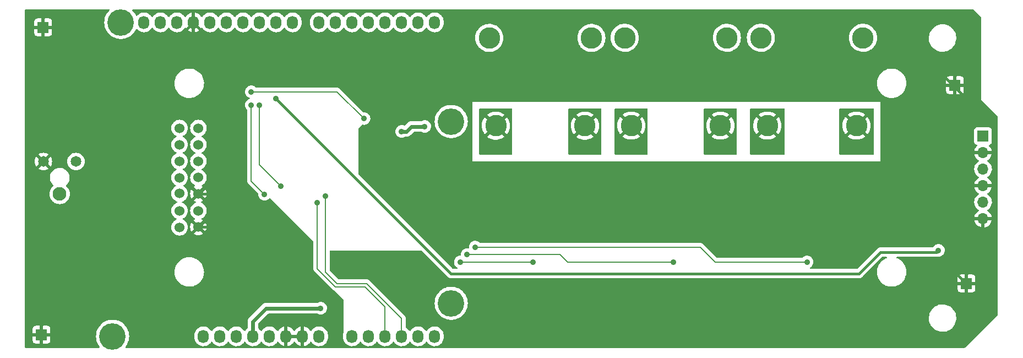
<source format=gbl>
G04 #@! TF.GenerationSoftware,KiCad,Pcbnew,(6.0.6)*
G04 #@! TF.CreationDate,2022-11-03T02:00:48+09:00*
G04 #@! TF.ProjectId,mt_reflowcnt,6d745f72-6566-46c6-9f77-636e742e6b69,rev?*
G04 #@! TF.SameCoordinates,Original*
G04 #@! TF.FileFunction,Copper,L2,Bot*
G04 #@! TF.FilePolarity,Positive*
%FSLAX46Y46*%
G04 Gerber Fmt 4.6, Leading zero omitted, Abs format (unit mm)*
G04 Created by KiCad (PCBNEW (6.0.6)) date 2022-11-03 02:00:48*
%MOMM*%
%LPD*%
G01*
G04 APERTURE LIST*
G04 #@! TA.AperFunction,ComponentPad*
%ADD10R,1.700000X1.700000*%
G04 #@! TD*
G04 #@! TA.AperFunction,ComponentPad*
%ADD11O,1.727200X2.032000*%
G04 #@! TD*
G04 #@! TA.AperFunction,ComponentPad*
%ADD12C,4.064000*%
G04 #@! TD*
G04 #@! TA.AperFunction,ComponentPad*
%ADD13C,3.294000*%
G04 #@! TD*
G04 #@! TA.AperFunction,ComponentPad*
%ADD14C,1.524000*%
G04 #@! TD*
G04 #@! TA.AperFunction,ComponentPad*
%ADD15O,1.700000X1.700000*%
G04 #@! TD*
G04 #@! TA.AperFunction,ComponentPad*
%ADD16C,1.650000*%
G04 #@! TD*
G04 #@! TA.AperFunction,ComponentPad*
%ADD17C,2.100000*%
G04 #@! TD*
G04 #@! TA.AperFunction,ViaPad*
%ADD18C,0.889000*%
G04 #@! TD*
G04 #@! TA.AperFunction,Conductor*
%ADD19C,0.406400*%
G04 #@! TD*
G04 #@! TA.AperFunction,Conductor*
%ADD20C,0.203200*%
G04 #@! TD*
G04 #@! TA.AperFunction,Conductor*
%ADD21C,0.609600*%
G04 #@! TD*
G04 APERTURE END LIST*
D10*
G04 #@! TO.P,J5,1,Pin_1*
G04 #@! TO.N,GND*
X114046000Y-123571000D03*
G04 #@! TD*
G04 #@! TO.P,J6,1,Pin_1*
G04 #@! TO.N,GND*
X114300000Y-76327000D03*
G04 #@! TD*
G04 #@! TO.P,J8,1,Pin_1*
G04 #@! TO.N,GND*
X254508000Y-85217000D03*
G04 #@! TD*
G04 #@! TO.P,J7,1,Pin_1*
G04 #@! TO.N,GND*
X256286000Y-115697000D03*
G04 #@! TD*
D11*
G04 #@! TO.P,P1,1,Pin_1*
G04 #@! TO.N,unconnected-(P1-Pad1)*
X138938000Y-123825000D03*
G04 #@! TO.P,P1,2,Pin_2*
G04 #@! TO.N,/IOREF*
X141478000Y-123825000D03*
G04 #@! TO.P,P1,3,Pin_3*
G04 #@! TO.N,/Reset*
X144018000Y-123825000D03*
G04 #@! TO.P,P1,4,Pin_4*
G04 #@! TO.N,+3.3V*
X146558000Y-123825000D03*
G04 #@! TO.P,P1,5,Pin_5*
G04 #@! TO.N,+5V*
X149098000Y-123825000D03*
G04 #@! TO.P,P1,6,Pin_6*
G04 #@! TO.N,GND*
X151638000Y-123825000D03*
G04 #@! TO.P,P1,7,Pin_7*
X154178000Y-123825000D03*
G04 #@! TO.P,P1,8,Pin_8*
G04 #@! TO.N,/Vin*
X156718000Y-123825000D03*
G04 #@! TD*
G04 #@! TO.P,P2,1,Pin_1*
G04 #@! TO.N,/A0*
X161798000Y-123825000D03*
G04 #@! TO.P,P2,2,Pin_2*
G04 #@! TO.N,/A1*
X164338000Y-123825000D03*
G04 #@! TO.P,P2,3,Pin_3*
G04 #@! TO.N,/A2*
X166878000Y-123825000D03*
G04 #@! TO.P,P2,4,Pin_4*
G04 #@! TO.N,/A3*
X169418000Y-123825000D03*
G04 #@! TO.P,P2,5,Pin_5*
G04 #@! TO.N,/A4(SDA)*
X171958000Y-123825000D03*
G04 #@! TO.P,P2,6,Pin_6*
G04 #@! TO.N,/A5(SCL)*
X174498000Y-123825000D03*
G04 #@! TD*
G04 #@! TO.P,P3,1,Pin_1*
G04 #@! TO.N,unconnected-(P3-Pad1)*
X129794000Y-75565000D03*
G04 #@! TO.P,P3,2,Pin_2*
G04 #@! TO.N,unconnected-(P3-Pad2)*
X132334000Y-75565000D03*
G04 #@! TO.P,P3,3,Pin_3*
G04 #@! TO.N,/AREF*
X134874000Y-75565000D03*
G04 #@! TO.P,P3,4,Pin_4*
G04 #@! TO.N,GND*
X137414000Y-75565000D03*
G04 #@! TO.P,P3,5,Pin_5*
G04 #@! TO.N,/13(SCK)*
X139954000Y-75565000D03*
G04 #@! TO.P,P3,6,Pin_6*
G04 #@! TO.N,/12(MISO)*
X142494000Y-75565000D03*
G04 #@! TO.P,P3,7,Pin_7*
G04 #@! TO.N,/11(\u002A\u002A{slash}MOSI)*
X145034000Y-75565000D03*
G04 #@! TO.P,P3,8,Pin_8*
G04 #@! TO.N,/10(\u002A\u002A{slash}SS)*
X147574000Y-75565000D03*
G04 #@! TO.P,P3,9,Pin_9*
G04 #@! TO.N,/9(\u002A\u002A)*
X150114000Y-75565000D03*
G04 #@! TO.P,P3,10,Pin_10*
G04 #@! TO.N,/8*
X152654000Y-75565000D03*
G04 #@! TD*
G04 #@! TO.P,P4,1,Pin_1*
G04 #@! TO.N,/7*
X156718000Y-75565000D03*
G04 #@! TO.P,P4,2,Pin_2*
G04 #@! TO.N,/6(\u002A\u002A)*
X159258000Y-75565000D03*
G04 #@! TO.P,P4,3,Pin_3*
G04 #@! TO.N,/5(\u002A\u002A)*
X161798000Y-75565000D03*
G04 #@! TO.P,P4,4,Pin_4*
G04 #@! TO.N,/4*
X164338000Y-75565000D03*
G04 #@! TO.P,P4,5,Pin_5*
G04 #@! TO.N,/3(\u002A\u002A)*
X166878000Y-75565000D03*
G04 #@! TO.P,P4,6,Pin_6*
G04 #@! TO.N,/2*
X169418000Y-75565000D03*
G04 #@! TO.P,P4,7,Pin_7*
G04 #@! TO.N,/1(Tx)*
X171958000Y-75565000D03*
G04 #@! TO.P,P4,8,Pin_8*
G04 #@! TO.N,/0(Rx)*
X174498000Y-75565000D03*
G04 #@! TD*
D12*
G04 #@! TO.P,P5,1,Pin_1*
G04 #@! TO.N,unconnected-(P5-Pad1)*
X124968000Y-123825000D03*
G04 #@! TD*
G04 #@! TO.P,P6,1,Pin_1*
G04 #@! TO.N,unconnected-(P6-Pad1)*
X177038000Y-118745000D03*
G04 #@! TD*
G04 #@! TO.P,P7,1,Pin_1*
G04 #@! TO.N,unconnected-(P7-Pad1)*
X126238000Y-75565000D03*
G04 #@! TD*
G04 #@! TO.P,P8,1,Pin_1*
G04 #@! TO.N,unconnected-(P8-Pad1)*
X177038000Y-90805000D03*
G04 #@! TD*
D13*
G04 #@! TO.P,J4,1,P*
G04 #@! TO.N,Net-(J4-Pad1)*
X225661600Y-91439800D03*
G04 #@! TO.P,J4,2,N*
G04 #@! TO.N,Net-(J4-Pad2)*
X239361600Y-91439800D03*
G04 #@! TO.P,J4,3,NC*
G04 #@! TO.N,unconnected-(J4-Pad3)*
X224661600Y-77939800D03*
G04 #@! TO.P,J4,4,NC*
G04 #@! TO.N,unconnected-(J4-Pad4)*
X240361600Y-77939800D03*
G04 #@! TD*
G04 #@! TO.P,J2,1,P*
G04 #@! TO.N,Net-(J2-Pad1)*
X183904000Y-91459000D03*
G04 #@! TO.P,J2,2,N*
G04 #@! TO.N,Net-(J2-Pad2)*
X197604000Y-91459000D03*
G04 #@! TO.P,J2,3,NC*
G04 #@! TO.N,unconnected-(J2-Pad3)*
X182904000Y-77959000D03*
G04 #@! TO.P,J2,4,NC*
G04 #@! TO.N,unconnected-(J2-Pad4)*
X198604000Y-77959000D03*
G04 #@! TD*
D14*
G04 #@! TO.P,U1,1,VSS*
G04 #@! TO.N,GND*
X138170000Y-107021000D03*
G04 #@! TO.P,U1,2,VDD*
G04 #@! TO.N,+5V*
X135270000Y-107061000D03*
G04 #@! TO.P,U1,3,Vo*
G04 #@! TO.N,Net-(R3-Pad3)*
X138170000Y-104521000D03*
G04 #@! TO.P,U1,4,RS*
G04 #@! TO.N,Net-(R6-Pad1)*
X135270000Y-104521000D03*
G04 #@! TO.P,U1,5,RW*
G04 #@! TO.N,GND*
X138170000Y-101911000D03*
G04 #@! TO.P,U1,6,E*
G04 #@! TO.N,Net-(R7-Pad1)*
X135270000Y-101891000D03*
G04 #@! TO.P,U1,7,DB0*
G04 #@! TO.N,unconnected-(U1-Pad7)*
X138170000Y-99431000D03*
G04 #@! TO.P,U1,8,DB1*
G04 #@! TO.N,unconnected-(U1-Pad8)*
X135270000Y-99441000D03*
G04 #@! TO.P,U1,9,DB2*
G04 #@! TO.N,unconnected-(U1-Pad9)*
X138170000Y-96901000D03*
G04 #@! TO.P,U1,10,DB3*
G04 #@! TO.N,unconnected-(U1-Pad10)*
X135270000Y-96901000D03*
G04 #@! TO.P,U1,11,DB4*
G04 #@! TO.N,Net-(R8-Pad1)*
X138170000Y-94361000D03*
G04 #@! TO.P,U1,12,DB5*
G04 #@! TO.N,Net-(R9-Pad1)*
X135270000Y-94361000D03*
G04 #@! TO.P,U1,13,DB6*
G04 #@! TO.N,Net-(R10-Pad1)*
X138170000Y-91821000D03*
G04 #@! TO.P,U1,14,DB7*
G04 #@! TO.N,Net-(R11-Pad1)*
X135270000Y-91821000D03*
G04 #@! TD*
D10*
G04 #@! TO.P,J1,1,Pin_1*
G04 #@! TO.N,/A0*
X258826000Y-93040200D03*
D15*
G04 #@! TO.P,J1,2,Pin_2*
G04 #@! TO.N,GND*
X258826000Y-95580200D03*
G04 #@! TO.P,J1,3,Pin_3*
G04 #@! TO.N,/A1*
X258826000Y-98120200D03*
G04 #@! TO.P,J1,4,Pin_4*
G04 #@! TO.N,GND*
X258826000Y-100660200D03*
G04 #@! TO.P,J1,5,Pin_5*
G04 #@! TO.N,/9(\u002A\u002A)*
X258826000Y-103200200D03*
G04 #@! TO.P,J1,6,Pin_6*
G04 #@! TO.N,GND*
X258826000Y-105740200D03*
G04 #@! TD*
D13*
G04 #@! TO.P,J3,1,P*
G04 #@! TO.N,Net-(J3-Pad1)*
X204732000Y-91439800D03*
G04 #@! TO.P,J3,2,N*
G04 #@! TO.N,Net-(J3-Pad2)*
X218432000Y-91439800D03*
G04 #@! TO.P,J3,3,NC*
G04 #@! TO.N,unconnected-(J3-Pad3)*
X203732000Y-77939800D03*
G04 #@! TO.P,J3,4,NC*
G04 #@! TO.N,unconnected-(J3-Pad4)*
X219432000Y-77939800D03*
G04 #@! TD*
D16*
G04 #@! TO.P,R3,1,1*
G04 #@! TO.N,Net-(R1-Pad2)*
X119340000Y-96951400D03*
G04 #@! TO.P,R3,2,2*
G04 #@! TO.N,GND*
X114340000Y-96951400D03*
D17*
G04 #@! TO.P,R3,3,3*
G04 #@! TO.N,Net-(R3-Pad3)*
X116840000Y-101951400D03*
G04 #@! TD*
D18*
G04 #@! TO.N,GND*
X152654000Y-112141000D03*
X173990000Y-104775000D03*
X172466000Y-99949000D03*
X180848000Y-108331000D03*
G04 #@! TO.N,Net-(IC1-Pad4)*
X179451000Y-111252000D03*
X211201000Y-112395000D03*
G04 #@! TO.N,GND*
X234823000Y-115824000D03*
X229743000Y-115824000D03*
X224663000Y-115824000D03*
X218821000Y-115824000D03*
X213614000Y-115824000D03*
X208280000Y-115824000D03*
X202311000Y-115824000D03*
X196469000Y-115824000D03*
X189611000Y-115824000D03*
X243332000Y-119380000D03*
X248031000Y-114935000D03*
X247777000Y-105537000D03*
X239014000Y-112649000D03*
X239776000Y-115697000D03*
X186055000Y-119380000D03*
X182372000Y-115824000D03*
X228600000Y-110871000D03*
X218440000Y-110871000D03*
X235966000Y-112649000D03*
X169418000Y-112395000D03*
X186690000Y-108331000D03*
X193548000Y-108331000D03*
X208534000Y-108331000D03*
X215138000Y-108331000D03*
X228854000Y-108331000D03*
X235966000Y-108331000D03*
X235712000Y-105283000D03*
X151638000Y-116967000D03*
X165354000Y-112649000D03*
X190500000Y-103505000D03*
X211836000Y-103505000D03*
X159766000Y-112649000D03*
X224790000Y-105283000D03*
X113792000Y-83439000D03*
X215056000Y-105365000D03*
X182626000Y-105283000D03*
X232410000Y-103505000D03*
X167640000Y-99187000D03*
X154178000Y-116967000D03*
X167874000Y-89301000D03*
X203962000Y-105283000D03*
X169418000Y-96647000D03*
X113538000Y-115951000D03*
X163597500Y-96414500D03*
X193802000Y-105283000D03*
G04 #@! TO.N,/A2*
X156464000Y-103251000D03*
G04 #@! TO.N,/A3*
X157734000Y-102235000D03*
G04 #@! TO.N,/9(\u002A\u002A)*
X150114000Y-87249000D03*
X251968000Y-110617000D03*
G04 #@! TO.N,/13(SCK)*
X148336000Y-101981000D03*
X146304000Y-88265000D03*
G04 #@! TO.N,/12(MISO)*
X163642000Y-90363000D03*
X146304000Y-86233000D03*
G04 #@! TO.N,/10(\u002A\u002A{slash}SS)*
X150876000Y-100711000D03*
X147574000Y-88265000D03*
G04 #@! TO.N,+3.3V*
X156972000Y-119507000D03*
X169418000Y-92329000D03*
X172974000Y-91567000D03*
G04 #@! TO.N,Net-(IC3-Pad6)*
X178435000Y-112395000D03*
X189611000Y-112395000D03*
G04 #@! TO.N,Net-(IC5-Pad6)*
X231775000Y-112395000D03*
X180721000Y-110109000D03*
G04 #@! TD*
D19*
G04 #@! TO.N,GND*
X114046000Y-121031000D02*
X114808000Y-120269000D01*
X114808000Y-120269000D02*
X137414000Y-120269000D01*
X114046000Y-123571000D02*
X114046000Y-121031000D01*
X114300000Y-120269000D02*
X114808000Y-120269000D01*
X114300000Y-78867000D02*
X114554000Y-79121000D01*
X114300000Y-76327000D02*
X114300000Y-78867000D01*
X114554000Y-79121000D02*
X113284000Y-79121000D01*
X133858000Y-79121000D02*
X114554000Y-79121000D01*
X254000000Y-84963000D02*
X256540000Y-87503000D01*
X244094000Y-75057000D02*
X254000000Y-84963000D01*
X254508000Y-85217000D02*
X254254000Y-85217000D01*
X254254000Y-85217000D02*
X254000000Y-84963000D01*
X254762000Y-114173000D02*
X253746000Y-114173000D01*
X256286000Y-115697000D02*
X254762000Y-114173000D01*
X253746000Y-114173000D02*
X243586000Y-124333000D01*
X256540000Y-111379000D02*
X253746000Y-114173000D01*
D20*
G04 #@! TO.N,Net-(IC1-Pad4)*
X179451000Y-111252000D02*
X193802000Y-111252000D01*
X193802000Y-111252000D02*
X194945000Y-112395000D01*
X194945000Y-112395000D02*
X211201000Y-112395000D01*
D19*
G04 #@! TO.N,GND*
X186690000Y-108331000D02*
X193548000Y-108331000D01*
X193548000Y-108331000D02*
X208534000Y-108331000D01*
X208534000Y-108331000D02*
X215138000Y-108331000D01*
X215138000Y-108331000D02*
X228854000Y-108331000D01*
X228854000Y-108331000D02*
X235966000Y-108331000D01*
X185674000Y-108331000D02*
X186690000Y-108331000D01*
X182626000Y-105283000D02*
X185674000Y-108331000D01*
X169185500Y-96414500D02*
X169418000Y-96647000D01*
X112268000Y-114681000D02*
X112268000Y-118237000D01*
X167640000Y-99187000D02*
X167640000Y-96690000D01*
X257251200Y-100660200D02*
X256540000Y-99949000D01*
X167874000Y-78125000D02*
X167874000Y-89301000D01*
X112268000Y-118237000D02*
X114300000Y-120269000D01*
X256540000Y-104013000D02*
X256540000Y-99695000D01*
X257098800Y-105740200D02*
X257048000Y-105791000D01*
X167915500Y-96414500D02*
X169185500Y-96414500D01*
X112268000Y-83439000D02*
X112268000Y-94361000D01*
X203962000Y-103759000D02*
X203708000Y-103505000D01*
X113792000Y-83439000D02*
X112268000Y-83439000D01*
X256540000Y-105029000D02*
X256540000Y-104013000D01*
X140422000Y-107021000D02*
X150368000Y-116967000D01*
X140422000Y-102449000D02*
X140422000Y-106339000D01*
X182626000Y-104013000D02*
X183134000Y-103505000D01*
X256540000Y-95377000D02*
X256794000Y-95631000D01*
X215056000Y-105365000D02*
X215392000Y-105029000D01*
X188976000Y-124333000D02*
X179832000Y-115189000D01*
X163597500Y-96414500D02*
X167110500Y-96414500D01*
X211836000Y-103505000D02*
X215392000Y-103505000D01*
X138170000Y-101911000D02*
X139884000Y-101911000D01*
X232410000Y-103505000D02*
X235966000Y-103505000D01*
X139954000Y-78105000D02*
X167894000Y-78105000D01*
X112268000Y-94879400D02*
X114340000Y-96951400D01*
X256844800Y-95580200D02*
X258826000Y-95580200D01*
X167874000Y-96373000D02*
X167915500Y-96414500D01*
X140422000Y-106339000D02*
X140422000Y-117261000D01*
X154178000Y-116967000D02*
X151638000Y-116967000D01*
X243586000Y-124333000D02*
X188976000Y-124333000D01*
X140422000Y-106339000D02*
X140422000Y-107021000D01*
X138170000Y-107021000D02*
X140422000Y-107021000D01*
X137414000Y-75565000D02*
X133858000Y-79121000D01*
X235966000Y-103505000D02*
X256032000Y-103505000D01*
X215392000Y-103505000D02*
X224790000Y-103505000D01*
X256540000Y-99695000D02*
X256540000Y-95123000D01*
X256540000Y-105283000D02*
X256540000Y-105029000D01*
X140422000Y-117261000D02*
X137414000Y-120269000D01*
X256540000Y-87503000D02*
X256540000Y-95123000D01*
X113284000Y-79121000D02*
X112268000Y-80137000D01*
X179832000Y-115189000D02*
X167894000Y-115189000D01*
X112268000Y-114681000D02*
X112268000Y-94361000D01*
X235712000Y-105283000D02*
X235966000Y-105029000D01*
X137414000Y-75565000D02*
X139954000Y-78105000D01*
X180594000Y-75057000D02*
X244094000Y-75057000D01*
X167110500Y-96414500D02*
X167915500Y-96414500D01*
X193802000Y-103759000D02*
X194056000Y-103505000D01*
X256794000Y-95631000D02*
X256844800Y-95580200D01*
X167894000Y-115189000D02*
X165354000Y-112649000D01*
X256540000Y-105029000D02*
X256540000Y-111379000D01*
X194056000Y-103505000D02*
X203708000Y-103505000D01*
X257048000Y-105791000D02*
X256540000Y-105283000D01*
X190500000Y-103505000D02*
X194056000Y-103505000D01*
X167874000Y-89301000D02*
X167874000Y-96373000D01*
X113538000Y-115951000D02*
X112268000Y-114681000D01*
X159766000Y-112649000D02*
X165354000Y-112649000D01*
X258826000Y-100660200D02*
X257251200Y-100660200D01*
X256032000Y-103505000D02*
X256540000Y-104013000D01*
X203962000Y-105283000D02*
X203962000Y-103759000D01*
X256540000Y-95123000D02*
X256540000Y-95377000D01*
X167894000Y-78105000D02*
X177546000Y-78105000D01*
X177546000Y-78105000D02*
X180594000Y-75057000D01*
X151638000Y-116967000D02*
X150368000Y-116967000D01*
X203708000Y-103505000D02*
X211836000Y-103505000D01*
X183134000Y-103505000D02*
X190500000Y-103505000D01*
X167640000Y-96690000D02*
X167915500Y-96414500D01*
X235966000Y-105029000D02*
X235966000Y-103505000D01*
X256540000Y-99949000D02*
X256540000Y-99695000D01*
X224790000Y-105283000D02*
X224790000Y-103505000D01*
X112268000Y-80137000D02*
X112268000Y-83439000D01*
X215392000Y-105029000D02*
X215392000Y-103505000D01*
X258826000Y-105740200D02*
X257098800Y-105740200D01*
X112268000Y-94361000D02*
X112268000Y-94879400D01*
X182626000Y-105283000D02*
X182626000Y-104013000D01*
X167874000Y-78125000D02*
X167894000Y-78105000D01*
X193802000Y-105283000D02*
X193802000Y-103759000D01*
X224790000Y-103505000D02*
X232410000Y-103505000D01*
X139884000Y-101911000D02*
X140422000Y-102449000D01*
D20*
G04 #@! TO.N,/A2*
X159258000Y-116205000D02*
X156464000Y-113411000D01*
X166878000Y-119253000D02*
X163830000Y-116205000D01*
X156464000Y-113411000D02*
X156464000Y-103251000D01*
X163830000Y-116205000D02*
X159258000Y-116205000D01*
X166878000Y-123825000D02*
X166878000Y-119253000D01*
G04 #@! TO.N,/A3*
X169418000Y-121031000D02*
X164084000Y-115697000D01*
X157734000Y-113919000D02*
X157734000Y-102235000D01*
X169418000Y-123825000D02*
X169418000Y-121031000D01*
X164084000Y-115697000D02*
X159512000Y-115697000D01*
X159512000Y-115697000D02*
X157734000Y-113919000D01*
D19*
G04 #@! TO.N,/9(\u002A\u002A)*
X251714000Y-110871000D02*
X251968000Y-110617000D01*
X177038000Y-114173000D02*
X239776000Y-114173000D01*
X150114000Y-87249000D02*
X177038000Y-114173000D01*
X243078000Y-110871000D02*
X251714000Y-110871000D01*
X239776000Y-114173000D02*
X243078000Y-110871000D01*
D20*
G04 #@! TO.N,/13(SCK)*
X146304000Y-88265000D02*
X146304000Y-99949000D01*
X146304000Y-99949000D02*
X148336000Y-101981000D01*
G04 #@! TO.N,/12(MISO)*
X159512000Y-86233000D02*
X146304000Y-86233000D01*
X163642000Y-90363000D02*
X159512000Y-86233000D01*
G04 #@! TO.N,/10(\u002A\u002A{slash}SS)*
X147574000Y-97409000D02*
X150876000Y-100711000D01*
X147574000Y-88265000D02*
X147574000Y-97409000D01*
D21*
G04 #@! TO.N,+3.3V*
X146558000Y-121539000D02*
X148590000Y-119507000D01*
X148590000Y-119507000D02*
X156972000Y-119507000D01*
X146558000Y-123825000D02*
X146558000Y-121539000D01*
X169418000Y-92329000D02*
X170180000Y-92329000D01*
X170942000Y-91567000D02*
X172974000Y-91567000D01*
X170180000Y-92329000D02*
X170942000Y-91567000D01*
D20*
G04 #@! TO.N,Net-(IC3-Pad6)*
X178435000Y-112395000D02*
X189611000Y-112395000D01*
G04 #@! TO.N,Net-(IC5-Pad6)*
X180721000Y-110109000D02*
X215392000Y-110109000D01*
X217678000Y-112395000D02*
X231775000Y-112395000D01*
X215392000Y-110109000D02*
X217678000Y-112395000D01*
G04 #@! TD*
G04 #@! TA.AperFunction,Conductor*
G04 #@! TO.N,Net-(J3-Pad2)*
G36*
X220922121Y-88793002D02*
G01*
X220968614Y-88846658D01*
X220980000Y-88899000D01*
X220980000Y-95759000D01*
X220959998Y-95827121D01*
X220906342Y-95873614D01*
X220854000Y-95885000D01*
X216026000Y-95885000D01*
X215957879Y-95864998D01*
X215911386Y-95811342D01*
X215900000Y-95759000D01*
X215900000Y-93133814D01*
X217103259Y-93133814D01*
X217110312Y-93143785D01*
X217159071Y-93184554D01*
X217166003Y-93189589D01*
X217407633Y-93341164D01*
X217415184Y-93345213D01*
X217675160Y-93462597D01*
X217683191Y-93465583D01*
X217956690Y-93546597D01*
X217965042Y-93548464D01*
X218247012Y-93591611D01*
X218255545Y-93592327D01*
X218540757Y-93596809D01*
X218549308Y-93596360D01*
X218832486Y-93562092D01*
X218840900Y-93560487D01*
X219116813Y-93488103D01*
X219124929Y-93485372D01*
X219388463Y-93376212D01*
X219396131Y-93372406D01*
X219642420Y-93228486D01*
X219649493Y-93223679D01*
X219751361Y-93143804D01*
X219759830Y-93131947D01*
X219753314Y-93120325D01*
X218444810Y-91811820D01*
X218430869Y-91804208D01*
X218429034Y-91804339D01*
X218422420Y-91808590D01*
X217110551Y-93120460D01*
X217103259Y-93133814D01*
X215900000Y-93133814D01*
X215900000Y-91421461D01*
X216272329Y-91421461D01*
X216288750Y-91706234D01*
X216289824Y-91714740D01*
X216344739Y-91994648D01*
X216346955Y-92002916D01*
X216439353Y-92272792D01*
X216442668Y-92280677D01*
X216570839Y-92535517D01*
X216575195Y-92542883D01*
X216725630Y-92761766D01*
X216735885Y-92770110D01*
X216749625Y-92762964D01*
X218059980Y-91452610D01*
X218066357Y-91440931D01*
X218796408Y-91440931D01*
X218796539Y-91442766D01*
X218800790Y-91449380D01*
X220112887Y-92761476D01*
X220125097Y-92768144D01*
X220136595Y-92759455D01*
X220253241Y-92600660D01*
X220257825Y-92593437D01*
X220393933Y-92342757D01*
X220397501Y-92334963D01*
X220498327Y-92068137D01*
X220500804Y-92059931D01*
X220564484Y-91781888D01*
X220565824Y-91773428D01*
X220591342Y-91487501D01*
X220591588Y-91482562D01*
X220592010Y-91442284D01*
X220591867Y-91437320D01*
X220572343Y-91150926D01*
X220571182Y-91142452D01*
X220513335Y-90863121D01*
X220511036Y-90854886D01*
X220415814Y-90585987D01*
X220412417Y-90578137D01*
X220281583Y-90324650D01*
X220277155Y-90317338D01*
X220137548Y-90118699D01*
X220127027Y-90110320D01*
X220113639Y-90117372D01*
X218804020Y-91426990D01*
X218796408Y-91440931D01*
X218066357Y-91440931D01*
X218067592Y-91438669D01*
X218067461Y-91436834D01*
X218063210Y-91430220D01*
X216750482Y-90117493D01*
X216738471Y-90110934D01*
X216726733Y-90119901D01*
X216598709Y-90298067D01*
X216594187Y-90305361D01*
X216460720Y-90557437D01*
X216457234Y-90565265D01*
X216359206Y-90833138D01*
X216356817Y-90841361D01*
X216296049Y-91120069D01*
X216294800Y-91128525D01*
X216272418Y-91412911D01*
X216272329Y-91421461D01*
X215900000Y-91421461D01*
X215900000Y-89747723D01*
X217104006Y-89747723D01*
X217110401Y-89758990D01*
X218419190Y-91067780D01*
X218433131Y-91075392D01*
X218434966Y-91075261D01*
X218441580Y-91071010D01*
X219753066Y-89759523D01*
X219760258Y-89746353D01*
X219752936Y-89736118D01*
X219686586Y-89681810D01*
X219679614Y-89676856D01*
X219436386Y-89527804D01*
X219428816Y-89523847D01*
X219167615Y-89409189D01*
X219159555Y-89406287D01*
X218885225Y-89328142D01*
X218876850Y-89326362D01*
X218594449Y-89286170D01*
X218585901Y-89285542D01*
X218300656Y-89284048D01*
X218292122Y-89284585D01*
X218009309Y-89321819D01*
X218000911Y-89323512D01*
X217725775Y-89398781D01*
X217717688Y-89401597D01*
X217455316Y-89513508D01*
X217447677Y-89517401D01*
X217202920Y-89663884D01*
X217195891Y-89668769D01*
X217112475Y-89735599D01*
X217104006Y-89747723D01*
X215900000Y-89747723D01*
X215900000Y-88899000D01*
X215920002Y-88830879D01*
X215973658Y-88784386D01*
X216026000Y-88773000D01*
X220854000Y-88773000D01*
X220922121Y-88793002D01*
G37*
G04 #@! TD.AperFunction*
G04 #@! TD*
G04 #@! TA.AperFunction,Conductor*
G04 #@! TO.N,Net-(J2-Pad2)*
G36*
X200094121Y-88793002D02*
G01*
X200140614Y-88846658D01*
X200152000Y-88899000D01*
X200152000Y-95759000D01*
X200131998Y-95827121D01*
X200078342Y-95873614D01*
X200026000Y-95885000D01*
X195198000Y-95885000D01*
X195129879Y-95864998D01*
X195083386Y-95811342D01*
X195072000Y-95759000D01*
X195072000Y-93153014D01*
X196275259Y-93153014D01*
X196282312Y-93162985D01*
X196331071Y-93203754D01*
X196338003Y-93208789D01*
X196579633Y-93360364D01*
X196587184Y-93364413D01*
X196847160Y-93481797D01*
X196855191Y-93484783D01*
X197128690Y-93565797D01*
X197137042Y-93567664D01*
X197419012Y-93610811D01*
X197427545Y-93611527D01*
X197712757Y-93616009D01*
X197721308Y-93615560D01*
X198004486Y-93581292D01*
X198012900Y-93579687D01*
X198288813Y-93507303D01*
X198296929Y-93504572D01*
X198560463Y-93395412D01*
X198568131Y-93391606D01*
X198814420Y-93247686D01*
X198821493Y-93242879D01*
X198923361Y-93163004D01*
X198931830Y-93151147D01*
X198925314Y-93139525D01*
X197616810Y-91831020D01*
X197602869Y-91823408D01*
X197601034Y-91823539D01*
X197594420Y-91827790D01*
X196282551Y-93139660D01*
X196275259Y-93153014D01*
X195072000Y-93153014D01*
X195072000Y-91440661D01*
X195444329Y-91440661D01*
X195460750Y-91725434D01*
X195461824Y-91733940D01*
X195516739Y-92013848D01*
X195518955Y-92022116D01*
X195611353Y-92291992D01*
X195614668Y-92299877D01*
X195742839Y-92554717D01*
X195747195Y-92562083D01*
X195897630Y-92780966D01*
X195907885Y-92789310D01*
X195921625Y-92782164D01*
X197231980Y-91471810D01*
X197238357Y-91460131D01*
X197968408Y-91460131D01*
X197968539Y-91461966D01*
X197972790Y-91468580D01*
X199284887Y-92780676D01*
X199297097Y-92787344D01*
X199308595Y-92778655D01*
X199425241Y-92619860D01*
X199429825Y-92612637D01*
X199565933Y-92361957D01*
X199569501Y-92354163D01*
X199670327Y-92087337D01*
X199672804Y-92079131D01*
X199736484Y-91801088D01*
X199737824Y-91792628D01*
X199763342Y-91506701D01*
X199763588Y-91501762D01*
X199764010Y-91461484D01*
X199763867Y-91456520D01*
X199744343Y-91170126D01*
X199743182Y-91161652D01*
X199685335Y-90882321D01*
X199683036Y-90874086D01*
X199587814Y-90605187D01*
X199584417Y-90597337D01*
X199453583Y-90343850D01*
X199449155Y-90336538D01*
X199309548Y-90137899D01*
X199299027Y-90129520D01*
X199285639Y-90136572D01*
X197976020Y-91446190D01*
X197968408Y-91460131D01*
X197238357Y-91460131D01*
X197239592Y-91457869D01*
X197239461Y-91456034D01*
X197235210Y-91449420D01*
X195922482Y-90136693D01*
X195910471Y-90130134D01*
X195898733Y-90139101D01*
X195770709Y-90317267D01*
X195766187Y-90324561D01*
X195632720Y-90576637D01*
X195629234Y-90584465D01*
X195531206Y-90852338D01*
X195528817Y-90860561D01*
X195468049Y-91139269D01*
X195466800Y-91147725D01*
X195444418Y-91432111D01*
X195444329Y-91440661D01*
X195072000Y-91440661D01*
X195072000Y-89766923D01*
X196276006Y-89766923D01*
X196282401Y-89778190D01*
X197591190Y-91086980D01*
X197605131Y-91094592D01*
X197606966Y-91094461D01*
X197613580Y-91090210D01*
X198925066Y-89778723D01*
X198932258Y-89765553D01*
X198924936Y-89755318D01*
X198858586Y-89701010D01*
X198851614Y-89696056D01*
X198608386Y-89547004D01*
X198600816Y-89543047D01*
X198339615Y-89428389D01*
X198331555Y-89425487D01*
X198057225Y-89347342D01*
X198048850Y-89345562D01*
X197766449Y-89305370D01*
X197757901Y-89304742D01*
X197472656Y-89303248D01*
X197464122Y-89303785D01*
X197181309Y-89341019D01*
X197172911Y-89342712D01*
X196897775Y-89417981D01*
X196889688Y-89420797D01*
X196627316Y-89532708D01*
X196619677Y-89536601D01*
X196374920Y-89683084D01*
X196367891Y-89687969D01*
X196284475Y-89754799D01*
X196276006Y-89766923D01*
X195072000Y-89766923D01*
X195072000Y-88899000D01*
X195092002Y-88830879D01*
X195145658Y-88784386D01*
X195198000Y-88773000D01*
X200026000Y-88773000D01*
X200094121Y-88793002D01*
G37*
G04 #@! TD.AperFunction*
G04 #@! TD*
G04 #@! TA.AperFunction,Conductor*
G04 #@! TO.N,Net-(J4-Pad2)*
G36*
X242004121Y-88793002D02*
G01*
X242050614Y-88846658D01*
X242062000Y-88899000D01*
X242062000Y-95759000D01*
X242041998Y-95827121D01*
X241988342Y-95873614D01*
X241936000Y-95885000D01*
X236854000Y-95885000D01*
X236785879Y-95864998D01*
X236739386Y-95811342D01*
X236728000Y-95759000D01*
X236728000Y-93133814D01*
X238032859Y-93133814D01*
X238039912Y-93143785D01*
X238088671Y-93184554D01*
X238095603Y-93189589D01*
X238337233Y-93341164D01*
X238344784Y-93345213D01*
X238604760Y-93462597D01*
X238612791Y-93465583D01*
X238886290Y-93546597D01*
X238894642Y-93548464D01*
X239176612Y-93591611D01*
X239185145Y-93592327D01*
X239470357Y-93596809D01*
X239478908Y-93596360D01*
X239762086Y-93562092D01*
X239770500Y-93560487D01*
X240046413Y-93488103D01*
X240054529Y-93485372D01*
X240318063Y-93376212D01*
X240325731Y-93372406D01*
X240572020Y-93228486D01*
X240579093Y-93223679D01*
X240680961Y-93143804D01*
X240689430Y-93131947D01*
X240682914Y-93120325D01*
X239374410Y-91811820D01*
X239360469Y-91804208D01*
X239358634Y-91804339D01*
X239352020Y-91808590D01*
X238040151Y-93120460D01*
X238032859Y-93133814D01*
X236728000Y-93133814D01*
X236728000Y-91421461D01*
X237201929Y-91421461D01*
X237218350Y-91706234D01*
X237219424Y-91714740D01*
X237274339Y-91994648D01*
X237276555Y-92002916D01*
X237368953Y-92272792D01*
X237372268Y-92280677D01*
X237500439Y-92535517D01*
X237504795Y-92542883D01*
X237655230Y-92761766D01*
X237665485Y-92770110D01*
X237679225Y-92762964D01*
X238989580Y-91452610D01*
X238995957Y-91440931D01*
X239726008Y-91440931D01*
X239726139Y-91442766D01*
X239730390Y-91449380D01*
X241042487Y-92761476D01*
X241054697Y-92768144D01*
X241066195Y-92759455D01*
X241182841Y-92600660D01*
X241187425Y-92593437D01*
X241323533Y-92342757D01*
X241327101Y-92334963D01*
X241427927Y-92068137D01*
X241430404Y-92059931D01*
X241494084Y-91781888D01*
X241495424Y-91773428D01*
X241520942Y-91487501D01*
X241521188Y-91482562D01*
X241521610Y-91442284D01*
X241521467Y-91437320D01*
X241501943Y-91150926D01*
X241500782Y-91142452D01*
X241442935Y-90863121D01*
X241440636Y-90854886D01*
X241345414Y-90585987D01*
X241342017Y-90578137D01*
X241211183Y-90324650D01*
X241206755Y-90317338D01*
X241067148Y-90118699D01*
X241056627Y-90110320D01*
X241043239Y-90117372D01*
X239733620Y-91426990D01*
X239726008Y-91440931D01*
X238995957Y-91440931D01*
X238997192Y-91438669D01*
X238997061Y-91436834D01*
X238992810Y-91430220D01*
X237680082Y-90117493D01*
X237668071Y-90110934D01*
X237656333Y-90119901D01*
X237528309Y-90298067D01*
X237523787Y-90305361D01*
X237390320Y-90557437D01*
X237386834Y-90565265D01*
X237288806Y-90833138D01*
X237286417Y-90841361D01*
X237225649Y-91120069D01*
X237224400Y-91128525D01*
X237202018Y-91412911D01*
X237201929Y-91421461D01*
X236728000Y-91421461D01*
X236728000Y-89747723D01*
X238033606Y-89747723D01*
X238040001Y-89758990D01*
X239348790Y-91067780D01*
X239362731Y-91075392D01*
X239364566Y-91075261D01*
X239371180Y-91071010D01*
X240682666Y-89759523D01*
X240689858Y-89746353D01*
X240682536Y-89736118D01*
X240616186Y-89681810D01*
X240609214Y-89676856D01*
X240365986Y-89527804D01*
X240358416Y-89523847D01*
X240097215Y-89409189D01*
X240089155Y-89406287D01*
X239814825Y-89328142D01*
X239806450Y-89326362D01*
X239524049Y-89286170D01*
X239515501Y-89285542D01*
X239230256Y-89284048D01*
X239221722Y-89284585D01*
X238938909Y-89321819D01*
X238930511Y-89323512D01*
X238655375Y-89398781D01*
X238647288Y-89401597D01*
X238384916Y-89513508D01*
X238377277Y-89517401D01*
X238132520Y-89663884D01*
X238125491Y-89668769D01*
X238042075Y-89735599D01*
X238033606Y-89747723D01*
X236728000Y-89747723D01*
X236728000Y-88899000D01*
X236748002Y-88830879D01*
X236801658Y-88784386D01*
X236854000Y-88773000D01*
X241936000Y-88773000D01*
X242004121Y-88793002D01*
G37*
G04 #@! TD.AperFunction*
G04 #@! TD*
G04 #@! TA.AperFunction,Conductor*
G04 #@! TO.N,Net-(J4-Pad1)*
G36*
X228288121Y-88793002D02*
G01*
X228334614Y-88846658D01*
X228346000Y-88899000D01*
X228346000Y-95759000D01*
X228325998Y-95827121D01*
X228272342Y-95873614D01*
X228220000Y-95885000D01*
X223138000Y-95885000D01*
X223069879Y-95864998D01*
X223023386Y-95811342D01*
X223012000Y-95759000D01*
X223012000Y-93133814D01*
X224332859Y-93133814D01*
X224339912Y-93143785D01*
X224388671Y-93184554D01*
X224395603Y-93189589D01*
X224637233Y-93341164D01*
X224644784Y-93345213D01*
X224904760Y-93462597D01*
X224912791Y-93465583D01*
X225186290Y-93546597D01*
X225194642Y-93548464D01*
X225476612Y-93591611D01*
X225485145Y-93592327D01*
X225770357Y-93596809D01*
X225778908Y-93596360D01*
X226062086Y-93562092D01*
X226070500Y-93560487D01*
X226346413Y-93488103D01*
X226354529Y-93485372D01*
X226618063Y-93376212D01*
X226625731Y-93372406D01*
X226872020Y-93228486D01*
X226879093Y-93223679D01*
X226980961Y-93143804D01*
X226989430Y-93131947D01*
X226982914Y-93120325D01*
X225674410Y-91811820D01*
X225660469Y-91804208D01*
X225658634Y-91804339D01*
X225652020Y-91808590D01*
X224340151Y-93120460D01*
X224332859Y-93133814D01*
X223012000Y-93133814D01*
X223012000Y-91421461D01*
X223501929Y-91421461D01*
X223518350Y-91706234D01*
X223519424Y-91714740D01*
X223574339Y-91994648D01*
X223576555Y-92002916D01*
X223668953Y-92272792D01*
X223672268Y-92280677D01*
X223800439Y-92535517D01*
X223804795Y-92542883D01*
X223955230Y-92761766D01*
X223965485Y-92770110D01*
X223979225Y-92762964D01*
X225289580Y-91452610D01*
X225295957Y-91440931D01*
X226026008Y-91440931D01*
X226026139Y-91442766D01*
X226030390Y-91449380D01*
X227342487Y-92761476D01*
X227354697Y-92768144D01*
X227366195Y-92759455D01*
X227482841Y-92600660D01*
X227487425Y-92593437D01*
X227623533Y-92342757D01*
X227627101Y-92334963D01*
X227727927Y-92068137D01*
X227730404Y-92059931D01*
X227794084Y-91781888D01*
X227795424Y-91773428D01*
X227820942Y-91487501D01*
X227821188Y-91482562D01*
X227821610Y-91442284D01*
X227821467Y-91437320D01*
X227801943Y-91150926D01*
X227800782Y-91142452D01*
X227742935Y-90863121D01*
X227740636Y-90854886D01*
X227645414Y-90585987D01*
X227642017Y-90578137D01*
X227511183Y-90324650D01*
X227506755Y-90317338D01*
X227367148Y-90118699D01*
X227356627Y-90110320D01*
X227343239Y-90117372D01*
X226033620Y-91426990D01*
X226026008Y-91440931D01*
X225295957Y-91440931D01*
X225297192Y-91438669D01*
X225297061Y-91436834D01*
X225292810Y-91430220D01*
X223980082Y-90117493D01*
X223968071Y-90110934D01*
X223956333Y-90119901D01*
X223828309Y-90298067D01*
X223823787Y-90305361D01*
X223690320Y-90557437D01*
X223686834Y-90565265D01*
X223588806Y-90833138D01*
X223586417Y-90841361D01*
X223525649Y-91120069D01*
X223524400Y-91128525D01*
X223502018Y-91412911D01*
X223501929Y-91421461D01*
X223012000Y-91421461D01*
X223012000Y-89747723D01*
X224333606Y-89747723D01*
X224340001Y-89758990D01*
X225648790Y-91067780D01*
X225662731Y-91075392D01*
X225664566Y-91075261D01*
X225671180Y-91071010D01*
X226982666Y-89759523D01*
X226989858Y-89746353D01*
X226982536Y-89736118D01*
X226916186Y-89681810D01*
X226909214Y-89676856D01*
X226665986Y-89527804D01*
X226658416Y-89523847D01*
X226397215Y-89409189D01*
X226389155Y-89406287D01*
X226114825Y-89328142D01*
X226106450Y-89326362D01*
X225824049Y-89286170D01*
X225815501Y-89285542D01*
X225530256Y-89284048D01*
X225521722Y-89284585D01*
X225238909Y-89321819D01*
X225230511Y-89323512D01*
X224955375Y-89398781D01*
X224947288Y-89401597D01*
X224684916Y-89513508D01*
X224677277Y-89517401D01*
X224432520Y-89663884D01*
X224425491Y-89668769D01*
X224342075Y-89735599D01*
X224333606Y-89747723D01*
X223012000Y-89747723D01*
X223012000Y-88899000D01*
X223032002Y-88830879D01*
X223085658Y-88784386D01*
X223138000Y-88773000D01*
X228220000Y-88773000D01*
X228288121Y-88793002D01*
G37*
G04 #@! TD.AperFunction*
G04 #@! TD*
G04 #@! TA.AperFunction,Conductor*
G04 #@! TO.N,Net-(J2-Pad1)*
G36*
X186378121Y-88793002D02*
G01*
X186424614Y-88846658D01*
X186436000Y-88899000D01*
X186436000Y-95759000D01*
X186415998Y-95827121D01*
X186362342Y-95873614D01*
X186310000Y-95885000D01*
X181482000Y-95885000D01*
X181413879Y-95864998D01*
X181367386Y-95811342D01*
X181356000Y-95759000D01*
X181356000Y-93153014D01*
X182575259Y-93153014D01*
X182582312Y-93162985D01*
X182631071Y-93203754D01*
X182638003Y-93208789D01*
X182879633Y-93360364D01*
X182887184Y-93364413D01*
X183147160Y-93481797D01*
X183155191Y-93484783D01*
X183428690Y-93565797D01*
X183437042Y-93567664D01*
X183719012Y-93610811D01*
X183727545Y-93611527D01*
X184012757Y-93616009D01*
X184021308Y-93615560D01*
X184304486Y-93581292D01*
X184312900Y-93579687D01*
X184588813Y-93507303D01*
X184596929Y-93504572D01*
X184860463Y-93395412D01*
X184868131Y-93391606D01*
X185114420Y-93247686D01*
X185121493Y-93242879D01*
X185223361Y-93163004D01*
X185231830Y-93151147D01*
X185225314Y-93139525D01*
X183916810Y-91831020D01*
X183902869Y-91823408D01*
X183901034Y-91823539D01*
X183894420Y-91827790D01*
X182582551Y-93139660D01*
X182575259Y-93153014D01*
X181356000Y-93153014D01*
X181356000Y-91440661D01*
X181744329Y-91440661D01*
X181760750Y-91725434D01*
X181761824Y-91733940D01*
X181816739Y-92013848D01*
X181818955Y-92022116D01*
X181911353Y-92291992D01*
X181914668Y-92299877D01*
X182042839Y-92554717D01*
X182047195Y-92562083D01*
X182197630Y-92780966D01*
X182207885Y-92789310D01*
X182221625Y-92782164D01*
X183531980Y-91471810D01*
X183538357Y-91460131D01*
X184268408Y-91460131D01*
X184268539Y-91461966D01*
X184272790Y-91468580D01*
X185584887Y-92780676D01*
X185597097Y-92787344D01*
X185608595Y-92778655D01*
X185725241Y-92619860D01*
X185729825Y-92612637D01*
X185865933Y-92361957D01*
X185869501Y-92354163D01*
X185970327Y-92087337D01*
X185972804Y-92079131D01*
X186036484Y-91801088D01*
X186037824Y-91792628D01*
X186063342Y-91506701D01*
X186063588Y-91501762D01*
X186064010Y-91461484D01*
X186063867Y-91456520D01*
X186044343Y-91170126D01*
X186043182Y-91161652D01*
X185985335Y-90882321D01*
X185983036Y-90874086D01*
X185887814Y-90605187D01*
X185884417Y-90597337D01*
X185753583Y-90343850D01*
X185749155Y-90336538D01*
X185609548Y-90137899D01*
X185599027Y-90129520D01*
X185585639Y-90136572D01*
X184276020Y-91446190D01*
X184268408Y-91460131D01*
X183538357Y-91460131D01*
X183539592Y-91457869D01*
X183539461Y-91456034D01*
X183535210Y-91449420D01*
X182222482Y-90136693D01*
X182210471Y-90130134D01*
X182198733Y-90139101D01*
X182070709Y-90317267D01*
X182066187Y-90324561D01*
X181932720Y-90576637D01*
X181929234Y-90584465D01*
X181831206Y-90852338D01*
X181828817Y-90860561D01*
X181768049Y-91139269D01*
X181766800Y-91147725D01*
X181744418Y-91432111D01*
X181744329Y-91440661D01*
X181356000Y-91440661D01*
X181356000Y-89766923D01*
X182576006Y-89766923D01*
X182582401Y-89778190D01*
X183891190Y-91086980D01*
X183905131Y-91094592D01*
X183906966Y-91094461D01*
X183913580Y-91090210D01*
X185225066Y-89778723D01*
X185232258Y-89765553D01*
X185224936Y-89755318D01*
X185158586Y-89701010D01*
X185151614Y-89696056D01*
X184908386Y-89547004D01*
X184900816Y-89543047D01*
X184639615Y-89428389D01*
X184631555Y-89425487D01*
X184357225Y-89347342D01*
X184348850Y-89345562D01*
X184066449Y-89305370D01*
X184057901Y-89304742D01*
X183772656Y-89303248D01*
X183764122Y-89303785D01*
X183481309Y-89341019D01*
X183472911Y-89342712D01*
X183197775Y-89417981D01*
X183189688Y-89420797D01*
X182927316Y-89532708D01*
X182919677Y-89536601D01*
X182674920Y-89683084D01*
X182667891Y-89687969D01*
X182584475Y-89754799D01*
X182576006Y-89766923D01*
X181356000Y-89766923D01*
X181356000Y-88899000D01*
X181376002Y-88830879D01*
X181429658Y-88784386D01*
X181482000Y-88773000D01*
X186310000Y-88773000D01*
X186378121Y-88793002D01*
G37*
G04 #@! TD.AperFunction*
G04 #@! TD*
G04 #@! TA.AperFunction,Conductor*
G04 #@! TO.N,Net-(J3-Pad1)*
G36*
X207206121Y-88793002D02*
G01*
X207252614Y-88846658D01*
X207264000Y-88899000D01*
X207264000Y-95759000D01*
X207243998Y-95827121D01*
X207190342Y-95873614D01*
X207138000Y-95885000D01*
X202310000Y-95885000D01*
X202241879Y-95864998D01*
X202195386Y-95811342D01*
X202184000Y-95759000D01*
X202184000Y-93133814D01*
X203403259Y-93133814D01*
X203410312Y-93143785D01*
X203459071Y-93184554D01*
X203466003Y-93189589D01*
X203707633Y-93341164D01*
X203715184Y-93345213D01*
X203975160Y-93462597D01*
X203983191Y-93465583D01*
X204256690Y-93546597D01*
X204265042Y-93548464D01*
X204547012Y-93591611D01*
X204555545Y-93592327D01*
X204840757Y-93596809D01*
X204849308Y-93596360D01*
X205132486Y-93562092D01*
X205140900Y-93560487D01*
X205416813Y-93488103D01*
X205424929Y-93485372D01*
X205688463Y-93376212D01*
X205696131Y-93372406D01*
X205942420Y-93228486D01*
X205949493Y-93223679D01*
X206051361Y-93143804D01*
X206059830Y-93131947D01*
X206053314Y-93120325D01*
X204744810Y-91811820D01*
X204730869Y-91804208D01*
X204729034Y-91804339D01*
X204722420Y-91808590D01*
X203410551Y-93120460D01*
X203403259Y-93133814D01*
X202184000Y-93133814D01*
X202184000Y-91421461D01*
X202572329Y-91421461D01*
X202588750Y-91706234D01*
X202589824Y-91714740D01*
X202644739Y-91994648D01*
X202646955Y-92002916D01*
X202739353Y-92272792D01*
X202742668Y-92280677D01*
X202870839Y-92535517D01*
X202875195Y-92542883D01*
X203025630Y-92761766D01*
X203035885Y-92770110D01*
X203049625Y-92762964D01*
X204359980Y-91452610D01*
X204366357Y-91440931D01*
X205096408Y-91440931D01*
X205096539Y-91442766D01*
X205100790Y-91449380D01*
X206412887Y-92761476D01*
X206425097Y-92768144D01*
X206436595Y-92759455D01*
X206553241Y-92600660D01*
X206557825Y-92593437D01*
X206693933Y-92342757D01*
X206697501Y-92334963D01*
X206798327Y-92068137D01*
X206800804Y-92059931D01*
X206864484Y-91781888D01*
X206865824Y-91773428D01*
X206891342Y-91487501D01*
X206891588Y-91482562D01*
X206892010Y-91442284D01*
X206891867Y-91437320D01*
X206872343Y-91150926D01*
X206871182Y-91142452D01*
X206813335Y-90863121D01*
X206811036Y-90854886D01*
X206715814Y-90585987D01*
X206712417Y-90578137D01*
X206581583Y-90324650D01*
X206577155Y-90317338D01*
X206437548Y-90118699D01*
X206427027Y-90110320D01*
X206413639Y-90117372D01*
X205104020Y-91426990D01*
X205096408Y-91440931D01*
X204366357Y-91440931D01*
X204367592Y-91438669D01*
X204367461Y-91436834D01*
X204363210Y-91430220D01*
X203050482Y-90117493D01*
X203038471Y-90110934D01*
X203026733Y-90119901D01*
X202898709Y-90298067D01*
X202894187Y-90305361D01*
X202760720Y-90557437D01*
X202757234Y-90565265D01*
X202659206Y-90833138D01*
X202656817Y-90841361D01*
X202596049Y-91120069D01*
X202594800Y-91128525D01*
X202572418Y-91412911D01*
X202572329Y-91421461D01*
X202184000Y-91421461D01*
X202184000Y-89747723D01*
X203404006Y-89747723D01*
X203410401Y-89758990D01*
X204719190Y-91067780D01*
X204733131Y-91075392D01*
X204734966Y-91075261D01*
X204741580Y-91071010D01*
X206053066Y-89759523D01*
X206060258Y-89746353D01*
X206052936Y-89736118D01*
X205986586Y-89681810D01*
X205979614Y-89676856D01*
X205736386Y-89527804D01*
X205728816Y-89523847D01*
X205467615Y-89409189D01*
X205459555Y-89406287D01*
X205185225Y-89328142D01*
X205176850Y-89326362D01*
X204894449Y-89286170D01*
X204885901Y-89285542D01*
X204600656Y-89284048D01*
X204592122Y-89284585D01*
X204309309Y-89321819D01*
X204300911Y-89323512D01*
X204025775Y-89398781D01*
X204017688Y-89401597D01*
X203755316Y-89513508D01*
X203747677Y-89517401D01*
X203502920Y-89663884D01*
X203495891Y-89668769D01*
X203412475Y-89735599D01*
X203404006Y-89747723D01*
X202184000Y-89747723D01*
X202184000Y-88899000D01*
X202204002Y-88830879D01*
X202257658Y-88784386D01*
X202310000Y-88773000D01*
X207138000Y-88773000D01*
X207206121Y-88793002D01*
G37*
G04 #@! TD.AperFunction*
G04 #@! TD*
G04 #@! TA.AperFunction,Conductor*
G04 #@! TO.N,GND*
G36*
X124439997Y-73553502D02*
G01*
X124486490Y-73607158D01*
X124496594Y-73677432D01*
X124467100Y-73742012D01*
X124458129Y-73751350D01*
X124382394Y-73822470D01*
X124178629Y-74068779D01*
X124176505Y-74072126D01*
X124176502Y-74072130D01*
X124109830Y-74177188D01*
X124007341Y-74338685D01*
X124005657Y-74342264D01*
X124005653Y-74342271D01*
X123902875Y-74560687D01*
X123871233Y-74627930D01*
X123870007Y-74631702D01*
X123870007Y-74631703D01*
X123868107Y-74637551D01*
X123772449Y-74931954D01*
X123712549Y-75245961D01*
X123692477Y-75565000D01*
X123712549Y-75884039D01*
X123772449Y-76198046D01*
X123773676Y-76201822D01*
X123868201Y-76492737D01*
X123871233Y-76502070D01*
X123872920Y-76505656D01*
X123872922Y-76505660D01*
X124005653Y-76787729D01*
X124005657Y-76787736D01*
X124007341Y-76791315D01*
X124009465Y-76794661D01*
X124009465Y-76794662D01*
X124169914Y-77047488D01*
X124178629Y-77061221D01*
X124382394Y-77307530D01*
X124615423Y-77526359D01*
X124618625Y-77528686D01*
X124618627Y-77528687D01*
X124641472Y-77545285D01*
X124874041Y-77714256D01*
X125154169Y-77868258D01*
X125316083Y-77932364D01*
X125447707Y-77984478D01*
X125447710Y-77984479D01*
X125451390Y-77985936D01*
X125455224Y-77986920D01*
X125455232Y-77986923D01*
X125647153Y-78036200D01*
X125761017Y-78065435D01*
X125764945Y-78065931D01*
X125764949Y-78065932D01*
X125890642Y-78081810D01*
X126078165Y-78105500D01*
X126397835Y-78105500D01*
X126585358Y-78081810D01*
X126711051Y-78065932D01*
X126711055Y-78065931D01*
X126714983Y-78065435D01*
X126828847Y-78036200D01*
X127020768Y-77986923D01*
X127020776Y-77986920D01*
X127024610Y-77985936D01*
X127028290Y-77984479D01*
X127028293Y-77984478D01*
X127159917Y-77932364D01*
X127321831Y-77868258D01*
X127601959Y-77714256D01*
X127834528Y-77545285D01*
X127857373Y-77528687D01*
X127857375Y-77528686D01*
X127860577Y-77526359D01*
X128093606Y-77307530D01*
X128297371Y-77061221D01*
X128306087Y-77047488D01*
X128466535Y-76794662D01*
X128466535Y-76794661D01*
X128468659Y-76791315D01*
X128470343Y-76787736D01*
X128470347Y-76787729D01*
X128540177Y-76639332D01*
X128587280Y-76586211D01*
X128655625Y-76566988D01*
X128723512Y-76587767D01*
X128745355Y-76606008D01*
X128881532Y-76748758D01*
X129068350Y-76887754D01*
X129073102Y-76890170D01*
X129270244Y-76990402D01*
X129275916Y-76993286D01*
X129387106Y-77027811D01*
X129493193Y-77060753D01*
X129493199Y-77060754D01*
X129498296Y-77062337D01*
X129622660Y-77078820D01*
X129723848Y-77092232D01*
X129723852Y-77092232D01*
X129729132Y-77092932D01*
X129734462Y-77092732D01*
X129734463Y-77092732D01*
X129845477Y-77088564D01*
X129961822Y-77084197D01*
X130066005Y-77062337D01*
X130184486Y-77037477D01*
X130184489Y-77037476D01*
X130189713Y-77036380D01*
X130406290Y-76950850D01*
X130605359Y-76830051D01*
X130609855Y-76826150D01*
X130777197Y-76680939D01*
X130777199Y-76680937D01*
X130781230Y-76677439D01*
X130784613Y-76673313D01*
X130784617Y-76673309D01*
X130883776Y-76552374D01*
X130928872Y-76497376D01*
X130954845Y-76451748D01*
X131005927Y-76402442D01*
X131075558Y-76388580D01*
X131141629Y-76414563D01*
X131168867Y-76443713D01*
X131260804Y-76580272D01*
X131264483Y-76584129D01*
X131264485Y-76584131D01*
X131349223Y-76672959D01*
X131421532Y-76748758D01*
X131608350Y-76887754D01*
X131613102Y-76890170D01*
X131810244Y-76990402D01*
X131815916Y-76993286D01*
X131927106Y-77027811D01*
X132033193Y-77060753D01*
X132033199Y-77060754D01*
X132038296Y-77062337D01*
X132162660Y-77078820D01*
X132263848Y-77092232D01*
X132263852Y-77092232D01*
X132269132Y-77092932D01*
X132274462Y-77092732D01*
X132274463Y-77092732D01*
X132385477Y-77088564D01*
X132501822Y-77084197D01*
X132606005Y-77062337D01*
X132724486Y-77037477D01*
X132724489Y-77037476D01*
X132729713Y-77036380D01*
X132946290Y-76950850D01*
X133145359Y-76830051D01*
X133149855Y-76826150D01*
X133317197Y-76680939D01*
X133317199Y-76680937D01*
X133321230Y-76677439D01*
X133324613Y-76673313D01*
X133324617Y-76673309D01*
X133423776Y-76552374D01*
X133468872Y-76497376D01*
X133494845Y-76451748D01*
X133545927Y-76402442D01*
X133615558Y-76388580D01*
X133681629Y-76414563D01*
X133708867Y-76443713D01*
X133800804Y-76580272D01*
X133804483Y-76584129D01*
X133804485Y-76584131D01*
X133889223Y-76672959D01*
X133961532Y-76748758D01*
X134148350Y-76887754D01*
X134153102Y-76890170D01*
X134350244Y-76990402D01*
X134355916Y-76993286D01*
X134467106Y-77027811D01*
X134573193Y-77060753D01*
X134573199Y-77060754D01*
X134578296Y-77062337D01*
X134702660Y-77078820D01*
X134803848Y-77092232D01*
X134803852Y-77092232D01*
X134809132Y-77092932D01*
X134814462Y-77092732D01*
X134814463Y-77092732D01*
X134925477Y-77088564D01*
X135041822Y-77084197D01*
X135146005Y-77062337D01*
X135264486Y-77037477D01*
X135264489Y-77037476D01*
X135269713Y-77036380D01*
X135486290Y-76950850D01*
X135685359Y-76830051D01*
X135689855Y-76826150D01*
X135857197Y-76680939D01*
X135857199Y-76680937D01*
X135861230Y-76677439D01*
X135864613Y-76673313D01*
X135864617Y-76673309D01*
X135963776Y-76552374D01*
X136008872Y-76497376D01*
X136035122Y-76451261D01*
X136086202Y-76401956D01*
X136155832Y-76388094D01*
X136221904Y-76414077D01*
X136249143Y-76443227D01*
X136338215Y-76575530D01*
X136344876Y-76583816D01*
X136498180Y-76744520D01*
X136506148Y-76751569D01*
X136684336Y-76884144D01*
X136693366Y-76889743D01*
X136891347Y-76990402D01*
X136901208Y-76994405D01*
X137113301Y-77060263D01*
X137123696Y-77062548D01*
X137142041Y-77064980D01*
X137156208Y-77062783D01*
X137160000Y-77049599D01*
X137160000Y-77047488D01*
X137668000Y-77047488D01*
X137671973Y-77061019D01*
X137682580Y-77062544D01*
X137804343Y-77036996D01*
X137814539Y-77033936D01*
X138021097Y-76952363D01*
X138030634Y-76947629D01*
X138220503Y-76832414D01*
X138229093Y-76826150D01*
X138396837Y-76680589D01*
X138404257Y-76672959D01*
X138545073Y-76501220D01*
X138551102Y-76492449D01*
X138574533Y-76451285D01*
X138625615Y-76401978D01*
X138695245Y-76388116D01*
X138761316Y-76414099D01*
X138788555Y-76443249D01*
X138880804Y-76580272D01*
X138884483Y-76584129D01*
X138884485Y-76584131D01*
X138969223Y-76672959D01*
X139041532Y-76748758D01*
X139228350Y-76887754D01*
X139233102Y-76890170D01*
X139430244Y-76990402D01*
X139435916Y-76993286D01*
X139547106Y-77027811D01*
X139653193Y-77060753D01*
X139653199Y-77060754D01*
X139658296Y-77062337D01*
X139782660Y-77078820D01*
X139883848Y-77092232D01*
X139883852Y-77092232D01*
X139889132Y-77092932D01*
X139894462Y-77092732D01*
X139894463Y-77092732D01*
X140005477Y-77088564D01*
X140121822Y-77084197D01*
X140226005Y-77062337D01*
X140344486Y-77037477D01*
X140344489Y-77037476D01*
X140349713Y-77036380D01*
X140566290Y-76950850D01*
X140765359Y-76830051D01*
X140769855Y-76826150D01*
X140937197Y-76680939D01*
X140937199Y-76680937D01*
X140941230Y-76677439D01*
X140944613Y-76673313D01*
X140944617Y-76673309D01*
X141043776Y-76552374D01*
X141088872Y-76497376D01*
X141114845Y-76451748D01*
X141165927Y-76402442D01*
X141235558Y-76388580D01*
X141301629Y-76414563D01*
X141328867Y-76443713D01*
X141420804Y-76580272D01*
X141424483Y-76584129D01*
X141424485Y-76584131D01*
X141509223Y-76672959D01*
X141581532Y-76748758D01*
X141768350Y-76887754D01*
X141773102Y-76890170D01*
X141970244Y-76990402D01*
X141975916Y-76993286D01*
X142087106Y-77027811D01*
X142193193Y-77060753D01*
X142193199Y-77060754D01*
X142198296Y-77062337D01*
X142322660Y-77078820D01*
X142423848Y-77092232D01*
X142423852Y-77092232D01*
X142429132Y-77092932D01*
X142434462Y-77092732D01*
X142434463Y-77092732D01*
X142545477Y-77088564D01*
X142661822Y-77084197D01*
X142766005Y-77062337D01*
X142884486Y-77037477D01*
X142884489Y-77037476D01*
X142889713Y-77036380D01*
X143106290Y-76950850D01*
X143305359Y-76830051D01*
X143309855Y-76826150D01*
X143477197Y-76680939D01*
X143477199Y-76680937D01*
X143481230Y-76677439D01*
X143484613Y-76673313D01*
X143484617Y-76673309D01*
X143583776Y-76552374D01*
X143628872Y-76497376D01*
X143654845Y-76451748D01*
X143705927Y-76402442D01*
X143775558Y-76388580D01*
X143841629Y-76414563D01*
X143868867Y-76443713D01*
X143960804Y-76580272D01*
X143964483Y-76584129D01*
X143964485Y-76584131D01*
X144049223Y-76672959D01*
X144121532Y-76748758D01*
X144308350Y-76887754D01*
X144313102Y-76890170D01*
X144510244Y-76990402D01*
X144515916Y-76993286D01*
X144627106Y-77027811D01*
X144733193Y-77060753D01*
X144733199Y-77060754D01*
X144738296Y-77062337D01*
X144862660Y-77078820D01*
X144963848Y-77092232D01*
X144963852Y-77092232D01*
X144969132Y-77092932D01*
X144974462Y-77092732D01*
X144974463Y-77092732D01*
X145085477Y-77088564D01*
X145201822Y-77084197D01*
X145306005Y-77062337D01*
X145424486Y-77037477D01*
X145424489Y-77037476D01*
X145429713Y-77036380D01*
X145646290Y-76950850D01*
X145845359Y-76830051D01*
X145849855Y-76826150D01*
X146017197Y-76680939D01*
X146017199Y-76680937D01*
X146021230Y-76677439D01*
X146024613Y-76673313D01*
X146024617Y-76673309D01*
X146123776Y-76552374D01*
X146168872Y-76497376D01*
X146194845Y-76451748D01*
X146245927Y-76402442D01*
X146315558Y-76388580D01*
X146381629Y-76414563D01*
X146408867Y-76443713D01*
X146500804Y-76580272D01*
X146504483Y-76584129D01*
X146504485Y-76584131D01*
X146589223Y-76672959D01*
X146661532Y-76748758D01*
X146848350Y-76887754D01*
X146853102Y-76890170D01*
X147050244Y-76990402D01*
X147055916Y-76993286D01*
X147167106Y-77027811D01*
X147273193Y-77060753D01*
X147273199Y-77060754D01*
X147278296Y-77062337D01*
X147402660Y-77078820D01*
X147503848Y-77092232D01*
X147503852Y-77092232D01*
X147509132Y-77092932D01*
X147514462Y-77092732D01*
X147514463Y-77092732D01*
X147625477Y-77088564D01*
X147741822Y-77084197D01*
X147846005Y-77062337D01*
X147964486Y-77037477D01*
X147964489Y-77037476D01*
X147969713Y-77036380D01*
X148186290Y-76950850D01*
X148385359Y-76830051D01*
X148389855Y-76826150D01*
X148557197Y-76680939D01*
X148557199Y-76680937D01*
X148561230Y-76677439D01*
X148564613Y-76673313D01*
X148564617Y-76673309D01*
X148663776Y-76552374D01*
X148708872Y-76497376D01*
X148734845Y-76451748D01*
X148785927Y-76402442D01*
X148855558Y-76388580D01*
X148921629Y-76414563D01*
X148948867Y-76443713D01*
X149040804Y-76580272D01*
X149044483Y-76584129D01*
X149044485Y-76584131D01*
X149129223Y-76672959D01*
X149201532Y-76748758D01*
X149388350Y-76887754D01*
X149393102Y-76890170D01*
X149590244Y-76990402D01*
X149595916Y-76993286D01*
X149707106Y-77027811D01*
X149813193Y-77060753D01*
X149813199Y-77060754D01*
X149818296Y-77062337D01*
X149942660Y-77078820D01*
X150043848Y-77092232D01*
X150043852Y-77092232D01*
X150049132Y-77092932D01*
X150054462Y-77092732D01*
X150054463Y-77092732D01*
X150165477Y-77088564D01*
X150281822Y-77084197D01*
X150386005Y-77062337D01*
X150504486Y-77037477D01*
X150504489Y-77037476D01*
X150509713Y-77036380D01*
X150726290Y-76950850D01*
X150925359Y-76830051D01*
X150929855Y-76826150D01*
X151097197Y-76680939D01*
X151097199Y-76680937D01*
X151101230Y-76677439D01*
X151104613Y-76673313D01*
X151104617Y-76673309D01*
X151203776Y-76552374D01*
X151248872Y-76497376D01*
X151274845Y-76451748D01*
X151325927Y-76402442D01*
X151395558Y-76388580D01*
X151461629Y-76414563D01*
X151488867Y-76443713D01*
X151580804Y-76580272D01*
X151584483Y-76584129D01*
X151584485Y-76584131D01*
X151669223Y-76672959D01*
X151741532Y-76748758D01*
X151928350Y-76887754D01*
X151933102Y-76890170D01*
X152130244Y-76990402D01*
X152135916Y-76993286D01*
X152247106Y-77027811D01*
X152353193Y-77060753D01*
X152353199Y-77060754D01*
X152358296Y-77062337D01*
X152482660Y-77078820D01*
X152583848Y-77092232D01*
X152583852Y-77092232D01*
X152589132Y-77092932D01*
X152594462Y-77092732D01*
X152594463Y-77092732D01*
X152705477Y-77088564D01*
X152821822Y-77084197D01*
X152926005Y-77062337D01*
X153044486Y-77037477D01*
X153044489Y-77037476D01*
X153049713Y-77036380D01*
X153266290Y-76950850D01*
X153465359Y-76830051D01*
X153469855Y-76826150D01*
X153637197Y-76680939D01*
X153637199Y-76680937D01*
X153641230Y-76677439D01*
X153644613Y-76673313D01*
X153644617Y-76673309D01*
X153743776Y-76552374D01*
X153788872Y-76497376D01*
X153819696Y-76443227D01*
X153901422Y-76299654D01*
X153904065Y-76295011D01*
X153924239Y-76239435D01*
X153981695Y-76081146D01*
X153981696Y-76081142D01*
X153983515Y-76076131D01*
X153984602Y-76070124D01*
X154006428Y-75949420D01*
X154024950Y-75846993D01*
X154026100Y-75822606D01*
X154026100Y-75775868D01*
X155345900Y-75775868D01*
X155360626Y-75949420D01*
X155361964Y-75954577D01*
X155361965Y-75954580D01*
X155394816Y-76081146D01*
X155419125Y-76174806D01*
X155421317Y-76179672D01*
X155421318Y-76179675D01*
X155429594Y-76198046D01*
X155514762Y-76387113D01*
X155644804Y-76580272D01*
X155648483Y-76584129D01*
X155648485Y-76584131D01*
X155733223Y-76672959D01*
X155805532Y-76748758D01*
X155992350Y-76887754D01*
X155997102Y-76890170D01*
X156194244Y-76990402D01*
X156199916Y-76993286D01*
X156311106Y-77027811D01*
X156417193Y-77060753D01*
X156417199Y-77060754D01*
X156422296Y-77062337D01*
X156546660Y-77078820D01*
X156647848Y-77092232D01*
X156647852Y-77092232D01*
X156653132Y-77092932D01*
X156658462Y-77092732D01*
X156658463Y-77092732D01*
X156769477Y-77088564D01*
X156885822Y-77084197D01*
X156990005Y-77062337D01*
X157108486Y-77037477D01*
X157108489Y-77037476D01*
X157113713Y-77036380D01*
X157330290Y-76950850D01*
X157529359Y-76830051D01*
X157533855Y-76826150D01*
X157701197Y-76680939D01*
X157701199Y-76680937D01*
X157705230Y-76677439D01*
X157708613Y-76673313D01*
X157708617Y-76673309D01*
X157807776Y-76552374D01*
X157852872Y-76497376D01*
X157878845Y-76451748D01*
X157929927Y-76402442D01*
X157999558Y-76388580D01*
X158065629Y-76414563D01*
X158092867Y-76443713D01*
X158184804Y-76580272D01*
X158188483Y-76584129D01*
X158188485Y-76584131D01*
X158273223Y-76672959D01*
X158345532Y-76748758D01*
X158532350Y-76887754D01*
X158537102Y-76890170D01*
X158734244Y-76990402D01*
X158739916Y-76993286D01*
X158851106Y-77027811D01*
X158957193Y-77060753D01*
X158957199Y-77060754D01*
X158962296Y-77062337D01*
X159086660Y-77078820D01*
X159187848Y-77092232D01*
X159187852Y-77092232D01*
X159193132Y-77092932D01*
X159198462Y-77092732D01*
X159198463Y-77092732D01*
X159309477Y-77088564D01*
X159425822Y-77084197D01*
X159530005Y-77062337D01*
X159648486Y-77037477D01*
X159648489Y-77037476D01*
X159653713Y-77036380D01*
X159870290Y-76950850D01*
X160069359Y-76830051D01*
X160073855Y-76826150D01*
X160241197Y-76680939D01*
X160241199Y-76680937D01*
X160245230Y-76677439D01*
X160248613Y-76673313D01*
X160248617Y-76673309D01*
X160347776Y-76552374D01*
X160392872Y-76497376D01*
X160418845Y-76451748D01*
X160469927Y-76402442D01*
X160539558Y-76388580D01*
X160605629Y-76414563D01*
X160632867Y-76443713D01*
X160724804Y-76580272D01*
X160728483Y-76584129D01*
X160728485Y-76584131D01*
X160813223Y-76672959D01*
X160885532Y-76748758D01*
X161072350Y-76887754D01*
X161077102Y-76890170D01*
X161274244Y-76990402D01*
X161279916Y-76993286D01*
X161391106Y-77027811D01*
X161497193Y-77060753D01*
X161497199Y-77060754D01*
X161502296Y-77062337D01*
X161626660Y-77078820D01*
X161727848Y-77092232D01*
X161727852Y-77092232D01*
X161733132Y-77092932D01*
X161738462Y-77092732D01*
X161738463Y-77092732D01*
X161849477Y-77088564D01*
X161965822Y-77084197D01*
X162070005Y-77062337D01*
X162188486Y-77037477D01*
X162188489Y-77037476D01*
X162193713Y-77036380D01*
X162410290Y-76950850D01*
X162609359Y-76830051D01*
X162613855Y-76826150D01*
X162781197Y-76680939D01*
X162781199Y-76680937D01*
X162785230Y-76677439D01*
X162788613Y-76673313D01*
X162788617Y-76673309D01*
X162887776Y-76552374D01*
X162932872Y-76497376D01*
X162958845Y-76451748D01*
X163009927Y-76402442D01*
X163079558Y-76388580D01*
X163145629Y-76414563D01*
X163172867Y-76443713D01*
X163264804Y-76580272D01*
X163268483Y-76584129D01*
X163268485Y-76584131D01*
X163353223Y-76672959D01*
X163425532Y-76748758D01*
X163612350Y-76887754D01*
X163617102Y-76890170D01*
X163814244Y-76990402D01*
X163819916Y-76993286D01*
X163931106Y-77027811D01*
X164037193Y-77060753D01*
X164037199Y-77060754D01*
X164042296Y-77062337D01*
X164166660Y-77078820D01*
X164267848Y-77092232D01*
X164267852Y-77092232D01*
X164273132Y-77092932D01*
X164278462Y-77092732D01*
X164278463Y-77092732D01*
X164389477Y-77088564D01*
X164505822Y-77084197D01*
X164610005Y-77062337D01*
X164728486Y-77037477D01*
X164728489Y-77037476D01*
X164733713Y-77036380D01*
X164950290Y-76950850D01*
X165149359Y-76830051D01*
X165153855Y-76826150D01*
X165321197Y-76680939D01*
X165321199Y-76680937D01*
X165325230Y-76677439D01*
X165328613Y-76673313D01*
X165328617Y-76673309D01*
X165427776Y-76552374D01*
X165472872Y-76497376D01*
X165498845Y-76451748D01*
X165549927Y-76402442D01*
X165619558Y-76388580D01*
X165685629Y-76414563D01*
X165712867Y-76443713D01*
X165804804Y-76580272D01*
X165808483Y-76584129D01*
X165808485Y-76584131D01*
X165893223Y-76672959D01*
X165965532Y-76748758D01*
X166152350Y-76887754D01*
X166157102Y-76890170D01*
X166354244Y-76990402D01*
X166359916Y-76993286D01*
X166471106Y-77027811D01*
X166577193Y-77060753D01*
X166577199Y-77060754D01*
X166582296Y-77062337D01*
X166706660Y-77078820D01*
X166807848Y-77092232D01*
X166807852Y-77092232D01*
X166813132Y-77092932D01*
X166818462Y-77092732D01*
X166818463Y-77092732D01*
X166929477Y-77088564D01*
X167045822Y-77084197D01*
X167150005Y-77062337D01*
X167268486Y-77037477D01*
X167268489Y-77037476D01*
X167273713Y-77036380D01*
X167490290Y-76950850D01*
X167689359Y-76830051D01*
X167693855Y-76826150D01*
X167861197Y-76680939D01*
X167861199Y-76680937D01*
X167865230Y-76677439D01*
X167868613Y-76673313D01*
X167868617Y-76673309D01*
X167967776Y-76552374D01*
X168012872Y-76497376D01*
X168038845Y-76451748D01*
X168089927Y-76402442D01*
X168159558Y-76388580D01*
X168225629Y-76414563D01*
X168252867Y-76443713D01*
X168344804Y-76580272D01*
X168348483Y-76584129D01*
X168348485Y-76584131D01*
X168433223Y-76672959D01*
X168505532Y-76748758D01*
X168692350Y-76887754D01*
X168697102Y-76890170D01*
X168894244Y-76990402D01*
X168899916Y-76993286D01*
X169011106Y-77027811D01*
X169117193Y-77060753D01*
X169117199Y-77060754D01*
X169122296Y-77062337D01*
X169246660Y-77078820D01*
X169347848Y-77092232D01*
X169347852Y-77092232D01*
X169353132Y-77092932D01*
X169358462Y-77092732D01*
X169358463Y-77092732D01*
X169469477Y-77088564D01*
X169585822Y-77084197D01*
X169690005Y-77062337D01*
X169808486Y-77037477D01*
X169808489Y-77037476D01*
X169813713Y-77036380D01*
X170030290Y-76950850D01*
X170229359Y-76830051D01*
X170233855Y-76826150D01*
X170401197Y-76680939D01*
X170401199Y-76680937D01*
X170405230Y-76677439D01*
X170408613Y-76673313D01*
X170408617Y-76673309D01*
X170507776Y-76552374D01*
X170552872Y-76497376D01*
X170578845Y-76451748D01*
X170629927Y-76402442D01*
X170699558Y-76388580D01*
X170765629Y-76414563D01*
X170792867Y-76443713D01*
X170884804Y-76580272D01*
X170888483Y-76584129D01*
X170888485Y-76584131D01*
X170973223Y-76672959D01*
X171045532Y-76748758D01*
X171232350Y-76887754D01*
X171237102Y-76890170D01*
X171434244Y-76990402D01*
X171439916Y-76993286D01*
X171551106Y-77027811D01*
X171657193Y-77060753D01*
X171657199Y-77060754D01*
X171662296Y-77062337D01*
X171786660Y-77078820D01*
X171887848Y-77092232D01*
X171887852Y-77092232D01*
X171893132Y-77092932D01*
X171898462Y-77092732D01*
X171898463Y-77092732D01*
X172009477Y-77088564D01*
X172125822Y-77084197D01*
X172230005Y-77062337D01*
X172348486Y-77037477D01*
X172348489Y-77037476D01*
X172353713Y-77036380D01*
X172570290Y-76950850D01*
X172769359Y-76830051D01*
X172773855Y-76826150D01*
X172941197Y-76680939D01*
X172941199Y-76680937D01*
X172945230Y-76677439D01*
X172948613Y-76673313D01*
X172948617Y-76673309D01*
X173047776Y-76552374D01*
X173092872Y-76497376D01*
X173118845Y-76451748D01*
X173169927Y-76402442D01*
X173239558Y-76388580D01*
X173305629Y-76414563D01*
X173332867Y-76443713D01*
X173424804Y-76580272D01*
X173428483Y-76584129D01*
X173428485Y-76584131D01*
X173513223Y-76672959D01*
X173585532Y-76748758D01*
X173772350Y-76887754D01*
X173777102Y-76890170D01*
X173974244Y-76990402D01*
X173979916Y-76993286D01*
X174091106Y-77027811D01*
X174197193Y-77060753D01*
X174197199Y-77060754D01*
X174202296Y-77062337D01*
X174326660Y-77078820D01*
X174427848Y-77092232D01*
X174427852Y-77092232D01*
X174433132Y-77092932D01*
X174438462Y-77092732D01*
X174438463Y-77092732D01*
X174549477Y-77088564D01*
X174665822Y-77084197D01*
X174770005Y-77062337D01*
X174888486Y-77037477D01*
X174888489Y-77037476D01*
X174893713Y-77036380D01*
X175110290Y-76950850D01*
X175309359Y-76830051D01*
X175313855Y-76826150D01*
X175481197Y-76680939D01*
X175481199Y-76680937D01*
X175485230Y-76677439D01*
X175488613Y-76673313D01*
X175488617Y-76673309D01*
X175587776Y-76552374D01*
X175632872Y-76497376D01*
X175663696Y-76443227D01*
X175745422Y-76299654D01*
X175748065Y-76295011D01*
X175768239Y-76239435D01*
X175825695Y-76081146D01*
X175825696Y-76081142D01*
X175827515Y-76076131D01*
X175828602Y-76070124D01*
X175850428Y-75949420D01*
X175868950Y-75846993D01*
X175870100Y-75822606D01*
X175870100Y-75354132D01*
X175860591Y-75242061D01*
X175855825Y-75185891D01*
X175855824Y-75185887D01*
X175855374Y-75180580D01*
X175839982Y-75121276D01*
X175798217Y-74960363D01*
X175798216Y-74960359D01*
X175796875Y-74955194D01*
X175788164Y-74935855D01*
X175703433Y-74747760D01*
X175701238Y-74742887D01*
X175571196Y-74549728D01*
X175546598Y-74523942D01*
X175414152Y-74385104D01*
X175410468Y-74381242D01*
X175223650Y-74242246D01*
X175096574Y-74177637D01*
X175020842Y-74139133D01*
X175020841Y-74139133D01*
X175016084Y-74136714D01*
X174877299Y-74093620D01*
X174798807Y-74069247D01*
X174798801Y-74069246D01*
X174793704Y-74067663D01*
X174669340Y-74051180D01*
X174568152Y-74037768D01*
X174568148Y-74037768D01*
X174562868Y-74037068D01*
X174557538Y-74037268D01*
X174557537Y-74037268D01*
X174446523Y-74041436D01*
X174330178Y-74045803D01*
X174247474Y-74063156D01*
X174107514Y-74092523D01*
X174107511Y-74092524D01*
X174102287Y-74093620D01*
X173885710Y-74179150D01*
X173686641Y-74299949D01*
X173682611Y-74303446D01*
X173588075Y-74385480D01*
X173510770Y-74452561D01*
X173507387Y-74456687D01*
X173507383Y-74456691D01*
X173452241Y-74523942D01*
X173363128Y-74632624D01*
X173360490Y-74637259D01*
X173360487Y-74637263D01*
X173337155Y-74678252D01*
X173286073Y-74727558D01*
X173216442Y-74741420D01*
X173150371Y-74715437D01*
X173123133Y-74686287D01*
X173034176Y-74554155D01*
X173031196Y-74549728D01*
X173006598Y-74523942D01*
X172874152Y-74385104D01*
X172870468Y-74381242D01*
X172683650Y-74242246D01*
X172556574Y-74177637D01*
X172480842Y-74139133D01*
X172480841Y-74139133D01*
X172476084Y-74136714D01*
X172337299Y-74093620D01*
X172258807Y-74069247D01*
X172258801Y-74069246D01*
X172253704Y-74067663D01*
X172129340Y-74051180D01*
X172028152Y-74037768D01*
X172028148Y-74037768D01*
X172022868Y-74037068D01*
X172017538Y-74037268D01*
X172017537Y-74037268D01*
X171906523Y-74041436D01*
X171790178Y-74045803D01*
X171707474Y-74063156D01*
X171567514Y-74092523D01*
X171567511Y-74092524D01*
X171562287Y-74093620D01*
X171345710Y-74179150D01*
X171146641Y-74299949D01*
X171142611Y-74303446D01*
X171048075Y-74385480D01*
X170970770Y-74452561D01*
X170967387Y-74456687D01*
X170967383Y-74456691D01*
X170912241Y-74523942D01*
X170823128Y-74632624D01*
X170820490Y-74637259D01*
X170820487Y-74637263D01*
X170797155Y-74678252D01*
X170746073Y-74727558D01*
X170676442Y-74741420D01*
X170610371Y-74715437D01*
X170583133Y-74686287D01*
X170494176Y-74554155D01*
X170491196Y-74549728D01*
X170466598Y-74523942D01*
X170334152Y-74385104D01*
X170330468Y-74381242D01*
X170143650Y-74242246D01*
X170016574Y-74177637D01*
X169940842Y-74139133D01*
X169940841Y-74139133D01*
X169936084Y-74136714D01*
X169797299Y-74093620D01*
X169718807Y-74069247D01*
X169718801Y-74069246D01*
X169713704Y-74067663D01*
X169589340Y-74051180D01*
X169488152Y-74037768D01*
X169488148Y-74037768D01*
X169482868Y-74037068D01*
X169477538Y-74037268D01*
X169477537Y-74037268D01*
X169366523Y-74041436D01*
X169250178Y-74045803D01*
X169167474Y-74063156D01*
X169027514Y-74092523D01*
X169027511Y-74092524D01*
X169022287Y-74093620D01*
X168805710Y-74179150D01*
X168606641Y-74299949D01*
X168602611Y-74303446D01*
X168508075Y-74385480D01*
X168430770Y-74452561D01*
X168427387Y-74456687D01*
X168427383Y-74456691D01*
X168372241Y-74523942D01*
X168283128Y-74632624D01*
X168280490Y-74637259D01*
X168280487Y-74637263D01*
X168257155Y-74678252D01*
X168206073Y-74727558D01*
X168136442Y-74741420D01*
X168070371Y-74715437D01*
X168043133Y-74686287D01*
X167954176Y-74554155D01*
X167951196Y-74549728D01*
X167926598Y-74523942D01*
X167794152Y-74385104D01*
X167790468Y-74381242D01*
X167603650Y-74242246D01*
X167476574Y-74177637D01*
X167400842Y-74139133D01*
X167400841Y-74139133D01*
X167396084Y-74136714D01*
X167257299Y-74093620D01*
X167178807Y-74069247D01*
X167178801Y-74069246D01*
X167173704Y-74067663D01*
X167049340Y-74051180D01*
X166948152Y-74037768D01*
X166948148Y-74037768D01*
X166942868Y-74037068D01*
X166937538Y-74037268D01*
X166937537Y-74037268D01*
X166826523Y-74041436D01*
X166710178Y-74045803D01*
X166627474Y-74063156D01*
X166487514Y-74092523D01*
X166487511Y-74092524D01*
X166482287Y-74093620D01*
X166265710Y-74179150D01*
X166066641Y-74299949D01*
X166062611Y-74303446D01*
X165968075Y-74385480D01*
X165890770Y-74452561D01*
X165887387Y-74456687D01*
X165887383Y-74456691D01*
X165832241Y-74523942D01*
X165743128Y-74632624D01*
X165740490Y-74637259D01*
X165740487Y-74637263D01*
X165717155Y-74678252D01*
X165666073Y-74727558D01*
X165596442Y-74741420D01*
X165530371Y-74715437D01*
X165503133Y-74686287D01*
X165414176Y-74554155D01*
X165411196Y-74549728D01*
X165386598Y-74523942D01*
X165254152Y-74385104D01*
X165250468Y-74381242D01*
X165063650Y-74242246D01*
X164936574Y-74177637D01*
X164860842Y-74139133D01*
X164860841Y-74139133D01*
X164856084Y-74136714D01*
X164717299Y-74093620D01*
X164638807Y-74069247D01*
X164638801Y-74069246D01*
X164633704Y-74067663D01*
X164509340Y-74051180D01*
X164408152Y-74037768D01*
X164408148Y-74037768D01*
X164402868Y-74037068D01*
X164397538Y-74037268D01*
X164397537Y-74037268D01*
X164286523Y-74041436D01*
X164170178Y-74045803D01*
X164087474Y-74063156D01*
X163947514Y-74092523D01*
X163947511Y-74092524D01*
X163942287Y-74093620D01*
X163725710Y-74179150D01*
X163526641Y-74299949D01*
X163522611Y-74303446D01*
X163428075Y-74385480D01*
X163350770Y-74452561D01*
X163347387Y-74456687D01*
X163347383Y-74456691D01*
X163292241Y-74523942D01*
X163203128Y-74632624D01*
X163200490Y-74637259D01*
X163200487Y-74637263D01*
X163177155Y-74678252D01*
X163126073Y-74727558D01*
X163056442Y-74741420D01*
X162990371Y-74715437D01*
X162963133Y-74686287D01*
X162874176Y-74554155D01*
X162871196Y-74549728D01*
X162846598Y-74523942D01*
X162714152Y-74385104D01*
X162710468Y-74381242D01*
X162523650Y-74242246D01*
X162396574Y-74177637D01*
X162320842Y-74139133D01*
X162320841Y-74139133D01*
X162316084Y-74136714D01*
X162177299Y-74093620D01*
X162098807Y-74069247D01*
X162098801Y-74069246D01*
X162093704Y-74067663D01*
X161969340Y-74051180D01*
X161868152Y-74037768D01*
X161868148Y-74037768D01*
X161862868Y-74037068D01*
X161857538Y-74037268D01*
X161857537Y-74037268D01*
X161746523Y-74041436D01*
X161630178Y-74045803D01*
X161547474Y-74063156D01*
X161407514Y-74092523D01*
X161407511Y-74092524D01*
X161402287Y-74093620D01*
X161185710Y-74179150D01*
X160986641Y-74299949D01*
X160982611Y-74303446D01*
X160888075Y-74385480D01*
X160810770Y-74452561D01*
X160807387Y-74456687D01*
X160807383Y-74456691D01*
X160752241Y-74523942D01*
X160663128Y-74632624D01*
X160660490Y-74637259D01*
X160660487Y-74637263D01*
X160637155Y-74678252D01*
X160586073Y-74727558D01*
X160516442Y-74741420D01*
X160450371Y-74715437D01*
X160423133Y-74686287D01*
X160334176Y-74554155D01*
X160331196Y-74549728D01*
X160306598Y-74523942D01*
X160174152Y-74385104D01*
X160170468Y-74381242D01*
X159983650Y-74242246D01*
X159856574Y-74177637D01*
X159780842Y-74139133D01*
X159780841Y-74139133D01*
X159776084Y-74136714D01*
X159637299Y-74093620D01*
X159558807Y-74069247D01*
X159558801Y-74069246D01*
X159553704Y-74067663D01*
X159429340Y-74051180D01*
X159328152Y-74037768D01*
X159328148Y-74037768D01*
X159322868Y-74037068D01*
X159317538Y-74037268D01*
X159317537Y-74037268D01*
X159206523Y-74041436D01*
X159090178Y-74045803D01*
X159007474Y-74063156D01*
X158867514Y-74092523D01*
X158867511Y-74092524D01*
X158862287Y-74093620D01*
X158645710Y-74179150D01*
X158446641Y-74299949D01*
X158442611Y-74303446D01*
X158348075Y-74385480D01*
X158270770Y-74452561D01*
X158267387Y-74456687D01*
X158267383Y-74456691D01*
X158212241Y-74523942D01*
X158123128Y-74632624D01*
X158120490Y-74637259D01*
X158120487Y-74637263D01*
X158097155Y-74678252D01*
X158046073Y-74727558D01*
X157976442Y-74741420D01*
X157910371Y-74715437D01*
X157883133Y-74686287D01*
X157794176Y-74554155D01*
X157791196Y-74549728D01*
X157766598Y-74523942D01*
X157634152Y-74385104D01*
X157630468Y-74381242D01*
X157443650Y-74242246D01*
X157316574Y-74177637D01*
X157240842Y-74139133D01*
X157240841Y-74139133D01*
X157236084Y-74136714D01*
X157097299Y-74093620D01*
X157018807Y-74069247D01*
X157018801Y-74069246D01*
X157013704Y-74067663D01*
X156889340Y-74051180D01*
X156788152Y-74037768D01*
X156788148Y-74037768D01*
X156782868Y-74037068D01*
X156777538Y-74037268D01*
X156777537Y-74037268D01*
X156666523Y-74041436D01*
X156550178Y-74045803D01*
X156467474Y-74063156D01*
X156327514Y-74092523D01*
X156327511Y-74092524D01*
X156322287Y-74093620D01*
X156105710Y-74179150D01*
X155906641Y-74299949D01*
X155902611Y-74303446D01*
X155808075Y-74385480D01*
X155730770Y-74452561D01*
X155727387Y-74456687D01*
X155727383Y-74456691D01*
X155672241Y-74523942D01*
X155583128Y-74632624D01*
X155580490Y-74637259D01*
X155580487Y-74637263D01*
X155517589Y-74747760D01*
X155467935Y-74834989D01*
X155466114Y-74840005D01*
X155466112Y-74840010D01*
X155396345Y-75032214D01*
X155388485Y-75053869D01*
X155347050Y-75283007D01*
X155345900Y-75307394D01*
X155345900Y-75775868D01*
X154026100Y-75775868D01*
X154026100Y-75354132D01*
X154016591Y-75242061D01*
X154011825Y-75185891D01*
X154011824Y-75185887D01*
X154011374Y-75180580D01*
X153995982Y-75121276D01*
X153954217Y-74960363D01*
X153954216Y-74960359D01*
X153952875Y-74955194D01*
X153944164Y-74935855D01*
X153859433Y-74747760D01*
X153857238Y-74742887D01*
X153727196Y-74549728D01*
X153702598Y-74523942D01*
X153570152Y-74385104D01*
X153566468Y-74381242D01*
X153379650Y-74242246D01*
X153252574Y-74177637D01*
X153176842Y-74139133D01*
X153176841Y-74139133D01*
X153172084Y-74136714D01*
X153033299Y-74093620D01*
X152954807Y-74069247D01*
X152954801Y-74069246D01*
X152949704Y-74067663D01*
X152825340Y-74051180D01*
X152724152Y-74037768D01*
X152724148Y-74037768D01*
X152718868Y-74037068D01*
X152713538Y-74037268D01*
X152713537Y-74037268D01*
X152602523Y-74041436D01*
X152486178Y-74045803D01*
X152403474Y-74063156D01*
X152263514Y-74092523D01*
X152263511Y-74092524D01*
X152258287Y-74093620D01*
X152041710Y-74179150D01*
X151842641Y-74299949D01*
X151838611Y-74303446D01*
X151744075Y-74385480D01*
X151666770Y-74452561D01*
X151663387Y-74456687D01*
X151663383Y-74456691D01*
X151608241Y-74523942D01*
X151519128Y-74632624D01*
X151516490Y-74637259D01*
X151516487Y-74637263D01*
X151493155Y-74678252D01*
X151442073Y-74727558D01*
X151372442Y-74741420D01*
X151306371Y-74715437D01*
X151279133Y-74686287D01*
X151190176Y-74554155D01*
X151187196Y-74549728D01*
X151162598Y-74523942D01*
X151030152Y-74385104D01*
X151026468Y-74381242D01*
X150839650Y-74242246D01*
X150712574Y-74177637D01*
X150636842Y-74139133D01*
X150636841Y-74139133D01*
X150632084Y-74136714D01*
X150493299Y-74093620D01*
X150414807Y-74069247D01*
X150414801Y-74069246D01*
X150409704Y-74067663D01*
X150285340Y-74051180D01*
X150184152Y-74037768D01*
X150184148Y-74037768D01*
X150178868Y-74037068D01*
X150173538Y-74037268D01*
X150173537Y-74037268D01*
X150062523Y-74041436D01*
X149946178Y-74045803D01*
X149863474Y-74063156D01*
X149723514Y-74092523D01*
X149723511Y-74092524D01*
X149718287Y-74093620D01*
X149501710Y-74179150D01*
X149302641Y-74299949D01*
X149298611Y-74303446D01*
X149204075Y-74385480D01*
X149126770Y-74452561D01*
X149123387Y-74456687D01*
X149123383Y-74456691D01*
X149068241Y-74523942D01*
X148979128Y-74632624D01*
X148976490Y-74637259D01*
X148976487Y-74637263D01*
X148953155Y-74678252D01*
X148902073Y-74727558D01*
X148832442Y-74741420D01*
X148766371Y-74715437D01*
X148739133Y-74686287D01*
X148650176Y-74554155D01*
X148647196Y-74549728D01*
X148622598Y-74523942D01*
X148490152Y-74385104D01*
X148486468Y-74381242D01*
X148299650Y-74242246D01*
X148172574Y-74177637D01*
X148096842Y-74139133D01*
X148096841Y-74139133D01*
X148092084Y-74136714D01*
X147953299Y-74093620D01*
X147874807Y-74069247D01*
X147874801Y-74069246D01*
X147869704Y-74067663D01*
X147745340Y-74051180D01*
X147644152Y-74037768D01*
X147644148Y-74037768D01*
X147638868Y-74037068D01*
X147633538Y-74037268D01*
X147633537Y-74037268D01*
X147522523Y-74041436D01*
X147406178Y-74045803D01*
X147323474Y-74063156D01*
X147183514Y-74092523D01*
X147183511Y-74092524D01*
X147178287Y-74093620D01*
X146961710Y-74179150D01*
X146762641Y-74299949D01*
X146758611Y-74303446D01*
X146664075Y-74385480D01*
X146586770Y-74452561D01*
X146583387Y-74456687D01*
X146583383Y-74456691D01*
X146528241Y-74523942D01*
X146439128Y-74632624D01*
X146436490Y-74637259D01*
X146436487Y-74637263D01*
X146413155Y-74678252D01*
X146362073Y-74727558D01*
X146292442Y-74741420D01*
X146226371Y-74715437D01*
X146199133Y-74686287D01*
X146110176Y-74554155D01*
X146107196Y-74549728D01*
X146082598Y-74523942D01*
X145950152Y-74385104D01*
X145946468Y-74381242D01*
X145759650Y-74242246D01*
X145632574Y-74177637D01*
X145556842Y-74139133D01*
X145556841Y-74139133D01*
X145552084Y-74136714D01*
X145413299Y-74093620D01*
X145334807Y-74069247D01*
X145334801Y-74069246D01*
X145329704Y-74067663D01*
X145205340Y-74051180D01*
X145104152Y-74037768D01*
X145104148Y-74037768D01*
X145098868Y-74037068D01*
X145093538Y-74037268D01*
X145093537Y-74037268D01*
X144982523Y-74041436D01*
X144866178Y-74045803D01*
X144783474Y-74063156D01*
X144643514Y-74092523D01*
X144643511Y-74092524D01*
X144638287Y-74093620D01*
X144421710Y-74179150D01*
X144222641Y-74299949D01*
X144218611Y-74303446D01*
X144124075Y-74385480D01*
X144046770Y-74452561D01*
X144043387Y-74456687D01*
X144043383Y-74456691D01*
X143988241Y-74523942D01*
X143899128Y-74632624D01*
X143896490Y-74637259D01*
X143896487Y-74637263D01*
X143873155Y-74678252D01*
X143822073Y-74727558D01*
X143752442Y-74741420D01*
X143686371Y-74715437D01*
X143659133Y-74686287D01*
X143570176Y-74554155D01*
X143567196Y-74549728D01*
X143542598Y-74523942D01*
X143410152Y-74385104D01*
X143406468Y-74381242D01*
X143219650Y-74242246D01*
X143092574Y-74177637D01*
X143016842Y-74139133D01*
X143016841Y-74139133D01*
X143012084Y-74136714D01*
X142873299Y-74093620D01*
X142794807Y-74069247D01*
X142794801Y-74069246D01*
X142789704Y-74067663D01*
X142665340Y-74051180D01*
X142564152Y-74037768D01*
X142564148Y-74037768D01*
X142558868Y-74037068D01*
X142553538Y-74037268D01*
X142553537Y-74037268D01*
X142442523Y-74041436D01*
X142326178Y-74045803D01*
X142243474Y-74063156D01*
X142103514Y-74092523D01*
X142103511Y-74092524D01*
X142098287Y-74093620D01*
X141881710Y-74179150D01*
X141682641Y-74299949D01*
X141678611Y-74303446D01*
X141584075Y-74385480D01*
X141506770Y-74452561D01*
X141503387Y-74456687D01*
X141503383Y-74456691D01*
X141448241Y-74523942D01*
X141359128Y-74632624D01*
X141356490Y-74637259D01*
X141356487Y-74637263D01*
X141333155Y-74678252D01*
X141282073Y-74727558D01*
X141212442Y-74741420D01*
X141146371Y-74715437D01*
X141119133Y-74686287D01*
X141030176Y-74554155D01*
X141027196Y-74549728D01*
X141002598Y-74523942D01*
X140870152Y-74385104D01*
X140866468Y-74381242D01*
X140679650Y-74242246D01*
X140552574Y-74177637D01*
X140476842Y-74139133D01*
X140476841Y-74139133D01*
X140472084Y-74136714D01*
X140333299Y-74093620D01*
X140254807Y-74069247D01*
X140254801Y-74069246D01*
X140249704Y-74067663D01*
X140125340Y-74051180D01*
X140024152Y-74037768D01*
X140024148Y-74037768D01*
X140018868Y-74037068D01*
X140013538Y-74037268D01*
X140013537Y-74037268D01*
X139902523Y-74041436D01*
X139786178Y-74045803D01*
X139703474Y-74063156D01*
X139563514Y-74092523D01*
X139563511Y-74092524D01*
X139558287Y-74093620D01*
X139341710Y-74179150D01*
X139142641Y-74299949D01*
X139138611Y-74303446D01*
X139044075Y-74385480D01*
X138966770Y-74452561D01*
X138963387Y-74456687D01*
X138963383Y-74456691D01*
X138908241Y-74523942D01*
X138819128Y-74632624D01*
X138792878Y-74678739D01*
X138741798Y-74728044D01*
X138672168Y-74741906D01*
X138606096Y-74715923D01*
X138578857Y-74686773D01*
X138489785Y-74554470D01*
X138483124Y-74546184D01*
X138329820Y-74385480D01*
X138321852Y-74378431D01*
X138143664Y-74245856D01*
X138134634Y-74240257D01*
X137936653Y-74139598D01*
X137926792Y-74135595D01*
X137714699Y-74069737D01*
X137704304Y-74067452D01*
X137685959Y-74065020D01*
X137671792Y-74067217D01*
X137668000Y-74080401D01*
X137668000Y-77047488D01*
X137160000Y-77047488D01*
X137160000Y-74082512D01*
X137156027Y-74068981D01*
X137145420Y-74067456D01*
X137023657Y-74093004D01*
X137013461Y-74096064D01*
X136806903Y-74177637D01*
X136797366Y-74182371D01*
X136607497Y-74297586D01*
X136598907Y-74303850D01*
X136431163Y-74449411D01*
X136423743Y-74457041D01*
X136282927Y-74628780D01*
X136276898Y-74637551D01*
X136253467Y-74678715D01*
X136202385Y-74728022D01*
X136132755Y-74741884D01*
X136066684Y-74715901D01*
X136039445Y-74686751D01*
X136003005Y-74632624D01*
X135947196Y-74549728D01*
X135922598Y-74523942D01*
X135790152Y-74385104D01*
X135786468Y-74381242D01*
X135599650Y-74242246D01*
X135472574Y-74177637D01*
X135396842Y-74139133D01*
X135396841Y-74139133D01*
X135392084Y-74136714D01*
X135253299Y-74093620D01*
X135174807Y-74069247D01*
X135174801Y-74069246D01*
X135169704Y-74067663D01*
X135045340Y-74051180D01*
X134944152Y-74037768D01*
X134944148Y-74037768D01*
X134938868Y-74037068D01*
X134933538Y-74037268D01*
X134933537Y-74037268D01*
X134822523Y-74041436D01*
X134706178Y-74045803D01*
X134623474Y-74063156D01*
X134483514Y-74092523D01*
X134483511Y-74092524D01*
X134478287Y-74093620D01*
X134261710Y-74179150D01*
X134062641Y-74299949D01*
X134058611Y-74303446D01*
X133964075Y-74385480D01*
X133886770Y-74452561D01*
X133883387Y-74456687D01*
X133883383Y-74456691D01*
X133828241Y-74523942D01*
X133739128Y-74632624D01*
X133736490Y-74637259D01*
X133736487Y-74637263D01*
X133713155Y-74678252D01*
X133662073Y-74727558D01*
X133592442Y-74741420D01*
X133526371Y-74715437D01*
X133499133Y-74686287D01*
X133410176Y-74554155D01*
X133407196Y-74549728D01*
X133382598Y-74523942D01*
X133250152Y-74385104D01*
X133246468Y-74381242D01*
X133059650Y-74242246D01*
X132932574Y-74177637D01*
X132856842Y-74139133D01*
X132856841Y-74139133D01*
X132852084Y-74136714D01*
X132713299Y-74093620D01*
X132634807Y-74069247D01*
X132634801Y-74069246D01*
X132629704Y-74067663D01*
X132505340Y-74051180D01*
X132404152Y-74037768D01*
X132404148Y-74037768D01*
X132398868Y-74037068D01*
X132393538Y-74037268D01*
X132393537Y-74037268D01*
X132282523Y-74041436D01*
X132166178Y-74045803D01*
X132083474Y-74063156D01*
X131943514Y-74092523D01*
X131943511Y-74092524D01*
X131938287Y-74093620D01*
X131721710Y-74179150D01*
X131522641Y-74299949D01*
X131518611Y-74303446D01*
X131424075Y-74385480D01*
X131346770Y-74452561D01*
X131343387Y-74456687D01*
X131343383Y-74456691D01*
X131288241Y-74523942D01*
X131199128Y-74632624D01*
X131196490Y-74637259D01*
X131196487Y-74637263D01*
X131173155Y-74678252D01*
X131122073Y-74727558D01*
X131052442Y-74741420D01*
X130986371Y-74715437D01*
X130959133Y-74686287D01*
X130870176Y-74554155D01*
X130867196Y-74549728D01*
X130842598Y-74523942D01*
X130710152Y-74385104D01*
X130706468Y-74381242D01*
X130519650Y-74242246D01*
X130392574Y-74177637D01*
X130316842Y-74139133D01*
X130316841Y-74139133D01*
X130312084Y-74136714D01*
X130173299Y-74093620D01*
X130094807Y-74069247D01*
X130094801Y-74069246D01*
X130089704Y-74067663D01*
X129965340Y-74051180D01*
X129864152Y-74037768D01*
X129864148Y-74037768D01*
X129858868Y-74037068D01*
X129853538Y-74037268D01*
X129853537Y-74037268D01*
X129742523Y-74041436D01*
X129626178Y-74045803D01*
X129543474Y-74063156D01*
X129403514Y-74092523D01*
X129403511Y-74092524D01*
X129398287Y-74093620D01*
X129181710Y-74179150D01*
X128982641Y-74299949D01*
X128978611Y-74303446D01*
X128884075Y-74385480D01*
X128806770Y-74452561D01*
X128803384Y-74456691D01*
X128803383Y-74456692D01*
X128752489Y-74518761D01*
X128693829Y-74558756D01*
X128622859Y-74560687D01*
X128562111Y-74523942D01*
X128541047Y-74492518D01*
X128470347Y-74342271D01*
X128470343Y-74342264D01*
X128468659Y-74338685D01*
X128366170Y-74177188D01*
X128299498Y-74072130D01*
X128299495Y-74072126D01*
X128297371Y-74068779D01*
X128093606Y-73822470D01*
X128017871Y-73751350D01*
X127981906Y-73690137D01*
X127984744Y-73619197D01*
X128025484Y-73561053D01*
X128091192Y-73534165D01*
X128104124Y-73533500D01*
X180340000Y-73533500D01*
X180340000Y-109232763D01*
X180196647Y-109307705D01*
X180050995Y-109424813D01*
X179930862Y-109567981D01*
X179927899Y-109573370D01*
X179927896Y-109573375D01*
X179854509Y-109706868D01*
X179840826Y-109731757D01*
X179784315Y-109909901D01*
X179763482Y-110095630D01*
X179763998Y-110101774D01*
X179770301Y-110176836D01*
X179756069Y-110246391D01*
X179706492Y-110297211D01*
X179631573Y-110312689D01*
X179496075Y-110298447D01*
X179463813Y-110295056D01*
X179463812Y-110295056D01*
X179457685Y-110294412D01*
X179339087Y-110305206D01*
X179277703Y-110310792D01*
X179277702Y-110310792D01*
X179271562Y-110311351D01*
X179265648Y-110313092D01*
X179265646Y-110313092D01*
X179262738Y-110313948D01*
X179092273Y-110364119D01*
X178926647Y-110450705D01*
X178780995Y-110567813D01*
X178660862Y-110710981D01*
X178657899Y-110716370D01*
X178657896Y-110716375D01*
X178584509Y-110849868D01*
X178570826Y-110874757D01*
X178514315Y-111052901D01*
X178493482Y-111238630D01*
X178493998Y-111244773D01*
X178499185Y-111306542D01*
X178484954Y-111376098D01*
X178435377Y-111426918D01*
X178385049Y-111442566D01*
X178288605Y-111451344D01*
X178261703Y-111453792D01*
X178261702Y-111453792D01*
X178255562Y-111454351D01*
X178249648Y-111456092D01*
X178249646Y-111456092D01*
X178127466Y-111492052D01*
X178076273Y-111507119D01*
X177910647Y-111593705D01*
X177764995Y-111710813D01*
X177644862Y-111853981D01*
X177641899Y-111859370D01*
X177641896Y-111859375D01*
X177595040Y-111944607D01*
X177554826Y-112017757D01*
X177498315Y-112195901D01*
X177477482Y-112381630D01*
X177477998Y-112387774D01*
X177488579Y-112513774D01*
X177493121Y-112567867D01*
X177494819Y-112573788D01*
X177494819Y-112573789D01*
X177503347Y-112603530D01*
X177544636Y-112747520D01*
X177630064Y-112913746D01*
X177633887Y-112918570D01*
X177633890Y-112918574D01*
X177714541Y-113020329D01*
X177746152Y-113060212D01*
X177750846Y-113064207D01*
X177783819Y-113092269D01*
X177888478Y-113181342D01*
X177893853Y-113184346D01*
X177893856Y-113184348D01*
X177967154Y-113225312D01*
X178016860Y-113276005D01*
X178031269Y-113345524D01*
X178005805Y-113411797D01*
X177948554Y-113453783D01*
X177905684Y-113461300D01*
X177384985Y-113461300D01*
X177316864Y-113441298D01*
X177295890Y-113424395D01*
X162850905Y-98979409D01*
X162816879Y-98917097D01*
X162814000Y-98890314D01*
X162814000Y-92315630D01*
X168460482Y-92315630D01*
X168460998Y-92321774D01*
X168472873Y-92463185D01*
X168476121Y-92501867D01*
X168477819Y-92507788D01*
X168477819Y-92507789D01*
X168482447Y-92523929D01*
X168527636Y-92681520D01*
X168530451Y-92686997D01*
X168608860Y-92839565D01*
X168613064Y-92847746D01*
X168616887Y-92852570D01*
X168616890Y-92852574D01*
X168697483Y-92954256D01*
X168729152Y-92994212D01*
X168733846Y-92998207D01*
X168842877Y-93091000D01*
X168871478Y-93115342D01*
X169034621Y-93206519D01*
X169212367Y-93264272D01*
X169397945Y-93286401D01*
X169404080Y-93285929D01*
X169404082Y-93285929D01*
X169460119Y-93281617D01*
X169584287Y-93272063D01*
X169764296Y-93221804D01*
X169894894Y-93155834D01*
X169951705Y-93142300D01*
X170170783Y-93142300D01*
X170172104Y-93142307D01*
X170262709Y-93143256D01*
X170305370Y-93134032D01*
X170317949Y-93131972D01*
X170354329Y-93127892D01*
X170354332Y-93127891D01*
X170361325Y-93127107D01*
X170393226Y-93115998D01*
X170408036Y-93111836D01*
X170441051Y-93104698D01*
X170447440Y-93101719D01*
X170480619Y-93086248D01*
X170492429Y-93081452D01*
X170533639Y-93067101D01*
X170562283Y-93049202D01*
X170575792Y-93041867D01*
X170606419Y-93027585D01*
X170640910Y-93000831D01*
X170651366Y-92993537D01*
X170682400Y-92974145D01*
X170688376Y-92970411D01*
X170702722Y-92956165D01*
X170717344Y-92941644D01*
X170717982Y-92941047D01*
X170718653Y-92940527D01*
X170744911Y-92914269D01*
X170817846Y-92841841D01*
X170818506Y-92840800D01*
X170819615Y-92839565D01*
X171241975Y-92417205D01*
X171304287Y-92383179D01*
X171331070Y-92380300D01*
X172442894Y-92380300D01*
X172504364Y-92396312D01*
X172590621Y-92444519D01*
X172768367Y-92502272D01*
X172953945Y-92524401D01*
X172960080Y-92523929D01*
X172960082Y-92523929D01*
X173016119Y-92519617D01*
X173140287Y-92510063D01*
X173320296Y-92459804D01*
X173325785Y-92457031D01*
X173325791Y-92457029D01*
X173403159Y-92417947D01*
X173487114Y-92375538D01*
X173634387Y-92260475D01*
X173638413Y-92255811D01*
X173638416Y-92255808D01*
X173747096Y-92129901D01*
X173756507Y-92118998D01*
X173848821Y-91956495D01*
X173907814Y-91779157D01*
X173913203Y-91736501D01*
X173930796Y-91597241D01*
X173930797Y-91597232D01*
X173931238Y-91593738D01*
X173931611Y-91567000D01*
X173913373Y-91380999D01*
X173859355Y-91202083D01*
X173771615Y-91037066D01*
X173742379Y-91001219D01*
X173657388Y-90897010D01*
X173657385Y-90897007D01*
X173653493Y-90892235D01*
X173629917Y-90872731D01*
X173548044Y-90805000D01*
X174492477Y-90805000D01*
X174512549Y-91124039D01*
X174572449Y-91438046D01*
X174671233Y-91742070D01*
X174672920Y-91745656D01*
X174672922Y-91745660D01*
X174805653Y-92027729D01*
X174805657Y-92027736D01*
X174807341Y-92031315D01*
X174809465Y-92034661D01*
X174809465Y-92034662D01*
X174952771Y-92260475D01*
X174978629Y-92301221D01*
X175040110Y-92375538D01*
X175162870Y-92523929D01*
X175182394Y-92547530D01*
X175415423Y-92766359D01*
X175674041Y-92954256D01*
X175677510Y-92956163D01*
X175677513Y-92956165D01*
X175950402Y-93106187D01*
X175954169Y-93108258D01*
X176080505Y-93158278D01*
X176247707Y-93224478D01*
X176247710Y-93224479D01*
X176251390Y-93225936D01*
X176255224Y-93226920D01*
X176255232Y-93226923D01*
X176424592Y-93270407D01*
X176561017Y-93305435D01*
X176564945Y-93305931D01*
X176564949Y-93305932D01*
X176690642Y-93321810D01*
X176878165Y-93345500D01*
X177197835Y-93345500D01*
X177385358Y-93321810D01*
X177511051Y-93305932D01*
X177511055Y-93305931D01*
X177514983Y-93305435D01*
X177651408Y-93270407D01*
X177820768Y-93226923D01*
X177820776Y-93226920D01*
X177824610Y-93225936D01*
X177828290Y-93224479D01*
X177828293Y-93224478D01*
X177995495Y-93158278D01*
X178121831Y-93108258D01*
X178125599Y-93106187D01*
X178398487Y-92956165D01*
X178398490Y-92956163D01*
X178401959Y-92954256D01*
X178660577Y-92766359D01*
X178893606Y-92547530D01*
X178913131Y-92523929D01*
X179035890Y-92375538D01*
X179097371Y-92301221D01*
X179123230Y-92260475D01*
X179266535Y-92034662D01*
X179266535Y-92034661D01*
X179268659Y-92031315D01*
X179270343Y-92027736D01*
X179270347Y-92027729D01*
X179403078Y-91745660D01*
X179403080Y-91745656D01*
X179404767Y-91742070D01*
X179503551Y-91438046D01*
X179563451Y-91124039D01*
X179583523Y-90805000D01*
X179563451Y-90485961D01*
X179503551Y-90171954D01*
X179404767Y-89867930D01*
X179390922Y-89838507D01*
X179270347Y-89582271D01*
X179270343Y-89582264D01*
X179268659Y-89578685D01*
X179172251Y-89426770D01*
X179099498Y-89312130D01*
X179099495Y-89312126D01*
X179097371Y-89308779D01*
X178893606Y-89062470D01*
X178660577Y-88843641D01*
X178401959Y-88655744D01*
X178121831Y-88501742D01*
X177944993Y-88431727D01*
X177828293Y-88385522D01*
X177828290Y-88385521D01*
X177824610Y-88384064D01*
X177820776Y-88383080D01*
X177820768Y-88383077D01*
X177628847Y-88333800D01*
X177514983Y-88304565D01*
X177511055Y-88304069D01*
X177511051Y-88304068D01*
X177385358Y-88288190D01*
X177197835Y-88264500D01*
X176878165Y-88264500D01*
X176690642Y-88288190D01*
X176564949Y-88304068D01*
X176564945Y-88304069D01*
X176561017Y-88304565D01*
X176447153Y-88333800D01*
X176255232Y-88383077D01*
X176255224Y-88383080D01*
X176251390Y-88384064D01*
X176247710Y-88385521D01*
X176247707Y-88385522D01*
X176131007Y-88431727D01*
X175954169Y-88501742D01*
X175674041Y-88655744D01*
X175415423Y-88843641D01*
X175182394Y-89062470D01*
X174978629Y-89308779D01*
X174976505Y-89312126D01*
X174976502Y-89312130D01*
X174903749Y-89426770D01*
X174807341Y-89578685D01*
X174805657Y-89582264D01*
X174805653Y-89582271D01*
X174685078Y-89838507D01*
X174671233Y-89867930D01*
X174572449Y-90171954D01*
X174512549Y-90485961D01*
X174492477Y-90805000D01*
X173548044Y-90805000D01*
X173514239Y-90777034D01*
X173514236Y-90777032D01*
X173509489Y-90773105D01*
X173345089Y-90684214D01*
X173255821Y-90656581D01*
X173172441Y-90630770D01*
X173172438Y-90630769D01*
X173166554Y-90628948D01*
X173160429Y-90628304D01*
X173160428Y-90628304D01*
X172986813Y-90610056D01*
X172986812Y-90610056D01*
X172980685Y-90609412D01*
X172862087Y-90620206D01*
X172800703Y-90625792D01*
X172800702Y-90625792D01*
X172794562Y-90626351D01*
X172788648Y-90628092D01*
X172788646Y-90628092D01*
X172666466Y-90664052D01*
X172615273Y-90679119D01*
X172609808Y-90681976D01*
X172500037Y-90739362D01*
X172441662Y-90753700D01*
X170951263Y-90753700D01*
X170949944Y-90753693D01*
X170859291Y-90752744D01*
X170852405Y-90754233D01*
X170852403Y-90754233D01*
X170835666Y-90757852D01*
X170816630Y-90761968D01*
X170804051Y-90764028D01*
X170767671Y-90768108D01*
X170767668Y-90768109D01*
X170760675Y-90768893D01*
X170748580Y-90773105D01*
X170728774Y-90780002D01*
X170713964Y-90784164D01*
X170687839Y-90789812D01*
X170687836Y-90789813D01*
X170680949Y-90791302D01*
X170674562Y-90794280D01*
X170674560Y-90794281D01*
X170641390Y-90809749D01*
X170629581Y-90814545D01*
X170588361Y-90828899D01*
X170582386Y-90832633D01*
X170582381Y-90832635D01*
X170559720Y-90846795D01*
X170546201Y-90854136D01*
X170521963Y-90865438D01*
X170521959Y-90865440D01*
X170515582Y-90868414D01*
X170510023Y-90872726D01*
X170510015Y-90872731D01*
X170481092Y-90895167D01*
X170470634Y-90902463D01*
X170443108Y-90919663D01*
X170433624Y-90925589D01*
X170428624Y-90930555D01*
X170428622Y-90930556D01*
X170404656Y-90954356D01*
X170404018Y-90954953D01*
X170403347Y-90955473D01*
X170377089Y-90981731D01*
X170315888Y-91042507D01*
X170304154Y-91054159D01*
X170303494Y-91055200D01*
X170302385Y-91056435D01*
X169935461Y-91423359D01*
X169873149Y-91457385D01*
X169797538Y-91450418D01*
X169794510Y-91449145D01*
X169789089Y-91446214D01*
X169762703Y-91438046D01*
X169616441Y-91392770D01*
X169616438Y-91392769D01*
X169610554Y-91390948D01*
X169604429Y-91390304D01*
X169604428Y-91390304D01*
X169430813Y-91372056D01*
X169430812Y-91372056D01*
X169424685Y-91371412D01*
X169319345Y-91380999D01*
X169244703Y-91387792D01*
X169244702Y-91387792D01*
X169238562Y-91388351D01*
X169232648Y-91390092D01*
X169232646Y-91390092D01*
X169119616Y-91423359D01*
X169059273Y-91441119D01*
X168893647Y-91527705D01*
X168747995Y-91644813D01*
X168627862Y-91787981D01*
X168624899Y-91793370D01*
X168624896Y-91793375D01*
X168581018Y-91873190D01*
X168537826Y-91951757D01*
X168535965Y-91957624D01*
X168535964Y-91957626D01*
X168513726Y-92027729D01*
X168481315Y-92129901D01*
X168460482Y-92315630D01*
X162814000Y-92315630D01*
X162814000Y-91873190D01*
X162834002Y-91805069D01*
X162850905Y-91784095D01*
X163306565Y-91328435D01*
X163368877Y-91294409D01*
X163424025Y-91297162D01*
X163424490Y-91295045D01*
X163430507Y-91296368D01*
X163436367Y-91298272D01*
X163621945Y-91320401D01*
X163628080Y-91319929D01*
X163628082Y-91319929D01*
X163684119Y-91315617D01*
X163808287Y-91306063D01*
X163988296Y-91255804D01*
X163993785Y-91253031D01*
X163993791Y-91253029D01*
X164094645Y-91202083D01*
X164155114Y-91171538D01*
X164302387Y-91056475D01*
X164306413Y-91051811D01*
X164306416Y-91051808D01*
X164390534Y-90954356D01*
X164424507Y-90914998D01*
X164507952Y-90768108D01*
X164513778Y-90757852D01*
X164513779Y-90757851D01*
X164516821Y-90752495D01*
X164575814Y-90575157D01*
X164581203Y-90532501D01*
X164598796Y-90393241D01*
X164598797Y-90393232D01*
X164599238Y-90389738D01*
X164599611Y-90363000D01*
X164581373Y-90176999D01*
X164527355Y-89998083D01*
X164439615Y-89833066D01*
X164435720Y-89828290D01*
X164325388Y-89693010D01*
X164325385Y-89693007D01*
X164321493Y-89688235D01*
X164316744Y-89684306D01*
X164182239Y-89573034D01*
X164182236Y-89573032D01*
X164177489Y-89569105D01*
X164013089Y-89480214D01*
X163923821Y-89452581D01*
X163840441Y-89426770D01*
X163840438Y-89426769D01*
X163834554Y-89424948D01*
X163828429Y-89424304D01*
X163828428Y-89424304D01*
X163654813Y-89406056D01*
X163654812Y-89406056D01*
X163648685Y-89405412D01*
X163637866Y-89406397D01*
X163614465Y-89408526D01*
X163544812Y-89394780D01*
X163513951Y-89372140D01*
X159996921Y-85855110D01*
X159989809Y-85847294D01*
X159985826Y-85841017D01*
X159938069Y-85796170D01*
X159935227Y-85793415D01*
X159916265Y-85774453D01*
X159913138Y-85772027D01*
X159912497Y-85771462D01*
X159904337Y-85764493D01*
X159879239Y-85740925D01*
X159873458Y-85735496D01*
X159856681Y-85726272D01*
X159840168Y-85715425D01*
X159831302Y-85708548D01*
X159831297Y-85708545D01*
X159825034Y-85703687D01*
X159786150Y-85686861D01*
X159775505Y-85681646D01*
X159738378Y-85661235D01*
X159719838Y-85656475D01*
X159701141Y-85650074D01*
X159683565Y-85642468D01*
X159641722Y-85635841D01*
X159630103Y-85633435D01*
X159589074Y-85622900D01*
X159569936Y-85622900D01*
X159550225Y-85621349D01*
X159531316Y-85618354D01*
X159518199Y-85619594D01*
X159489139Y-85622341D01*
X159477281Y-85622900D01*
X147096062Y-85622900D01*
X147027941Y-85602898D01*
X146998419Y-85576536D01*
X146987388Y-85563010D01*
X146987385Y-85563007D01*
X146983493Y-85558235D01*
X146978744Y-85554306D01*
X146844239Y-85443034D01*
X146844236Y-85443032D01*
X146839489Y-85439105D01*
X146675089Y-85350214D01*
X146585821Y-85322581D01*
X146502441Y-85296770D01*
X146502438Y-85296769D01*
X146496554Y-85294948D01*
X146490429Y-85294304D01*
X146490428Y-85294304D01*
X146316813Y-85276056D01*
X146316812Y-85276056D01*
X146310685Y-85275412D01*
X146192087Y-85286206D01*
X146130703Y-85291792D01*
X146130702Y-85291792D01*
X146124562Y-85292351D01*
X146118648Y-85294092D01*
X146118646Y-85294092D01*
X145996466Y-85330052D01*
X145945273Y-85345119D01*
X145779647Y-85431705D01*
X145633995Y-85548813D01*
X145513862Y-85691981D01*
X145510899Y-85697370D01*
X145510896Y-85697375D01*
X145457321Y-85794829D01*
X145423826Y-85855757D01*
X145421965Y-85861624D01*
X145421964Y-85861626D01*
X145395571Y-85944829D01*
X145367315Y-86033901D01*
X145346482Y-86219630D01*
X145346998Y-86225774D01*
X145352973Y-86296923D01*
X145362121Y-86405867D01*
X145413636Y-86585520D01*
X145416451Y-86590997D01*
X145486376Y-86727057D01*
X145499064Y-86751746D01*
X145502887Y-86756570D01*
X145502890Y-86756574D01*
X145608170Y-86889402D01*
X145615152Y-86898212D01*
X145757478Y-87019342D01*
X145920621Y-87110519D01*
X145956070Y-87122037D01*
X145975751Y-87128432D01*
X146034357Y-87168506D01*
X146061994Y-87233902D01*
X146049887Y-87303859D01*
X146001881Y-87356165D01*
X145972397Y-87369136D01*
X145945273Y-87377119D01*
X145779647Y-87463705D01*
X145633995Y-87580813D01*
X145513862Y-87723981D01*
X145510899Y-87729370D01*
X145510896Y-87729375D01*
X145437509Y-87862868D01*
X145423826Y-87887757D01*
X145367315Y-88065901D01*
X145346482Y-88251630D01*
X145362121Y-88437867D01*
X145413636Y-88617520D01*
X145499064Y-88783746D01*
X145502887Y-88788570D01*
X145502890Y-88788574D01*
X145544691Y-88841313D01*
X145615152Y-88930212D01*
X145619846Y-88934207D01*
X145649563Y-88959498D01*
X145688476Y-89018881D01*
X145693900Y-89055452D01*
X145693900Y-99873322D01*
X145693402Y-99883874D01*
X145691781Y-99891128D01*
X145692030Y-99899049D01*
X145693838Y-99956595D01*
X145693900Y-99960552D01*
X145693900Y-99987383D01*
X145694396Y-99991310D01*
X145694453Y-99992216D01*
X145695292Y-100002860D01*
X145696622Y-100045199D01*
X145698834Y-100052812D01*
X145701964Y-100063586D01*
X145705972Y-100082943D01*
X145708371Y-100101932D01*
X145711291Y-100109307D01*
X145723964Y-100141318D01*
X145727808Y-100152545D01*
X145737415Y-100185609D01*
X145739628Y-100193225D01*
X145749374Y-100209705D01*
X145758065Y-100227445D01*
X145765116Y-100245254D01*
X145789558Y-100278896D01*
X145790020Y-100279532D01*
X145796536Y-100289452D01*
X145818095Y-100325906D01*
X145831622Y-100339433D01*
X145844463Y-100354467D01*
X145855721Y-100369962D01*
X145861829Y-100375015D01*
X145888372Y-100396973D01*
X145897152Y-100404963D01*
X147343806Y-101851618D01*
X147377832Y-101913930D01*
X147379926Y-101954757D01*
X147378482Y-101967630D01*
X147378998Y-101973774D01*
X147392763Y-102137691D01*
X147394121Y-102153867D01*
X147445636Y-102333520D01*
X147531064Y-102499746D01*
X147534887Y-102504570D01*
X147534890Y-102504574D01*
X147628779Y-102623031D01*
X147647152Y-102646212D01*
X147651846Y-102650207D01*
X147727599Y-102714678D01*
X147789478Y-102767342D01*
X147952621Y-102858519D01*
X148130367Y-102916272D01*
X148315945Y-102938401D01*
X148322080Y-102937929D01*
X148322082Y-102937929D01*
X148378119Y-102933617D01*
X148502287Y-102924063D01*
X148682296Y-102873804D01*
X148687785Y-102871031D01*
X148687791Y-102871029D01*
X148765159Y-102831947D01*
X148849114Y-102789538D01*
X148877524Y-102767342D01*
X148901486Y-102748621D01*
X148996387Y-102674475D01*
X149040793Y-102623030D01*
X149100445Y-102584534D01*
X149171442Y-102584400D01*
X149225268Y-102616268D01*
X155816995Y-109207995D01*
X155851021Y-109270307D01*
X155853900Y-109297090D01*
X155853900Y-113335322D01*
X155853402Y-113345874D01*
X155851781Y-113353128D01*
X155852921Y-113389409D01*
X155853838Y-113418595D01*
X155853900Y-113422552D01*
X155853900Y-113449383D01*
X155854396Y-113453310D01*
X155854453Y-113454216D01*
X155855292Y-113464860D01*
X155856622Y-113507199D01*
X155858834Y-113514812D01*
X155861964Y-113525586D01*
X155865972Y-113544943D01*
X155868371Y-113563932D01*
X155871291Y-113571307D01*
X155883964Y-113603318D01*
X155887808Y-113614545D01*
X155897415Y-113647609D01*
X155899628Y-113655225D01*
X155909374Y-113671705D01*
X155918065Y-113689445D01*
X155925116Y-113707254D01*
X155949558Y-113740896D01*
X155950020Y-113741532D01*
X155956536Y-113751452D01*
X155978095Y-113787906D01*
X155991622Y-113801433D01*
X156004463Y-113816467D01*
X156015721Y-113831962D01*
X156021829Y-113837015D01*
X156048372Y-113858973D01*
X156057152Y-113866963D01*
X158773078Y-116582890D01*
X158780190Y-116590705D01*
X158784174Y-116596983D01*
X158789952Y-116602409D01*
X158831931Y-116641830D01*
X158834773Y-116644585D01*
X158853735Y-116663547D01*
X158856862Y-116665973D01*
X158857503Y-116666538D01*
X158865661Y-116673506D01*
X158896542Y-116702504D01*
X158913319Y-116711728D01*
X158929832Y-116722575D01*
X158938698Y-116729452D01*
X158938703Y-116729455D01*
X158944966Y-116734313D01*
X158983847Y-116751138D01*
X158994495Y-116756354D01*
X159031622Y-116776765D01*
X159046868Y-116780680D01*
X159104625Y-116813625D01*
X160491095Y-118200095D01*
X160525121Y-118262407D01*
X160528000Y-118289190D01*
X160528000Y-123127748D01*
X160520439Y-123170739D01*
X160504303Y-123215194D01*
X160468485Y-123313869D01*
X160427050Y-123543007D01*
X160426855Y-123547146D01*
X160426854Y-123547153D01*
X160425970Y-123565905D01*
X160425900Y-123567394D01*
X160425900Y-124035868D01*
X160440626Y-124209420D01*
X160441964Y-124214577D01*
X160441965Y-124214580D01*
X160474816Y-124341146D01*
X160499125Y-124434806D01*
X160501317Y-124439672D01*
X160501318Y-124439675D01*
X160516100Y-124472490D01*
X160594762Y-124647113D01*
X160724804Y-124840272D01*
X160728483Y-124844129D01*
X160728485Y-124844131D01*
X160809446Y-124929000D01*
X160885532Y-125008758D01*
X161072350Y-125147754D01*
X161077102Y-125150170D01*
X161274244Y-125250402D01*
X161279916Y-125253286D01*
X161391106Y-125287812D01*
X161497193Y-125320753D01*
X161497199Y-125320754D01*
X161502296Y-125322337D01*
X161707652Y-125349555D01*
X161726794Y-125352092D01*
X161745081Y-125360201D01*
X161751456Y-125356104D01*
X161782227Y-125351089D01*
X161965822Y-125344197D01*
X162070005Y-125322337D01*
X162188486Y-125297477D01*
X162188489Y-125297476D01*
X162193713Y-125296380D01*
X162410290Y-125210850D01*
X162609359Y-125090051D01*
X162613855Y-125086150D01*
X162781197Y-124940939D01*
X162781199Y-124940937D01*
X162785230Y-124937439D01*
X162788613Y-124933313D01*
X162788617Y-124933309D01*
X162906708Y-124789285D01*
X162932872Y-124757376D01*
X162935672Y-124752458D01*
X162958845Y-124711748D01*
X163009927Y-124662442D01*
X163079558Y-124648580D01*
X163145629Y-124674563D01*
X163172867Y-124703713D01*
X163264804Y-124840272D01*
X163268483Y-124844129D01*
X163268485Y-124844131D01*
X163349446Y-124929000D01*
X163425532Y-125008758D01*
X163612350Y-125147754D01*
X163617102Y-125150170D01*
X163814244Y-125250402D01*
X163819916Y-125253286D01*
X163931106Y-125287812D01*
X164037193Y-125320753D01*
X164037199Y-125320754D01*
X164042296Y-125322337D01*
X164247652Y-125349555D01*
X164266794Y-125352092D01*
X164285081Y-125360201D01*
X164291456Y-125356104D01*
X164322227Y-125351089D01*
X164505822Y-125344197D01*
X164610005Y-125322337D01*
X164728486Y-125297477D01*
X164728489Y-125297476D01*
X164733713Y-125296380D01*
X164950290Y-125210850D01*
X165149359Y-125090051D01*
X165153855Y-125086150D01*
X165321197Y-124940939D01*
X165321199Y-124940937D01*
X165325230Y-124937439D01*
X165328613Y-124933313D01*
X165328617Y-124933309D01*
X165446708Y-124789285D01*
X165472872Y-124757376D01*
X165475672Y-124752458D01*
X165498845Y-124711748D01*
X165549927Y-124662442D01*
X165619558Y-124648580D01*
X165685629Y-124674563D01*
X165712867Y-124703713D01*
X165804804Y-124840272D01*
X165808483Y-124844129D01*
X165808485Y-124844131D01*
X165889446Y-124929000D01*
X165965532Y-125008758D01*
X166152350Y-125147754D01*
X166157102Y-125150170D01*
X166354244Y-125250402D01*
X166359916Y-125253286D01*
X166471106Y-125287812D01*
X166577193Y-125320753D01*
X166577199Y-125320754D01*
X166582296Y-125322337D01*
X166787652Y-125349555D01*
X166806794Y-125352092D01*
X166825081Y-125360201D01*
X166831456Y-125356104D01*
X166862227Y-125351089D01*
X167045822Y-125344197D01*
X167150005Y-125322337D01*
X167268486Y-125297477D01*
X167268489Y-125297476D01*
X167273713Y-125296380D01*
X167490290Y-125210850D01*
X167689359Y-125090051D01*
X167693855Y-125086150D01*
X167861197Y-124940939D01*
X167861199Y-124940937D01*
X167865230Y-124937439D01*
X167868613Y-124933313D01*
X167868617Y-124933309D01*
X167986708Y-124789285D01*
X168012872Y-124757376D01*
X168015672Y-124752458D01*
X168038845Y-124711748D01*
X168089927Y-124662442D01*
X168159558Y-124648580D01*
X168225629Y-124674563D01*
X168252867Y-124703713D01*
X168344804Y-124840272D01*
X168348483Y-124844129D01*
X168348485Y-124844131D01*
X168429446Y-124929000D01*
X168505532Y-125008758D01*
X168692350Y-125147754D01*
X168697102Y-125150170D01*
X168894244Y-125250402D01*
X168899916Y-125253286D01*
X169011106Y-125287812D01*
X169117193Y-125320753D01*
X169117199Y-125320754D01*
X169122296Y-125322337D01*
X169327652Y-125349555D01*
X169346794Y-125352092D01*
X169365081Y-125360201D01*
X169371456Y-125356104D01*
X169402227Y-125351089D01*
X169585822Y-125344197D01*
X169690005Y-125322337D01*
X169808486Y-125297477D01*
X169808489Y-125297476D01*
X169813713Y-125296380D01*
X170030290Y-125210850D01*
X170229359Y-125090051D01*
X170233855Y-125086150D01*
X170401197Y-124940939D01*
X170401199Y-124940937D01*
X170405230Y-124937439D01*
X170408613Y-124933313D01*
X170408617Y-124933309D01*
X170526708Y-124789285D01*
X170552872Y-124757376D01*
X170555672Y-124752458D01*
X170578845Y-124711748D01*
X170629927Y-124662442D01*
X170699558Y-124648580D01*
X170765629Y-124674563D01*
X170792867Y-124703713D01*
X170884804Y-124840272D01*
X170888483Y-124844129D01*
X170888485Y-124844131D01*
X170969446Y-124929000D01*
X171045532Y-125008758D01*
X171232350Y-125147754D01*
X171237102Y-125150170D01*
X171434244Y-125250402D01*
X171439916Y-125253286D01*
X171551106Y-125287812D01*
X171657193Y-125320753D01*
X171657199Y-125320754D01*
X171662296Y-125322337D01*
X171867652Y-125349555D01*
X171886794Y-125352092D01*
X171905081Y-125360201D01*
X171911456Y-125356104D01*
X171942227Y-125351089D01*
X172125822Y-125344197D01*
X172230005Y-125322337D01*
X172348486Y-125297477D01*
X172348489Y-125297476D01*
X172353713Y-125296380D01*
X172570290Y-125210850D01*
X172769359Y-125090051D01*
X172773855Y-125086150D01*
X172941197Y-124940939D01*
X172941199Y-124940937D01*
X172945230Y-124937439D01*
X172948613Y-124933313D01*
X172948617Y-124933309D01*
X173066708Y-124789285D01*
X173092872Y-124757376D01*
X173095672Y-124752458D01*
X173118845Y-124711748D01*
X173169927Y-124662442D01*
X173239558Y-124648580D01*
X173305629Y-124674563D01*
X173332867Y-124703713D01*
X173424804Y-124840272D01*
X173428483Y-124844129D01*
X173428485Y-124844131D01*
X173509446Y-124929000D01*
X173585532Y-125008758D01*
X173772350Y-125147754D01*
X173777102Y-125150170D01*
X173974244Y-125250402D01*
X173979916Y-125253286D01*
X174091106Y-125287812D01*
X174197193Y-125320753D01*
X174197199Y-125320754D01*
X174202296Y-125322337D01*
X174407652Y-125349555D01*
X174426794Y-125352092D01*
X174445081Y-125360201D01*
X174451456Y-125356104D01*
X174482227Y-125351089D01*
X174665822Y-125344197D01*
X174770005Y-125322337D01*
X174888486Y-125297477D01*
X174888489Y-125297476D01*
X174893713Y-125296380D01*
X175110290Y-125210850D01*
X175309359Y-125090051D01*
X175313855Y-125086150D01*
X175481197Y-124940939D01*
X175481199Y-124940937D01*
X175485230Y-124937439D01*
X175488613Y-124933313D01*
X175488617Y-124933309D01*
X175606708Y-124789285D01*
X175632872Y-124757376D01*
X175635672Y-124752458D01*
X175745422Y-124559654D01*
X175748065Y-124555011D01*
X175754021Y-124538604D01*
X175825695Y-124341146D01*
X175825696Y-124341142D01*
X175827515Y-124336131D01*
X175868950Y-124106993D01*
X175869632Y-124092548D01*
X175870030Y-124084095D01*
X175870030Y-124084086D01*
X175870100Y-124082606D01*
X175870100Y-123614132D01*
X175855374Y-123440580D01*
X175854035Y-123435420D01*
X175798217Y-123220363D01*
X175798216Y-123220359D01*
X175796875Y-123215194D01*
X175788164Y-123195855D01*
X175703433Y-123007760D01*
X175701238Y-123002887D01*
X175571196Y-122809728D01*
X175410468Y-122641242D01*
X175223650Y-122502246D01*
X175096574Y-122437637D01*
X175020842Y-122399133D01*
X175020841Y-122399133D01*
X175016084Y-122396714D01*
X174877299Y-122353620D01*
X174798807Y-122329247D01*
X174798801Y-122329246D01*
X174793704Y-122327663D01*
X174669340Y-122311180D01*
X174568152Y-122297768D01*
X174568148Y-122297768D01*
X174562868Y-122297068D01*
X174557538Y-122297268D01*
X174557537Y-122297268D01*
X174446523Y-122301435D01*
X174330178Y-122305803D01*
X174247474Y-122323156D01*
X174107514Y-122352523D01*
X174107511Y-122352524D01*
X174102287Y-122353620D01*
X173885710Y-122439150D01*
X173686641Y-122559949D01*
X173682611Y-122563446D01*
X173552522Y-122676331D01*
X173510770Y-122712561D01*
X173507387Y-122716687D01*
X173507383Y-122716691D01*
X173434262Y-122805869D01*
X173363128Y-122892624D01*
X173360490Y-122897259D01*
X173360487Y-122897263D01*
X173337155Y-122938252D01*
X173286073Y-122987558D01*
X173216442Y-123001420D01*
X173150371Y-122975437D01*
X173123133Y-122946287D01*
X173034388Y-122814470D01*
X173031196Y-122809728D01*
X172870468Y-122641242D01*
X172683650Y-122502246D01*
X172556574Y-122437637D01*
X172480842Y-122399133D01*
X172480841Y-122399133D01*
X172476084Y-122396714D01*
X172337299Y-122353620D01*
X172258807Y-122329247D01*
X172258801Y-122329246D01*
X172253704Y-122327663D01*
X172129340Y-122311180D01*
X172028152Y-122297768D01*
X172028148Y-122297768D01*
X172022868Y-122297068D01*
X172017538Y-122297268D01*
X172017537Y-122297268D01*
X171906523Y-122301435D01*
X171790178Y-122305803D01*
X171707474Y-122323156D01*
X171567514Y-122352523D01*
X171567511Y-122352524D01*
X171562287Y-122353620D01*
X171345710Y-122439150D01*
X171146641Y-122559949D01*
X171142611Y-122563446D01*
X171012522Y-122676331D01*
X170970770Y-122712561D01*
X170967387Y-122716687D01*
X170967383Y-122716691D01*
X170894262Y-122805869D01*
X170823128Y-122892624D01*
X170820490Y-122897259D01*
X170820487Y-122897263D01*
X170797155Y-122938252D01*
X170746073Y-122987558D01*
X170676442Y-123001420D01*
X170610371Y-122975437D01*
X170583133Y-122946287D01*
X170494388Y-122814470D01*
X170491196Y-122809728D01*
X170330468Y-122641242D01*
X170143650Y-122502246D01*
X170138901Y-122499832D01*
X170138889Y-122499824D01*
X170096995Y-122478524D01*
X170045337Y-122429821D01*
X170028100Y-122366208D01*
X170028100Y-121106678D01*
X170028598Y-121096126D01*
X170030219Y-121088872D01*
X170028162Y-121023405D01*
X170028100Y-121019448D01*
X170028100Y-120992617D01*
X170027604Y-120988690D01*
X170027547Y-120987784D01*
X170026708Y-120977135D01*
X170026085Y-120957289D01*
X170025378Y-120934801D01*
X170020036Y-120916414D01*
X170016028Y-120897057D01*
X170014623Y-120885937D01*
X170013629Y-120878068D01*
X169998035Y-120838680D01*
X169994193Y-120827457D01*
X169984585Y-120794390D01*
X169984584Y-120794388D01*
X169982372Y-120786774D01*
X169972625Y-120770293D01*
X169963933Y-120752551D01*
X169956884Y-120734746D01*
X169931981Y-120700469D01*
X169925465Y-120690549D01*
X169907943Y-120660922D01*
X169903905Y-120654094D01*
X169890378Y-120640567D01*
X169877537Y-120625533D01*
X169870940Y-120616453D01*
X169870939Y-120616452D01*
X169866279Y-120610038D01*
X169833627Y-120583026D01*
X169824848Y-120575037D01*
X167994811Y-118745000D01*
X174492477Y-118745000D01*
X174512549Y-119064039D01*
X174572449Y-119378046D01*
X174671233Y-119682070D01*
X174672920Y-119685656D01*
X174672922Y-119685660D01*
X174805653Y-119967729D01*
X174805657Y-119967736D01*
X174807341Y-119971315D01*
X174809465Y-119974661D01*
X174809465Y-119974662D01*
X174952771Y-120200475D01*
X174978629Y-120241221D01*
X175040110Y-120315538D01*
X175162870Y-120463929D01*
X175182394Y-120487530D01*
X175415423Y-120706359D01*
X175418625Y-120708686D01*
X175418627Y-120708687D01*
X175478988Y-120752542D01*
X175674041Y-120894256D01*
X175677510Y-120896163D01*
X175677513Y-120896165D01*
X175916667Y-121027641D01*
X175954169Y-121048258D01*
X176078202Y-121097366D01*
X176247707Y-121164478D01*
X176247710Y-121164479D01*
X176251390Y-121165936D01*
X176255224Y-121166920D01*
X176255232Y-121166923D01*
X176446792Y-121216107D01*
X176561017Y-121245435D01*
X176564945Y-121245931D01*
X176564949Y-121245932D01*
X176682652Y-121260801D01*
X176878165Y-121285500D01*
X177197835Y-121285500D01*
X177393348Y-121260801D01*
X177511051Y-121245932D01*
X177511055Y-121245931D01*
X177514983Y-121245435D01*
X177629208Y-121216107D01*
X177820768Y-121166923D01*
X177820776Y-121166920D01*
X177824610Y-121165936D01*
X177828290Y-121164479D01*
X177828293Y-121164478D01*
X177997798Y-121097366D01*
X178121831Y-121048258D01*
X178159334Y-121027641D01*
X178398487Y-120896165D01*
X178398490Y-120896163D01*
X178401959Y-120894256D01*
X178597012Y-120752542D01*
X178657373Y-120708687D01*
X178657375Y-120708686D01*
X178660577Y-120706359D01*
X178893606Y-120487530D01*
X178913131Y-120463929D01*
X179035890Y-120315538D01*
X179097371Y-120241221D01*
X179123230Y-120200475D01*
X179266535Y-119974662D01*
X179266535Y-119974661D01*
X179268659Y-119971315D01*
X179270343Y-119967736D01*
X179270347Y-119967729D01*
X179403078Y-119685660D01*
X179403080Y-119685656D01*
X179404767Y-119682070D01*
X179503551Y-119378046D01*
X179563451Y-119064039D01*
X179583523Y-118745000D01*
X179563451Y-118425961D01*
X179503551Y-118111954D01*
X179404767Y-117807930D01*
X179403078Y-117804340D01*
X179270347Y-117522271D01*
X179270343Y-117522264D01*
X179268659Y-117518685D01*
X179097371Y-117248779D01*
X178893606Y-117002470D01*
X178660577Y-116783641D01*
X178615841Y-116751138D01*
X178554157Y-116706322D01*
X178401959Y-116595744D01*
X178121831Y-116441742D01*
X177959917Y-116377636D01*
X177828293Y-116325522D01*
X177828290Y-116325521D01*
X177824610Y-116324064D01*
X177820776Y-116323080D01*
X177820768Y-116323077D01*
X177628847Y-116273800D01*
X177514983Y-116244565D01*
X177511055Y-116244069D01*
X177511051Y-116244068D01*
X177385358Y-116228190D01*
X177197835Y-116204500D01*
X176878165Y-116204500D01*
X176690642Y-116228190D01*
X176564949Y-116244068D01*
X176564945Y-116244069D01*
X176561017Y-116244565D01*
X176447153Y-116273800D01*
X176255232Y-116323077D01*
X176255224Y-116323080D01*
X176251390Y-116324064D01*
X176247710Y-116325521D01*
X176247707Y-116325522D01*
X176116083Y-116377636D01*
X175954169Y-116441742D01*
X175674041Y-116595744D01*
X175521843Y-116706322D01*
X175460160Y-116751138D01*
X175415423Y-116783641D01*
X175182394Y-117002470D01*
X174978629Y-117248779D01*
X174807341Y-117518685D01*
X174805657Y-117522264D01*
X174805653Y-117522271D01*
X174672922Y-117804340D01*
X174671233Y-117807930D01*
X174572449Y-118111954D01*
X174512549Y-118425961D01*
X174492477Y-118745000D01*
X167994811Y-118745000D01*
X164568920Y-115319108D01*
X164561810Y-115311295D01*
X164557826Y-115305017D01*
X164510069Y-115260170D01*
X164507227Y-115257415D01*
X164488265Y-115238453D01*
X164485138Y-115236027D01*
X164484497Y-115235462D01*
X164476337Y-115228493D01*
X164451239Y-115204925D01*
X164445458Y-115199496D01*
X164428681Y-115190272D01*
X164412168Y-115179425D01*
X164403302Y-115172548D01*
X164403297Y-115172545D01*
X164397034Y-115167687D01*
X164358150Y-115150861D01*
X164347505Y-115145646D01*
X164310378Y-115125235D01*
X164291838Y-115120475D01*
X164273141Y-115114074D01*
X164255565Y-115106468D01*
X164213722Y-115099841D01*
X164202103Y-115097435D01*
X164161074Y-115086900D01*
X164141936Y-115086900D01*
X164122225Y-115085349D01*
X164103316Y-115082354D01*
X164090199Y-115083594D01*
X164061139Y-115086341D01*
X164049281Y-115086900D01*
X159816902Y-115086900D01*
X159748781Y-115066898D01*
X159727807Y-115049995D01*
X158381005Y-113703193D01*
X158346979Y-113640881D01*
X158344100Y-113614098D01*
X158344100Y-110743000D01*
X158364102Y-110674879D01*
X158417758Y-110628386D01*
X158470100Y-110617000D01*
X172423314Y-110617000D01*
X172491435Y-110637002D01*
X172512409Y-110653905D01*
X176514220Y-114655716D01*
X176520073Y-114661981D01*
X176558282Y-114705781D01*
X176598594Y-114734112D01*
X176610801Y-114742691D01*
X176616098Y-114746625D01*
X176660634Y-114781546D01*
X176660640Y-114781550D01*
X176666613Y-114786233D01*
X176673534Y-114789358D01*
X176675539Y-114790572D01*
X176690912Y-114799341D01*
X176692996Y-114800459D01*
X176699216Y-114804830D01*
X176706295Y-114807590D01*
X176706297Y-114807591D01*
X176759024Y-114828148D01*
X176765097Y-114830700D01*
X176823609Y-114857120D01*
X176831077Y-114858504D01*
X176833336Y-114859212D01*
X176850318Y-114864049D01*
X176852627Y-114864642D01*
X176859708Y-114867403D01*
X176867237Y-114868394D01*
X176867240Y-114868395D01*
X176923356Y-114875783D01*
X176929870Y-114876815D01*
X176985515Y-114887128D01*
X176985516Y-114887128D01*
X176992983Y-114888512D01*
X177000563Y-114888075D01*
X177000564Y-114888075D01*
X177055470Y-114884909D01*
X177062723Y-114884700D01*
X180340000Y-114884700D01*
X180340000Y-125603000D01*
X174486954Y-125603000D01*
X174449669Y-125592052D01*
X174429545Y-125601512D01*
X174410239Y-125603000D01*
X171946954Y-125603000D01*
X171909669Y-125592052D01*
X171889545Y-125601512D01*
X171870239Y-125603000D01*
X169406954Y-125603000D01*
X169369669Y-125592052D01*
X169349545Y-125601512D01*
X169330239Y-125603000D01*
X166866954Y-125603000D01*
X166829669Y-125592052D01*
X166809545Y-125601512D01*
X166790239Y-125603000D01*
X164326954Y-125603000D01*
X164289669Y-125592052D01*
X164269545Y-125601512D01*
X164250239Y-125603000D01*
X161786954Y-125603000D01*
X161749669Y-125592052D01*
X161729545Y-125601512D01*
X161710239Y-125603000D01*
X156706954Y-125603000D01*
X156669669Y-125592052D01*
X156649545Y-125601512D01*
X156630239Y-125603000D01*
X149086954Y-125603000D01*
X149049669Y-125592052D01*
X149029545Y-125601512D01*
X149010239Y-125603000D01*
X146546954Y-125603000D01*
X146509669Y-125592052D01*
X146489545Y-125601512D01*
X146470239Y-125603000D01*
X144006954Y-125603000D01*
X143969669Y-125592052D01*
X143949545Y-125601512D01*
X143930239Y-125603000D01*
X141466954Y-125603000D01*
X141429669Y-125592052D01*
X141409545Y-125601512D01*
X141390239Y-125603000D01*
X138926954Y-125603000D01*
X138889669Y-125592052D01*
X138869545Y-125601512D01*
X138850239Y-125603000D01*
X127062027Y-125603000D01*
X126993906Y-125582998D01*
X126947413Y-125529342D01*
X126937309Y-125459068D01*
X126964943Y-125396684D01*
X127024839Y-125324283D01*
X127024847Y-125324272D01*
X127027371Y-125321221D01*
X127036087Y-125307488D01*
X127196535Y-125054662D01*
X127196535Y-125054661D01*
X127198659Y-125051315D01*
X127200343Y-125047736D01*
X127200347Y-125047729D01*
X127333078Y-124765660D01*
X127333080Y-124765656D01*
X127334767Y-124762070D01*
X127337800Y-124752737D01*
X127432324Y-124461822D01*
X127433551Y-124458046D01*
X127493451Y-124144039D01*
X127500256Y-124035868D01*
X137565900Y-124035868D01*
X137580626Y-124209420D01*
X137581964Y-124214577D01*
X137581965Y-124214580D01*
X137614816Y-124341146D01*
X137639125Y-124434806D01*
X137641317Y-124439672D01*
X137641318Y-124439675D01*
X137656100Y-124472490D01*
X137734762Y-124647113D01*
X137864804Y-124840272D01*
X137868483Y-124844129D01*
X137868485Y-124844131D01*
X137949446Y-124929000D01*
X138025532Y-125008758D01*
X138212350Y-125147754D01*
X138217102Y-125150170D01*
X138414244Y-125250402D01*
X138419916Y-125253286D01*
X138531106Y-125287812D01*
X138637193Y-125320753D01*
X138637199Y-125320754D01*
X138642296Y-125322337D01*
X138847652Y-125349555D01*
X138866794Y-125352092D01*
X138885081Y-125360201D01*
X138891456Y-125356104D01*
X138922227Y-125351089D01*
X139105822Y-125344197D01*
X139210005Y-125322337D01*
X139328486Y-125297477D01*
X139328489Y-125297476D01*
X139333713Y-125296380D01*
X139550290Y-125210850D01*
X139749359Y-125090051D01*
X139753855Y-125086150D01*
X139921197Y-124940939D01*
X139921199Y-124940937D01*
X139925230Y-124937439D01*
X139928613Y-124933313D01*
X139928617Y-124933309D01*
X140046708Y-124789285D01*
X140072872Y-124757376D01*
X140075672Y-124752458D01*
X140098845Y-124711748D01*
X140149927Y-124662442D01*
X140219558Y-124648580D01*
X140285629Y-124674563D01*
X140312867Y-124703713D01*
X140404804Y-124840272D01*
X140408483Y-124844129D01*
X140408485Y-124844131D01*
X140489446Y-124929000D01*
X140565532Y-125008758D01*
X140752350Y-125147754D01*
X140757102Y-125150170D01*
X140954244Y-125250402D01*
X140959916Y-125253286D01*
X141071106Y-125287812D01*
X141177193Y-125320753D01*
X141177199Y-125320754D01*
X141182296Y-125322337D01*
X141387652Y-125349555D01*
X141406794Y-125352092D01*
X141425081Y-125360201D01*
X141431456Y-125356104D01*
X141462227Y-125351089D01*
X141645822Y-125344197D01*
X141750005Y-125322337D01*
X141868486Y-125297477D01*
X141868489Y-125297476D01*
X141873713Y-125296380D01*
X142090290Y-125210850D01*
X142289359Y-125090051D01*
X142293855Y-125086150D01*
X142461197Y-124940939D01*
X142461199Y-124940937D01*
X142465230Y-124937439D01*
X142468613Y-124933313D01*
X142468617Y-124933309D01*
X142586708Y-124789285D01*
X142612872Y-124757376D01*
X142615672Y-124752458D01*
X142638845Y-124711748D01*
X142689927Y-124662442D01*
X142759558Y-124648580D01*
X142825629Y-124674563D01*
X142852867Y-124703713D01*
X142944804Y-124840272D01*
X142948483Y-124844129D01*
X142948485Y-124844131D01*
X143029446Y-124929000D01*
X143105532Y-125008758D01*
X143292350Y-125147754D01*
X143297102Y-125150170D01*
X143494244Y-125250402D01*
X143499916Y-125253286D01*
X143611106Y-125287812D01*
X143717193Y-125320753D01*
X143717199Y-125320754D01*
X143722296Y-125322337D01*
X143927652Y-125349555D01*
X143946794Y-125352092D01*
X143965081Y-125360201D01*
X143971456Y-125356104D01*
X144002227Y-125351089D01*
X144185822Y-125344197D01*
X144290005Y-125322337D01*
X144408486Y-125297477D01*
X144408489Y-125297476D01*
X144413713Y-125296380D01*
X144630290Y-125210850D01*
X144829359Y-125090051D01*
X144833855Y-125086150D01*
X145001197Y-124940939D01*
X145001199Y-124940937D01*
X145005230Y-124937439D01*
X145008613Y-124933313D01*
X145008617Y-124933309D01*
X145126708Y-124789285D01*
X145152872Y-124757376D01*
X145155672Y-124752458D01*
X145178845Y-124711748D01*
X145229927Y-124662442D01*
X145299558Y-124648580D01*
X145365629Y-124674563D01*
X145392867Y-124703713D01*
X145484804Y-124840272D01*
X145488483Y-124844129D01*
X145488485Y-124844131D01*
X145569446Y-124929000D01*
X145645532Y-125008758D01*
X145832350Y-125147754D01*
X145837102Y-125150170D01*
X146034244Y-125250402D01*
X146039916Y-125253286D01*
X146151106Y-125287812D01*
X146257193Y-125320753D01*
X146257199Y-125320754D01*
X146262296Y-125322337D01*
X146467652Y-125349555D01*
X146486794Y-125352092D01*
X146505081Y-125360201D01*
X146511456Y-125356104D01*
X146542227Y-125351089D01*
X146725822Y-125344197D01*
X146830005Y-125322337D01*
X146948486Y-125297477D01*
X146948489Y-125297476D01*
X146953713Y-125296380D01*
X147170290Y-125210850D01*
X147369359Y-125090051D01*
X147373855Y-125086150D01*
X147541197Y-124940939D01*
X147541199Y-124940937D01*
X147545230Y-124937439D01*
X147548613Y-124933313D01*
X147548617Y-124933309D01*
X147666708Y-124789285D01*
X147692872Y-124757376D01*
X147695672Y-124752458D01*
X147718845Y-124711748D01*
X147769927Y-124662442D01*
X147839558Y-124648580D01*
X147905629Y-124674563D01*
X147932867Y-124703713D01*
X148024804Y-124840272D01*
X148028483Y-124844129D01*
X148028485Y-124844131D01*
X148109446Y-124929000D01*
X148185532Y-125008758D01*
X148372350Y-125147754D01*
X148377102Y-125150170D01*
X148574244Y-125250402D01*
X148579916Y-125253286D01*
X148691106Y-125287812D01*
X148797193Y-125320753D01*
X148797199Y-125320754D01*
X148802296Y-125322337D01*
X149007652Y-125349555D01*
X149026794Y-125352092D01*
X149045081Y-125360201D01*
X149051456Y-125356104D01*
X149082227Y-125351089D01*
X149265822Y-125344197D01*
X149370005Y-125322337D01*
X149488486Y-125297477D01*
X149488489Y-125297476D01*
X149493713Y-125296380D01*
X149710290Y-125210850D01*
X149909359Y-125090051D01*
X149913855Y-125086150D01*
X150081197Y-124940939D01*
X150081199Y-124940937D01*
X150085230Y-124937439D01*
X150088613Y-124933313D01*
X150088617Y-124933309D01*
X150206708Y-124789285D01*
X150232872Y-124757376D01*
X150259122Y-124711261D01*
X150310202Y-124661956D01*
X150379832Y-124648094D01*
X150445904Y-124674077D01*
X150473143Y-124703227D01*
X150562215Y-124835530D01*
X150568876Y-124843816D01*
X150722180Y-125004520D01*
X150730148Y-125011569D01*
X150908336Y-125144144D01*
X150917366Y-125149743D01*
X151115347Y-125250402D01*
X151125208Y-125254405D01*
X151337301Y-125320263D01*
X151347696Y-125322548D01*
X151366041Y-125324980D01*
X151380208Y-125322783D01*
X151384000Y-125309599D01*
X151384000Y-125307488D01*
X151892000Y-125307488D01*
X151895973Y-125321019D01*
X151906580Y-125322544D01*
X152028343Y-125296996D01*
X152038539Y-125293936D01*
X152245097Y-125212363D01*
X152254634Y-125207629D01*
X152444503Y-125092414D01*
X152453093Y-125086150D01*
X152620837Y-124940589D01*
X152628257Y-124932959D01*
X152769073Y-124761220D01*
X152775095Y-124752458D01*
X152798810Y-124710798D01*
X152849893Y-124661492D01*
X152919524Y-124647631D01*
X152985594Y-124673615D01*
X153012832Y-124702764D01*
X153102215Y-124835531D01*
X153108876Y-124843816D01*
X153262180Y-125004520D01*
X153270148Y-125011569D01*
X153448336Y-125144144D01*
X153457366Y-125149743D01*
X153655347Y-125250402D01*
X153665208Y-125254405D01*
X153877301Y-125320263D01*
X153887696Y-125322548D01*
X153906041Y-125324980D01*
X153920208Y-125322783D01*
X153924000Y-125309599D01*
X153924000Y-125307488D01*
X154432000Y-125307488D01*
X154435973Y-125321019D01*
X154446580Y-125322544D01*
X154568343Y-125296996D01*
X154578539Y-125293936D01*
X154785097Y-125212363D01*
X154794634Y-125207629D01*
X154984503Y-125092414D01*
X154993093Y-125086150D01*
X155160837Y-124940589D01*
X155168257Y-124932959D01*
X155309073Y-124761220D01*
X155315102Y-124752449D01*
X155338533Y-124711285D01*
X155389615Y-124661978D01*
X155459245Y-124648116D01*
X155525316Y-124674099D01*
X155552555Y-124703249D01*
X155644804Y-124840272D01*
X155648483Y-124844129D01*
X155648485Y-124844131D01*
X155729446Y-124929000D01*
X155805532Y-125008758D01*
X155992350Y-125147754D01*
X155997102Y-125150170D01*
X156194244Y-125250402D01*
X156199916Y-125253286D01*
X156311106Y-125287812D01*
X156417193Y-125320753D01*
X156417199Y-125320754D01*
X156422296Y-125322337D01*
X156627652Y-125349555D01*
X156646794Y-125352092D01*
X156665081Y-125360201D01*
X156671456Y-125356104D01*
X156702227Y-125351089D01*
X156885822Y-125344197D01*
X156990005Y-125322337D01*
X157108486Y-125297477D01*
X157108489Y-125297476D01*
X157113713Y-125296380D01*
X157330290Y-125210850D01*
X157529359Y-125090051D01*
X157533855Y-125086150D01*
X157701197Y-124940939D01*
X157701199Y-124940937D01*
X157705230Y-124937439D01*
X157708613Y-124933313D01*
X157708617Y-124933309D01*
X157826708Y-124789285D01*
X157852872Y-124757376D01*
X157855672Y-124752458D01*
X157965422Y-124559654D01*
X157968065Y-124555011D01*
X157974021Y-124538604D01*
X158045695Y-124341146D01*
X158045696Y-124341142D01*
X158047515Y-124336131D01*
X158088950Y-124106993D01*
X158089632Y-124092548D01*
X158090030Y-124084095D01*
X158090030Y-124084086D01*
X158090100Y-124082606D01*
X158090100Y-123614132D01*
X158075374Y-123440580D01*
X158074035Y-123435420D01*
X158018217Y-123220363D01*
X158018216Y-123220359D01*
X158016875Y-123215194D01*
X158008164Y-123195855D01*
X157923433Y-123007760D01*
X157921238Y-123002887D01*
X157791196Y-122809728D01*
X157630468Y-122641242D01*
X157443650Y-122502246D01*
X157316574Y-122437637D01*
X157240842Y-122399133D01*
X157240841Y-122399133D01*
X157236084Y-122396714D01*
X157097299Y-122353620D01*
X157018807Y-122329247D01*
X157018801Y-122329246D01*
X157013704Y-122327663D01*
X156889340Y-122311180D01*
X156788152Y-122297768D01*
X156788148Y-122297768D01*
X156782868Y-122297068D01*
X156777538Y-122297268D01*
X156777537Y-122297268D01*
X156666523Y-122301435D01*
X156550178Y-122305803D01*
X156467474Y-122323156D01*
X156327514Y-122352523D01*
X156327511Y-122352524D01*
X156322287Y-122353620D01*
X156105710Y-122439150D01*
X155906641Y-122559949D01*
X155902611Y-122563446D01*
X155772522Y-122676331D01*
X155730770Y-122712561D01*
X155727387Y-122716687D01*
X155727383Y-122716691D01*
X155654262Y-122805869D01*
X155583128Y-122892624D01*
X155556878Y-122938739D01*
X155505798Y-122988044D01*
X155436168Y-123001906D01*
X155370096Y-122975923D01*
X155342857Y-122946773D01*
X155253785Y-122814470D01*
X155247124Y-122806184D01*
X155093820Y-122645480D01*
X155085852Y-122638431D01*
X154907664Y-122505856D01*
X154898634Y-122500257D01*
X154700653Y-122399598D01*
X154690792Y-122395595D01*
X154478699Y-122329737D01*
X154468304Y-122327452D01*
X154449959Y-122325020D01*
X154435792Y-122327217D01*
X154432000Y-122340401D01*
X154432000Y-125307488D01*
X153924000Y-125307488D01*
X153924000Y-124097115D01*
X153919525Y-124081876D01*
X153918135Y-124080671D01*
X153910452Y-124079000D01*
X151910115Y-124079000D01*
X151894876Y-124083475D01*
X151893671Y-124084865D01*
X151892000Y-124092548D01*
X151892000Y-125307488D01*
X151384000Y-125307488D01*
X151384000Y-123552885D01*
X151892000Y-123552885D01*
X151896475Y-123568124D01*
X151897865Y-123569329D01*
X151905548Y-123571000D01*
X153905885Y-123571000D01*
X153921124Y-123566525D01*
X153922329Y-123565135D01*
X153924000Y-123557452D01*
X153924000Y-122342512D01*
X153920027Y-122328981D01*
X153909420Y-122327456D01*
X153787657Y-122353004D01*
X153777461Y-122356064D01*
X153570903Y-122437637D01*
X153561366Y-122442371D01*
X153371497Y-122557586D01*
X153362907Y-122563850D01*
X153195163Y-122709411D01*
X153187743Y-122717041D01*
X153046927Y-122888780D01*
X153040905Y-122897542D01*
X153017190Y-122939202D01*
X152966107Y-122988508D01*
X152896476Y-123002369D01*
X152830406Y-122976385D01*
X152803168Y-122947236D01*
X152713785Y-122814469D01*
X152707124Y-122806184D01*
X152553820Y-122645480D01*
X152545852Y-122638431D01*
X152367664Y-122505856D01*
X152358634Y-122500257D01*
X152160653Y-122399598D01*
X152150792Y-122395595D01*
X151938699Y-122329737D01*
X151928304Y-122327452D01*
X151909959Y-122325020D01*
X151895792Y-122327217D01*
X151892000Y-122340401D01*
X151892000Y-123552885D01*
X151384000Y-123552885D01*
X151384000Y-122342512D01*
X151380027Y-122328981D01*
X151369420Y-122327456D01*
X151247657Y-122353004D01*
X151237461Y-122356064D01*
X151030903Y-122437637D01*
X151021366Y-122442371D01*
X150831497Y-122557586D01*
X150822907Y-122563850D01*
X150655163Y-122709411D01*
X150647743Y-122717041D01*
X150506927Y-122888780D01*
X150500898Y-122897551D01*
X150477467Y-122938715D01*
X150426385Y-122988022D01*
X150356755Y-123001884D01*
X150290684Y-122975901D01*
X150263445Y-122946751D01*
X150227005Y-122892624D01*
X150171196Y-122809728D01*
X150010468Y-122641242D01*
X149823650Y-122502246D01*
X149696574Y-122437637D01*
X149620842Y-122399133D01*
X149620841Y-122399133D01*
X149616084Y-122396714D01*
X149477299Y-122353620D01*
X149398807Y-122329247D01*
X149398801Y-122329246D01*
X149393704Y-122327663D01*
X149269340Y-122311180D01*
X149168152Y-122297768D01*
X149168148Y-122297768D01*
X149162868Y-122297068D01*
X149157538Y-122297268D01*
X149157537Y-122297268D01*
X149046523Y-122301435D01*
X148930178Y-122305803D01*
X148847474Y-122323156D01*
X148707514Y-122352523D01*
X148707511Y-122352524D01*
X148702287Y-122353620D01*
X148485710Y-122439150D01*
X148286641Y-122559949D01*
X148282611Y-122563446D01*
X148152522Y-122676331D01*
X148110770Y-122712561D01*
X148107387Y-122716687D01*
X148107383Y-122716691D01*
X148034262Y-122805869D01*
X147963128Y-122892624D01*
X147960490Y-122897259D01*
X147960487Y-122897263D01*
X147937155Y-122938252D01*
X147886073Y-122987558D01*
X147816442Y-123001420D01*
X147750371Y-122975437D01*
X147723133Y-122946287D01*
X147634388Y-122814470D01*
X147631196Y-122809728D01*
X147470468Y-122641242D01*
X147422087Y-122605245D01*
X147379374Y-122548537D01*
X147371300Y-122504157D01*
X147371300Y-121928070D01*
X147391302Y-121859949D01*
X147408205Y-121838975D01*
X148889975Y-120357205D01*
X148952287Y-120323179D01*
X148979070Y-120320300D01*
X156440894Y-120320300D01*
X156502364Y-120336312D01*
X156588621Y-120384519D01*
X156766367Y-120442272D01*
X156951945Y-120464401D01*
X156958080Y-120463929D01*
X156958082Y-120463929D01*
X157014119Y-120459617D01*
X157138287Y-120450063D01*
X157318296Y-120399804D01*
X157323785Y-120397031D01*
X157323791Y-120397029D01*
X157401159Y-120357947D01*
X157485114Y-120315538D01*
X157632387Y-120200475D01*
X157636413Y-120195811D01*
X157636416Y-120195808D01*
X157750480Y-120063663D01*
X157754507Y-120058998D01*
X157846821Y-119896495D01*
X157905814Y-119719157D01*
X157911203Y-119676501D01*
X157928796Y-119537241D01*
X157928797Y-119537232D01*
X157929238Y-119533738D01*
X157929611Y-119507000D01*
X157911373Y-119320999D01*
X157857355Y-119142083D01*
X157769615Y-118977066D01*
X157724485Y-118921731D01*
X157655388Y-118837010D01*
X157655385Y-118837007D01*
X157651493Y-118832235D01*
X157646744Y-118828306D01*
X157512239Y-118717034D01*
X157512236Y-118717032D01*
X157507489Y-118713105D01*
X157343089Y-118624214D01*
X157253822Y-118596581D01*
X157170441Y-118570770D01*
X157170438Y-118570769D01*
X157164554Y-118568948D01*
X157158429Y-118568304D01*
X157158428Y-118568304D01*
X156984813Y-118550056D01*
X156984812Y-118550056D01*
X156978685Y-118549412D01*
X156860087Y-118560206D01*
X156798703Y-118565792D01*
X156798702Y-118565792D01*
X156792562Y-118566351D01*
X156786648Y-118568092D01*
X156786646Y-118568092D01*
X156664466Y-118604052D01*
X156613273Y-118619119D01*
X156607808Y-118621976D01*
X156498037Y-118679362D01*
X156439662Y-118693700D01*
X148599263Y-118693700D01*
X148597944Y-118693693D01*
X148507291Y-118692744D01*
X148500405Y-118694233D01*
X148500403Y-118694233D01*
X148481670Y-118698284D01*
X148464630Y-118701968D01*
X148452051Y-118704028D01*
X148415671Y-118708108D01*
X148415668Y-118708109D01*
X148408675Y-118708893D01*
X148396580Y-118713105D01*
X148376774Y-118720002D01*
X148361964Y-118724164D01*
X148328949Y-118731302D01*
X148322562Y-118734280D01*
X148322560Y-118734281D01*
X148289381Y-118749752D01*
X148277573Y-118754547D01*
X148236361Y-118768899D01*
X148230386Y-118772632D01*
X148230387Y-118772632D01*
X148207718Y-118786797D01*
X148194208Y-118794133D01*
X148163581Y-118808415D01*
X148138595Y-118827796D01*
X148129090Y-118835169D01*
X148118636Y-118842462D01*
X148081624Y-118865589D01*
X148076625Y-118870554D01*
X148076623Y-118870555D01*
X148052656Y-118894356D01*
X148052018Y-118894953D01*
X148051347Y-118895473D01*
X148025089Y-118921731D01*
X147963888Y-118982507D01*
X147952154Y-118994159D01*
X147951494Y-118995200D01*
X147950385Y-118996435D01*
X145989531Y-120957289D01*
X145988594Y-120958218D01*
X145923750Y-121021718D01*
X145919936Y-121027636D01*
X145919932Y-121027641D01*
X145900105Y-121058407D01*
X145892666Y-121068760D01*
X145865437Y-121102869D01*
X145862372Y-121109209D01*
X145862369Y-121109214D01*
X145850735Y-121133279D01*
X145843208Y-121146692D01*
X145828726Y-121169164D01*
X145828723Y-121169171D01*
X145824908Y-121175090D01*
X145822498Y-121181710D01*
X145822498Y-121181711D01*
X145809979Y-121216107D01*
X145805019Y-121227848D01*
X145786023Y-121267144D01*
X145778423Y-121300064D01*
X145774057Y-121314799D01*
X145764911Y-121339928D01*
X145764909Y-121339934D01*
X145762502Y-121346549D01*
X145761620Y-121353532D01*
X145757031Y-121389859D01*
X145754797Y-121402400D01*
X145744978Y-121444930D01*
X145744953Y-121451976D01*
X145744953Y-121451979D01*
X145744835Y-121485741D01*
X145744805Y-121486634D01*
X145744700Y-121487470D01*
X145744700Y-121524560D01*
X145744341Y-121627392D01*
X145744611Y-121628598D01*
X145744700Y-121630247D01*
X145744700Y-122504145D01*
X145724698Y-122572266D01*
X145701281Y-122599310D01*
X145696572Y-122603396D01*
X145612522Y-122676331D01*
X145570770Y-122712561D01*
X145567387Y-122716687D01*
X145567383Y-122716691D01*
X145494262Y-122805869D01*
X145423128Y-122892624D01*
X145420490Y-122897259D01*
X145420487Y-122897263D01*
X145397155Y-122938252D01*
X145346073Y-122987558D01*
X145276442Y-123001420D01*
X145210371Y-122975437D01*
X145183133Y-122946287D01*
X145094388Y-122814470D01*
X145091196Y-122809728D01*
X144930468Y-122641242D01*
X144743650Y-122502246D01*
X144616574Y-122437637D01*
X144540842Y-122399133D01*
X144540841Y-122399133D01*
X144536084Y-122396714D01*
X144397299Y-122353620D01*
X144318807Y-122329247D01*
X144318801Y-122329246D01*
X144313704Y-122327663D01*
X144189340Y-122311180D01*
X144088152Y-122297768D01*
X144088148Y-122297768D01*
X144082868Y-122297068D01*
X144077538Y-122297268D01*
X144077537Y-122297268D01*
X143966523Y-122301435D01*
X143850178Y-122305803D01*
X143767474Y-122323156D01*
X143627514Y-122352523D01*
X143627511Y-122352524D01*
X143622287Y-122353620D01*
X143405710Y-122439150D01*
X143206641Y-122559949D01*
X143202611Y-122563446D01*
X143072522Y-122676331D01*
X143030770Y-122712561D01*
X143027387Y-122716687D01*
X143027383Y-122716691D01*
X142954262Y-122805869D01*
X142883128Y-122892624D01*
X142880490Y-122897259D01*
X142880487Y-122897263D01*
X142857155Y-122938252D01*
X142806073Y-122987558D01*
X142736442Y-123001420D01*
X142670371Y-122975437D01*
X142643133Y-122946287D01*
X142554388Y-122814470D01*
X142551196Y-122809728D01*
X142390468Y-122641242D01*
X142203650Y-122502246D01*
X142076574Y-122437637D01*
X142000842Y-122399133D01*
X142000841Y-122399133D01*
X141996084Y-122396714D01*
X141857299Y-122353620D01*
X141778807Y-122329247D01*
X141778801Y-122329246D01*
X141773704Y-122327663D01*
X141649340Y-122311180D01*
X141548152Y-122297768D01*
X141548148Y-122297768D01*
X141542868Y-122297068D01*
X141537538Y-122297268D01*
X141537537Y-122297268D01*
X141426523Y-122301435D01*
X141310178Y-122305803D01*
X141227474Y-122323156D01*
X141087514Y-122352523D01*
X141087511Y-122352524D01*
X141082287Y-122353620D01*
X140865710Y-122439150D01*
X140666641Y-122559949D01*
X140662611Y-122563446D01*
X140532522Y-122676331D01*
X140490770Y-122712561D01*
X140487387Y-122716687D01*
X140487383Y-122716691D01*
X140414262Y-122805869D01*
X140343128Y-122892624D01*
X140340490Y-122897259D01*
X140340487Y-122897263D01*
X140317155Y-122938252D01*
X140266073Y-122987558D01*
X140196442Y-123001420D01*
X140130371Y-122975437D01*
X140103133Y-122946287D01*
X140014388Y-122814470D01*
X140011196Y-122809728D01*
X139850468Y-122641242D01*
X139663650Y-122502246D01*
X139536574Y-122437637D01*
X139460842Y-122399133D01*
X139460841Y-122399133D01*
X139456084Y-122396714D01*
X139317299Y-122353620D01*
X139238807Y-122329247D01*
X139238801Y-122329246D01*
X139233704Y-122327663D01*
X139109340Y-122311180D01*
X139008152Y-122297768D01*
X139008148Y-122297768D01*
X139002868Y-122297068D01*
X138997538Y-122297268D01*
X138997537Y-122297268D01*
X138886523Y-122301435D01*
X138770178Y-122305803D01*
X138687474Y-122323156D01*
X138547514Y-122352523D01*
X138547511Y-122352524D01*
X138542287Y-122353620D01*
X138325710Y-122439150D01*
X138126641Y-122559949D01*
X138122611Y-122563446D01*
X137992522Y-122676331D01*
X137950770Y-122712561D01*
X137947387Y-122716687D01*
X137947383Y-122716691D01*
X137874262Y-122805869D01*
X137803128Y-122892624D01*
X137800490Y-122897259D01*
X137800487Y-122897263D01*
X137737589Y-123007760D01*
X137687935Y-123094989D01*
X137686114Y-123100005D01*
X137686112Y-123100010D01*
X137644302Y-123215194D01*
X137608485Y-123313869D01*
X137567050Y-123543007D01*
X137566855Y-123547146D01*
X137566854Y-123547153D01*
X137565970Y-123565905D01*
X137565900Y-123567394D01*
X137565900Y-124035868D01*
X127500256Y-124035868D01*
X127513523Y-123825000D01*
X127493451Y-123505961D01*
X127433551Y-123191954D01*
X127337890Y-122897542D01*
X127335993Y-122891703D01*
X127335993Y-122891702D01*
X127334767Y-122887930D01*
X127333078Y-122884340D01*
X127200347Y-122602271D01*
X127200343Y-122602264D01*
X127198659Y-122598685D01*
X127125209Y-122482946D01*
X127029498Y-122332130D01*
X127029495Y-122332126D01*
X127027371Y-122328779D01*
X126823606Y-122082470D01*
X126590577Y-121863641D01*
X126585496Y-121859949D01*
X126335167Y-121678075D01*
X126331959Y-121675744D01*
X126328487Y-121673835D01*
X126055293Y-121523645D01*
X126055290Y-121523643D01*
X126051831Y-121521742D01*
X125857826Y-121444930D01*
X125758293Y-121405522D01*
X125758290Y-121405521D01*
X125754610Y-121404064D01*
X125750776Y-121403080D01*
X125750768Y-121403077D01*
X125557802Y-121353532D01*
X125444983Y-121324565D01*
X125441055Y-121324069D01*
X125441051Y-121324068D01*
X125310406Y-121307564D01*
X125127835Y-121284500D01*
X124808165Y-121284500D01*
X124625594Y-121307564D01*
X124494949Y-121324068D01*
X124494945Y-121324069D01*
X124491017Y-121324565D01*
X124378198Y-121353532D01*
X124185232Y-121403077D01*
X124185224Y-121403080D01*
X124181390Y-121404064D01*
X124177710Y-121405521D01*
X124177707Y-121405522D01*
X124078174Y-121444930D01*
X123884169Y-121521742D01*
X123880710Y-121523643D01*
X123880707Y-121523645D01*
X123607513Y-121673835D01*
X123604041Y-121675744D01*
X123600833Y-121678075D01*
X123350505Y-121859949D01*
X123345423Y-121863641D01*
X123112394Y-122082470D01*
X122908629Y-122328779D01*
X122906505Y-122332126D01*
X122906502Y-122332130D01*
X122810791Y-122482946D01*
X122737341Y-122598685D01*
X122735657Y-122602264D01*
X122735653Y-122602271D01*
X122602922Y-122884340D01*
X122601233Y-122887930D01*
X122600007Y-122891702D01*
X122600007Y-122891703D01*
X122598110Y-122897542D01*
X122502449Y-123191954D01*
X122442549Y-123505961D01*
X122422477Y-123825000D01*
X122442549Y-124144039D01*
X122502449Y-124458046D01*
X122503676Y-124461822D01*
X122598201Y-124752737D01*
X122601233Y-124762070D01*
X122602920Y-124765656D01*
X122602922Y-124765660D01*
X122735653Y-125047729D01*
X122735657Y-125047736D01*
X122737341Y-125051315D01*
X122739465Y-125054661D01*
X122739465Y-125054662D01*
X122899914Y-125307488D01*
X122908629Y-125321221D01*
X122911153Y-125324272D01*
X122911161Y-125324283D01*
X122971057Y-125396684D01*
X122999068Y-125461922D01*
X122987361Y-125531947D01*
X122939655Y-125584526D01*
X122873973Y-125603000D01*
X111632500Y-125603000D01*
X111564379Y-125582998D01*
X111517886Y-125529342D01*
X111506500Y-125477000D01*
X111506500Y-124465669D01*
X112688001Y-124465669D01*
X112688371Y-124472490D01*
X112693895Y-124523352D01*
X112697521Y-124538604D01*
X112742676Y-124659054D01*
X112751214Y-124674649D01*
X112827715Y-124776724D01*
X112840276Y-124789285D01*
X112942351Y-124865786D01*
X112957946Y-124874324D01*
X113078394Y-124919478D01*
X113093649Y-124923105D01*
X113144514Y-124928631D01*
X113151328Y-124929000D01*
X113773885Y-124929000D01*
X113789124Y-124924525D01*
X113790329Y-124923135D01*
X113792000Y-124915452D01*
X113792000Y-124910884D01*
X114300000Y-124910884D01*
X114304475Y-124926123D01*
X114305865Y-124927328D01*
X114313548Y-124928999D01*
X114940669Y-124928999D01*
X114947490Y-124928629D01*
X114998352Y-124923105D01*
X115013604Y-124919479D01*
X115134054Y-124874324D01*
X115149649Y-124865786D01*
X115251724Y-124789285D01*
X115264285Y-124776724D01*
X115340786Y-124674649D01*
X115349324Y-124659054D01*
X115394478Y-124538606D01*
X115398105Y-124523351D01*
X115403631Y-124472486D01*
X115404000Y-124465672D01*
X115404000Y-123843115D01*
X115399525Y-123827876D01*
X115398135Y-123826671D01*
X115390452Y-123825000D01*
X114318115Y-123825000D01*
X114302876Y-123829475D01*
X114301671Y-123830865D01*
X114300000Y-123838548D01*
X114300000Y-124910884D01*
X113792000Y-124910884D01*
X113792000Y-123843115D01*
X113787525Y-123827876D01*
X113786135Y-123826671D01*
X113778452Y-123825000D01*
X112706116Y-123825000D01*
X112690877Y-123829475D01*
X112689672Y-123830865D01*
X112688001Y-123838548D01*
X112688001Y-124465669D01*
X111506500Y-124465669D01*
X111506500Y-123298885D01*
X112688000Y-123298885D01*
X112692475Y-123314124D01*
X112693865Y-123315329D01*
X112701548Y-123317000D01*
X113773885Y-123317000D01*
X113789124Y-123312525D01*
X113790329Y-123311135D01*
X113792000Y-123303452D01*
X113792000Y-123298885D01*
X114300000Y-123298885D01*
X114304475Y-123314124D01*
X114305865Y-123315329D01*
X114313548Y-123317000D01*
X115385884Y-123317000D01*
X115401123Y-123312525D01*
X115402328Y-123311135D01*
X115403999Y-123303452D01*
X115403999Y-122676331D01*
X115403629Y-122669510D01*
X115398105Y-122618648D01*
X115394479Y-122603396D01*
X115349324Y-122482946D01*
X115340786Y-122467351D01*
X115264285Y-122365276D01*
X115251724Y-122352715D01*
X115149649Y-122276214D01*
X115134054Y-122267676D01*
X115013606Y-122222522D01*
X114998351Y-122218895D01*
X114947486Y-122213369D01*
X114940672Y-122213000D01*
X114318115Y-122213000D01*
X114302876Y-122217475D01*
X114301671Y-122218865D01*
X114300000Y-122226548D01*
X114300000Y-123298885D01*
X113792000Y-123298885D01*
X113792000Y-122231116D01*
X113787525Y-122215877D01*
X113786135Y-122214672D01*
X113778452Y-122213001D01*
X113151331Y-122213001D01*
X113144510Y-122213371D01*
X113093648Y-122218895D01*
X113078396Y-122222521D01*
X112957946Y-122267676D01*
X112942351Y-122276214D01*
X112840276Y-122352715D01*
X112827715Y-122365276D01*
X112751214Y-122467351D01*
X112742676Y-122482946D01*
X112697522Y-122603394D01*
X112693895Y-122618649D01*
X112688369Y-122669514D01*
X112688000Y-122676328D01*
X112688000Y-123298885D01*
X111506500Y-123298885D01*
X111506500Y-113988404D01*
X134506941Y-113988404D01*
X134533091Y-114287292D01*
X134534001Y-114291364D01*
X134534002Y-114291369D01*
X134597628Y-114576016D01*
X134598540Y-114580095D01*
X134702140Y-114861671D01*
X134704084Y-114865359D01*
X134704088Y-114865367D01*
X134831206Y-115106468D01*
X134842069Y-115127071D01*
X135015871Y-115371633D01*
X135220490Y-115591061D01*
X135452333Y-115781498D01*
X135707325Y-115939600D01*
X135980988Y-116062589D01*
X136155368Y-116114574D01*
X136264514Y-116147112D01*
X136264516Y-116147112D01*
X136268513Y-116148304D01*
X136272633Y-116148957D01*
X136272635Y-116148957D01*
X136391509Y-116167785D01*
X136564848Y-116195239D01*
X136607577Y-116197179D01*
X136657262Y-116199436D01*
X136657281Y-116199436D01*
X136658681Y-116199500D01*
X136846107Y-116199500D01*
X137069370Y-116184671D01*
X137073464Y-116183846D01*
X137073468Y-116183845D01*
X137214513Y-116155405D01*
X137363480Y-116125368D01*
X137647163Y-116027688D01*
X137650896Y-116025819D01*
X137650900Y-116025817D01*
X137911691Y-115895222D01*
X137911693Y-115895221D01*
X137915435Y-115893347D01*
X138163584Y-115724706D01*
X138387248Y-115524726D01*
X138389966Y-115521555D01*
X138579779Y-115300097D01*
X138579782Y-115300093D01*
X138582499Y-115296923D01*
X138584773Y-115293421D01*
X138584777Y-115293416D01*
X138743628Y-115048807D01*
X138743631Y-115048802D01*
X138745907Y-115045297D01*
X138874600Y-114774270D01*
X138911689Y-114658754D01*
X138965038Y-114492591D01*
X138965038Y-114492590D01*
X138966318Y-114488604D01*
X139019448Y-114193316D01*
X139031720Y-113923099D01*
X139032870Y-113897766D01*
X139032870Y-113897760D01*
X139033059Y-113893596D01*
X139027106Y-113825547D01*
X139010891Y-113640219D01*
X139006909Y-113594708D01*
X139001679Y-113571307D01*
X138942372Y-113305984D01*
X138942371Y-113305981D01*
X138941460Y-113301905D01*
X138837860Y-113020329D01*
X138835916Y-113016641D01*
X138835912Y-113016633D01*
X138699884Y-112758633D01*
X138699883Y-112758632D01*
X138697931Y-112754929D01*
X138524129Y-112510367D01*
X138319510Y-112290939D01*
X138087667Y-112100502D01*
X137832675Y-111942400D01*
X137559012Y-111819411D01*
X137345650Y-111755805D01*
X137275486Y-111734888D01*
X137275484Y-111734888D01*
X137271487Y-111733696D01*
X137267367Y-111733043D01*
X137267365Y-111733043D01*
X137102620Y-111706950D01*
X136975152Y-111686761D01*
X136932423Y-111684821D01*
X136882738Y-111682564D01*
X136882719Y-111682564D01*
X136881319Y-111682500D01*
X136693893Y-111682500D01*
X136470630Y-111697329D01*
X136466536Y-111698154D01*
X136466532Y-111698155D01*
X136380343Y-111715534D01*
X136176520Y-111756632D01*
X135892837Y-111854312D01*
X135889104Y-111856181D01*
X135889100Y-111856183D01*
X135628309Y-111986778D01*
X135624565Y-111988653D01*
X135376416Y-112157294D01*
X135152752Y-112357274D01*
X135150035Y-112360444D01*
X135150034Y-112360445D01*
X134972252Y-112567867D01*
X134957501Y-112585077D01*
X134955227Y-112588579D01*
X134955223Y-112588584D01*
X134844792Y-112758633D01*
X134794093Y-112836703D01*
X134665400Y-113107730D01*
X134664121Y-113111713D01*
X134664120Y-113111716D01*
X134575529Y-113387642D01*
X134573682Y-113393396D01*
X134562817Y-113453783D01*
X134522073Y-113680233D01*
X134520552Y-113688684D01*
X134520363Y-113692851D01*
X134520362Y-113692858D01*
X134507130Y-113984234D01*
X134506941Y-113988404D01*
X111506500Y-113988404D01*
X111506500Y-107061000D01*
X133994647Y-107061000D01*
X134014022Y-107282463D01*
X134071560Y-107497196D01*
X134073882Y-107502177D01*
X134073883Y-107502178D01*
X134163186Y-107693689D01*
X134163189Y-107693694D01*
X134165512Y-107698676D01*
X134293023Y-107880781D01*
X134450219Y-108037977D01*
X134454727Y-108041134D01*
X134454730Y-108041136D01*
X134492069Y-108067281D01*
X134632323Y-108165488D01*
X134637305Y-108167811D01*
X134637310Y-108167814D01*
X134828822Y-108257117D01*
X134833804Y-108259440D01*
X134839112Y-108260862D01*
X134839114Y-108260863D01*
X134892094Y-108275059D01*
X135048537Y-108316978D01*
X135270000Y-108336353D01*
X135491463Y-108316978D01*
X135647906Y-108275059D01*
X135700886Y-108260863D01*
X135700888Y-108260862D01*
X135706196Y-108259440D01*
X135711178Y-108257117D01*
X135902690Y-108167814D01*
X135902695Y-108167811D01*
X135907677Y-108165488D01*
X136030085Y-108079777D01*
X137475777Y-108079777D01*
X137485074Y-108091793D01*
X137528069Y-108121898D01*
X137537555Y-108127376D01*
X137728993Y-108216645D01*
X137739285Y-108220391D01*
X137943309Y-108275059D01*
X137954104Y-108276962D01*
X138164525Y-108295372D01*
X138175475Y-108295372D01*
X138385896Y-108276962D01*
X138396691Y-108275059D01*
X138600715Y-108220391D01*
X138611007Y-108216645D01*
X138802445Y-108127376D01*
X138811931Y-108121898D01*
X138855764Y-108091207D01*
X138864139Y-108080729D01*
X138857071Y-108067281D01*
X138182812Y-107393022D01*
X138168868Y-107385408D01*
X138167035Y-107385539D01*
X138160420Y-107389790D01*
X137482207Y-108068003D01*
X137475777Y-108079777D01*
X136030085Y-108079777D01*
X136047931Y-108067281D01*
X136085270Y-108041136D01*
X136085273Y-108041134D01*
X136089781Y-108037977D01*
X136246977Y-107880781D01*
X136374488Y-107698676D01*
X136376811Y-107693694D01*
X136376814Y-107693689D01*
X136466117Y-107502178D01*
X136466118Y-107502177D01*
X136468440Y-107497196D01*
X136525978Y-107282463D01*
X136545353Y-107061000D01*
X136542333Y-107026475D01*
X136895628Y-107026475D01*
X136914038Y-107236896D01*
X136915941Y-107247691D01*
X136970609Y-107451715D01*
X136974355Y-107462007D01*
X137063623Y-107653441D01*
X137069103Y-107662932D01*
X137099794Y-107706765D01*
X137110271Y-107715140D01*
X137123718Y-107708072D01*
X137797978Y-107033812D01*
X137804356Y-107022132D01*
X138534408Y-107022132D01*
X138534539Y-107023965D01*
X138538790Y-107030580D01*
X139217003Y-107708793D01*
X139228777Y-107715223D01*
X139240793Y-107705926D01*
X139270897Y-107662932D01*
X139276377Y-107653441D01*
X139365645Y-107462007D01*
X139369391Y-107451715D01*
X139424059Y-107247691D01*
X139425962Y-107236896D01*
X139444372Y-107026475D01*
X139444372Y-107015525D01*
X139425962Y-106805104D01*
X139424059Y-106794309D01*
X139369391Y-106590285D01*
X139365645Y-106579993D01*
X139276377Y-106388559D01*
X139270897Y-106379068D01*
X139240206Y-106335235D01*
X139229729Y-106326860D01*
X139216282Y-106333928D01*
X138542022Y-107008188D01*
X138534408Y-107022132D01*
X137804356Y-107022132D01*
X137805592Y-107019868D01*
X137805461Y-107018035D01*
X137801210Y-107011420D01*
X137122997Y-106333207D01*
X137111223Y-106326777D01*
X137099207Y-106336074D01*
X137069103Y-106379068D01*
X137063623Y-106388559D01*
X136974355Y-106579993D01*
X136970609Y-106590285D01*
X136915941Y-106794309D01*
X136914038Y-106805104D01*
X136895628Y-107015525D01*
X136895628Y-107026475D01*
X136542333Y-107026475D01*
X136525978Y-106839537D01*
X136476923Y-106656461D01*
X136469863Y-106630114D01*
X136469862Y-106630112D01*
X136468440Y-106624804D01*
X136466117Y-106619822D01*
X136376814Y-106428311D01*
X136376811Y-106428306D01*
X136374488Y-106423324D01*
X136371331Y-106418815D01*
X136250136Y-106245730D01*
X136250134Y-106245727D01*
X136246977Y-106241219D01*
X136089781Y-106084023D01*
X136085273Y-106080866D01*
X136085270Y-106080864D01*
X136009505Y-106027813D01*
X135907677Y-105956512D01*
X135902695Y-105954189D01*
X135902690Y-105954186D01*
X135797627Y-105905195D01*
X135744342Y-105858278D01*
X135724881Y-105790001D01*
X135745423Y-105722041D01*
X135797627Y-105676805D01*
X135902690Y-105627814D01*
X135902695Y-105627811D01*
X135907677Y-105625488D01*
X136009505Y-105554187D01*
X136085270Y-105501136D01*
X136085273Y-105501134D01*
X136089781Y-105497977D01*
X136246977Y-105340781D01*
X136374488Y-105158676D01*
X136376811Y-105153694D01*
X136376814Y-105153689D01*
X136466117Y-104962178D01*
X136466118Y-104962177D01*
X136468440Y-104957196D01*
X136525978Y-104742463D01*
X136545353Y-104521000D01*
X136894647Y-104521000D01*
X136914022Y-104742463D01*
X136971560Y-104957196D01*
X136973882Y-104962177D01*
X136973883Y-104962178D01*
X137063186Y-105153689D01*
X137063189Y-105153694D01*
X137065512Y-105158676D01*
X137193023Y-105340781D01*
X137350219Y-105497977D01*
X137354727Y-105501134D01*
X137354730Y-105501136D01*
X137430495Y-105554187D01*
X137532323Y-105625488D01*
X137600075Y-105657081D01*
X137653360Y-105703998D01*
X137672821Y-105772275D01*
X137652279Y-105840235D01*
X137600075Y-105885471D01*
X137537559Y-105914623D01*
X137528068Y-105920103D01*
X137484235Y-105950794D01*
X137475860Y-105961271D01*
X137482928Y-105974718D01*
X138157188Y-106648978D01*
X138171132Y-106656592D01*
X138172965Y-106656461D01*
X138179580Y-106652210D01*
X138857793Y-105973997D01*
X138864223Y-105962223D01*
X138854926Y-105950207D01*
X138811931Y-105920102D01*
X138802445Y-105914624D01*
X138739926Y-105885471D01*
X138686641Y-105838553D01*
X138667180Y-105770276D01*
X138687722Y-105702316D01*
X138739926Y-105657081D01*
X138802690Y-105627814D01*
X138802695Y-105627811D01*
X138807677Y-105625488D01*
X138909505Y-105554187D01*
X138985270Y-105501136D01*
X138985273Y-105501134D01*
X138989781Y-105497977D01*
X139146977Y-105340781D01*
X139274488Y-105158676D01*
X139276811Y-105153694D01*
X139276814Y-105153689D01*
X139366117Y-104962178D01*
X139366118Y-104962177D01*
X139368440Y-104957196D01*
X139425978Y-104742463D01*
X139445353Y-104521000D01*
X139425978Y-104299537D01*
X139368440Y-104084804D01*
X139366117Y-104079822D01*
X139276814Y-103888311D01*
X139276811Y-103888306D01*
X139274488Y-103883324D01*
X139146977Y-103701219D01*
X138989781Y-103544023D01*
X138985273Y-103540866D01*
X138985270Y-103540864D01*
X138840307Y-103439360D01*
X138807677Y-103416512D01*
X138802695Y-103414189D01*
X138802690Y-103414186D01*
X138621978Y-103329919D01*
X138568693Y-103283002D01*
X138549232Y-103214724D01*
X138569774Y-103146764D01*
X138621978Y-103101529D01*
X138802445Y-103017376D01*
X138811931Y-103011898D01*
X138855764Y-102981207D01*
X138864139Y-102970729D01*
X138857071Y-102957281D01*
X138182812Y-102283022D01*
X138168868Y-102275408D01*
X138167035Y-102275539D01*
X138160420Y-102279790D01*
X137482207Y-102958003D01*
X137475777Y-102969777D01*
X137485074Y-102981793D01*
X137528069Y-103011898D01*
X137537555Y-103017376D01*
X137718022Y-103101529D01*
X137771307Y-103148446D01*
X137790768Y-103216724D01*
X137770226Y-103284684D01*
X137718022Y-103329919D01*
X137537311Y-103414186D01*
X137537306Y-103414189D01*
X137532324Y-103416512D01*
X137527817Y-103419668D01*
X137527815Y-103419669D01*
X137354730Y-103540864D01*
X137354727Y-103540866D01*
X137350219Y-103544023D01*
X137193023Y-103701219D01*
X137065512Y-103883324D01*
X137063189Y-103888306D01*
X137063186Y-103888311D01*
X136973883Y-104079822D01*
X136971560Y-104084804D01*
X136914022Y-104299537D01*
X136894647Y-104521000D01*
X136545353Y-104521000D01*
X136525978Y-104299537D01*
X136468440Y-104084804D01*
X136466117Y-104079822D01*
X136376814Y-103888311D01*
X136376811Y-103888306D01*
X136374488Y-103883324D01*
X136246977Y-103701219D01*
X136089781Y-103544023D01*
X136085273Y-103540866D01*
X136085270Y-103540864D01*
X135940307Y-103439360D01*
X135907677Y-103416512D01*
X135902695Y-103414189D01*
X135902690Y-103414186D01*
X135711182Y-103324885D01*
X135706196Y-103322560D01*
X135706492Y-103321926D01*
X135652683Y-103282308D01*
X135627344Y-103215987D01*
X135641884Y-103146495D01*
X135691686Y-103095896D01*
X135705291Y-103089683D01*
X135706196Y-103089440D01*
X135711182Y-103087115D01*
X135902690Y-102997814D01*
X135902695Y-102997811D01*
X135907677Y-102995488D01*
X136079096Y-102875459D01*
X136085270Y-102871136D01*
X136085273Y-102871134D01*
X136089781Y-102867977D01*
X136246977Y-102710781D01*
X136278788Y-102665351D01*
X136371331Y-102533185D01*
X136371332Y-102533183D01*
X136374488Y-102528676D01*
X136376811Y-102523694D01*
X136376814Y-102523689D01*
X136466117Y-102332178D01*
X136466118Y-102332177D01*
X136468440Y-102327196D01*
X136480277Y-102283022D01*
X136513297Y-102159789D01*
X136525978Y-102112463D01*
X136543124Y-101916475D01*
X136895628Y-101916475D01*
X136914038Y-102126896D01*
X136915941Y-102137691D01*
X136970609Y-102341715D01*
X136974355Y-102352007D01*
X137063623Y-102543441D01*
X137069103Y-102552932D01*
X137099794Y-102596765D01*
X137110271Y-102605140D01*
X137123718Y-102598072D01*
X137797978Y-101923812D01*
X137804356Y-101912132D01*
X138534408Y-101912132D01*
X138534539Y-101913965D01*
X138538790Y-101920580D01*
X139217003Y-102598793D01*
X139228777Y-102605223D01*
X139240793Y-102595926D01*
X139270897Y-102552932D01*
X139276377Y-102543441D01*
X139365645Y-102352007D01*
X139369391Y-102341715D01*
X139424059Y-102137691D01*
X139425962Y-102126896D01*
X139444372Y-101916475D01*
X139444372Y-101905525D01*
X139425962Y-101695104D01*
X139424059Y-101684309D01*
X139369391Y-101480285D01*
X139365645Y-101469993D01*
X139276377Y-101278559D01*
X139270897Y-101269068D01*
X139240206Y-101225235D01*
X139229729Y-101216860D01*
X139216282Y-101223928D01*
X138542022Y-101898188D01*
X138534408Y-101912132D01*
X137804356Y-101912132D01*
X137805592Y-101909868D01*
X137805461Y-101908035D01*
X137801210Y-101901420D01*
X137122997Y-101223207D01*
X137111223Y-101216777D01*
X137099207Y-101226074D01*
X137069103Y-101269068D01*
X137063623Y-101278559D01*
X136974355Y-101469993D01*
X136970609Y-101480285D01*
X136915941Y-101684309D01*
X136914038Y-101695104D01*
X136895628Y-101905525D01*
X136895628Y-101916475D01*
X136543124Y-101916475D01*
X136545353Y-101891000D01*
X136525978Y-101669537D01*
X136472510Y-101469993D01*
X136469863Y-101460114D01*
X136469862Y-101460112D01*
X136468440Y-101454804D01*
X136466117Y-101449822D01*
X136376814Y-101258311D01*
X136376811Y-101258306D01*
X136374488Y-101253324D01*
X136369527Y-101246239D01*
X136250136Y-101075730D01*
X136250134Y-101075727D01*
X136246977Y-101071219D01*
X136089781Y-100914023D01*
X136085273Y-100910866D01*
X136085270Y-100910864D01*
X135941368Y-100810103D01*
X135907677Y-100786512D01*
X135902692Y-100784187D01*
X135902686Y-100784184D01*
X135894131Y-100780195D01*
X135840845Y-100733278D01*
X135821384Y-100665001D01*
X135841926Y-100597041D01*
X135894131Y-100551805D01*
X135902686Y-100547816D01*
X135902692Y-100547813D01*
X135907677Y-100545488D01*
X136009505Y-100474187D01*
X136085270Y-100421136D01*
X136085273Y-100421134D01*
X136089781Y-100417977D01*
X136246977Y-100260781D01*
X136251251Y-100254678D01*
X136371331Y-100083185D01*
X136371332Y-100083183D01*
X136374488Y-100078676D01*
X136376811Y-100073694D01*
X136376814Y-100073689D01*
X136466117Y-99882178D01*
X136466118Y-99882177D01*
X136468440Y-99877196D01*
X136525978Y-99662463D01*
X136545353Y-99441000D01*
X136544478Y-99431000D01*
X136894647Y-99431000D01*
X136914022Y-99652463D01*
X136971560Y-99867196D01*
X136973882Y-99872177D01*
X136973883Y-99872178D01*
X137063186Y-100063689D01*
X137063189Y-100063694D01*
X137065512Y-100068676D01*
X137068668Y-100073183D01*
X137068669Y-100073185D01*
X137183992Y-100237883D01*
X137193023Y-100250781D01*
X137350219Y-100407977D01*
X137354727Y-100411134D01*
X137354730Y-100411136D01*
X137364500Y-100417977D01*
X137532323Y-100535488D01*
X137537308Y-100537813D01*
X137537314Y-100537816D01*
X137578629Y-100557081D01*
X137631915Y-100603998D01*
X137651376Y-100672275D01*
X137630835Y-100740235D01*
X137578630Y-100785471D01*
X137537559Y-100804623D01*
X137528068Y-100810103D01*
X137484235Y-100840794D01*
X137475860Y-100851271D01*
X137482928Y-100864718D01*
X138157188Y-101538978D01*
X138171132Y-101546592D01*
X138172965Y-101546461D01*
X138179580Y-101542210D01*
X138857793Y-100863997D01*
X138864223Y-100852223D01*
X138854926Y-100840207D01*
X138811931Y-100810102D01*
X138802445Y-100804624D01*
X138761371Y-100785471D01*
X138708086Y-100738553D01*
X138688625Y-100670276D01*
X138709167Y-100602316D01*
X138761371Y-100557081D01*
X138802690Y-100537814D01*
X138802695Y-100537811D01*
X138807677Y-100535488D01*
X138975500Y-100417977D01*
X138985270Y-100411136D01*
X138985273Y-100411134D01*
X138989781Y-100407977D01*
X139146977Y-100250781D01*
X139156009Y-100237883D01*
X139271331Y-100073185D01*
X139271332Y-100073183D01*
X139274488Y-100068676D01*
X139276811Y-100063694D01*
X139276814Y-100063689D01*
X139366117Y-99872178D01*
X139366118Y-99872177D01*
X139368440Y-99867196D01*
X139425978Y-99652463D01*
X139445353Y-99431000D01*
X139425978Y-99209537D01*
X139377618Y-99029055D01*
X139369863Y-99000114D01*
X139369862Y-99000112D01*
X139368440Y-98994804D01*
X139335362Y-98923868D01*
X139276814Y-98798311D01*
X139276811Y-98798306D01*
X139274488Y-98793324D01*
X139211848Y-98703864D01*
X139150136Y-98615730D01*
X139150134Y-98615727D01*
X139146977Y-98611219D01*
X138989781Y-98454023D01*
X138985273Y-98450866D01*
X138985270Y-98450864D01*
X138821958Y-98336512D01*
X138807677Y-98326512D01*
X138802695Y-98324189D01*
X138802690Y-98324186D01*
X138708350Y-98280195D01*
X138655065Y-98233278D01*
X138635604Y-98165000D01*
X138656146Y-98097040D01*
X138708350Y-98051805D01*
X138802690Y-98007814D01*
X138802695Y-98007811D01*
X138807677Y-98005488D01*
X138909505Y-97934187D01*
X138985270Y-97881136D01*
X138985273Y-97881134D01*
X138989781Y-97877977D01*
X139146977Y-97720781D01*
X139167930Y-97690858D01*
X139271331Y-97543185D01*
X139271332Y-97543183D01*
X139274488Y-97538676D01*
X139276811Y-97533694D01*
X139276814Y-97533689D01*
X139366117Y-97342178D01*
X139366118Y-97342177D01*
X139368440Y-97337196D01*
X139425978Y-97122463D01*
X139445353Y-96901000D01*
X139425978Y-96679537D01*
X139368440Y-96464804D01*
X139366117Y-96459822D01*
X139276814Y-96268311D01*
X139276811Y-96268306D01*
X139274488Y-96263324D01*
X139245019Y-96221238D01*
X139150136Y-96085730D01*
X139150134Y-96085727D01*
X139146977Y-96081219D01*
X138989781Y-95924023D01*
X138985273Y-95920866D01*
X138985270Y-95920864D01*
X138880334Y-95847387D01*
X138807677Y-95796512D01*
X138802695Y-95794189D01*
X138802690Y-95794186D01*
X138697627Y-95745195D01*
X138644342Y-95698278D01*
X138624881Y-95630001D01*
X138645423Y-95562041D01*
X138697627Y-95516805D01*
X138802690Y-95467814D01*
X138802695Y-95467811D01*
X138807677Y-95465488D01*
X138909505Y-95394187D01*
X138985270Y-95341136D01*
X138985273Y-95341134D01*
X138989781Y-95337977D01*
X139146977Y-95180781D01*
X139274488Y-94998676D01*
X139276811Y-94993694D01*
X139276814Y-94993689D01*
X139366117Y-94802178D01*
X139366118Y-94802177D01*
X139368440Y-94797196D01*
X139425978Y-94582463D01*
X139445353Y-94361000D01*
X139425978Y-94139537D01*
X139368440Y-93924804D01*
X139366117Y-93919822D01*
X139276814Y-93728311D01*
X139276811Y-93728306D01*
X139274488Y-93723324D01*
X139146977Y-93541219D01*
X138989781Y-93384023D01*
X138985273Y-93380866D01*
X138985270Y-93380864D01*
X138876138Y-93304449D01*
X138807677Y-93256512D01*
X138802695Y-93254189D01*
X138802690Y-93254186D01*
X138704550Y-93208423D01*
X138697627Y-93205195D01*
X138644342Y-93158278D01*
X138624881Y-93090001D01*
X138645423Y-93022041D01*
X138697627Y-92976805D01*
X138703332Y-92974145D01*
X138750983Y-92951925D01*
X138802690Y-92927814D01*
X138802695Y-92927811D01*
X138807677Y-92925488D01*
X138929119Y-92840453D01*
X138985270Y-92801136D01*
X138985273Y-92801134D01*
X138989781Y-92797977D01*
X139146977Y-92640781D01*
X139228798Y-92523929D01*
X139271331Y-92463185D01*
X139271332Y-92463183D01*
X139274488Y-92458676D01*
X139276811Y-92453694D01*
X139276814Y-92453689D01*
X139366117Y-92262178D01*
X139366118Y-92262177D01*
X139368440Y-92257196D01*
X139425978Y-92042463D01*
X139445353Y-91821000D01*
X139425978Y-91599537D01*
X139368440Y-91384804D01*
X139363913Y-91375096D01*
X139276814Y-91188311D01*
X139276811Y-91188306D01*
X139274488Y-91183324D01*
X139268179Y-91174314D01*
X139150136Y-91005730D01*
X139150134Y-91005727D01*
X139146977Y-91001219D01*
X138989781Y-90844023D01*
X138985273Y-90840866D01*
X138985270Y-90840864D01*
X138884314Y-90770174D01*
X138807677Y-90716512D01*
X138802695Y-90714189D01*
X138802690Y-90714186D01*
X138611178Y-90624883D01*
X138611177Y-90624882D01*
X138606196Y-90622560D01*
X138600888Y-90621138D01*
X138600886Y-90621137D01*
X138535051Y-90603497D01*
X138391463Y-90565022D01*
X138170000Y-90545647D01*
X137948537Y-90565022D01*
X137804949Y-90603497D01*
X137739114Y-90621137D01*
X137739112Y-90621138D01*
X137733804Y-90622560D01*
X137728823Y-90624882D01*
X137728822Y-90624883D01*
X137537311Y-90714186D01*
X137537306Y-90714189D01*
X137532324Y-90716512D01*
X137527817Y-90719668D01*
X137527815Y-90719669D01*
X137354730Y-90840864D01*
X137354727Y-90840866D01*
X137350219Y-90844023D01*
X137193023Y-91001219D01*
X137189866Y-91005727D01*
X137189864Y-91005730D01*
X137071821Y-91174314D01*
X137065512Y-91183324D01*
X137063189Y-91188306D01*
X137063186Y-91188311D01*
X136976087Y-91375096D01*
X136971560Y-91384804D01*
X136914022Y-91599537D01*
X136894647Y-91821000D01*
X136914022Y-92042463D01*
X136971560Y-92257196D01*
X136973882Y-92262177D01*
X136973883Y-92262178D01*
X137063186Y-92453689D01*
X137063189Y-92453694D01*
X137065512Y-92458676D01*
X137068668Y-92463183D01*
X137068669Y-92463185D01*
X137111203Y-92523929D01*
X137193023Y-92640781D01*
X137350219Y-92797977D01*
X137354727Y-92801134D01*
X137354730Y-92801136D01*
X137410881Y-92840453D01*
X137532323Y-92925488D01*
X137537305Y-92927811D01*
X137537310Y-92927814D01*
X137589017Y-92951925D01*
X137636669Y-92974145D01*
X137642373Y-92976805D01*
X137695658Y-93023722D01*
X137715119Y-93091999D01*
X137694577Y-93159959D01*
X137642373Y-93205195D01*
X137537311Y-93254186D01*
X137537306Y-93254189D01*
X137532324Y-93256512D01*
X137527817Y-93259668D01*
X137527815Y-93259669D01*
X137354730Y-93380864D01*
X137354727Y-93380866D01*
X137350219Y-93384023D01*
X137193023Y-93541219D01*
X137065512Y-93723324D01*
X137063189Y-93728306D01*
X137063186Y-93728311D01*
X136973883Y-93919822D01*
X136971560Y-93924804D01*
X136914022Y-94139537D01*
X136894647Y-94361000D01*
X136914022Y-94582463D01*
X136971560Y-94797196D01*
X136973882Y-94802177D01*
X136973883Y-94802178D01*
X137063186Y-94993689D01*
X137063189Y-94993694D01*
X137065512Y-94998676D01*
X137193023Y-95180781D01*
X137350219Y-95337977D01*
X137354727Y-95341134D01*
X137354730Y-95341136D01*
X137430495Y-95394187D01*
X137532323Y-95465488D01*
X137537305Y-95467811D01*
X137537310Y-95467814D01*
X137642373Y-95516805D01*
X137695658Y-95563722D01*
X137715119Y-95631999D01*
X137694577Y-95699959D01*
X137642373Y-95745195D01*
X137537311Y-95794186D01*
X137537306Y-95794189D01*
X137532324Y-95796512D01*
X137527817Y-95799668D01*
X137527815Y-95799669D01*
X137354730Y-95920864D01*
X137354727Y-95920866D01*
X137350219Y-95924023D01*
X137193023Y-96081219D01*
X137189866Y-96085727D01*
X137189864Y-96085730D01*
X137094981Y-96221238D01*
X137065512Y-96263324D01*
X137063189Y-96268306D01*
X137063186Y-96268311D01*
X136973883Y-96459822D01*
X136971560Y-96464804D01*
X136914022Y-96679537D01*
X136894647Y-96901000D01*
X136914022Y-97122463D01*
X136971560Y-97337196D01*
X136973882Y-97342177D01*
X136973883Y-97342178D01*
X137063186Y-97533689D01*
X137063189Y-97533694D01*
X137065512Y-97538676D01*
X137068668Y-97543183D01*
X137068669Y-97543185D01*
X137172071Y-97690858D01*
X137193023Y-97720781D01*
X137350219Y-97877977D01*
X137354727Y-97881134D01*
X137354730Y-97881136D01*
X137430495Y-97934187D01*
X137532323Y-98005488D01*
X137631652Y-98051806D01*
X137684936Y-98098722D01*
X137704397Y-98166999D01*
X137683855Y-98234959D01*
X137631651Y-98280195D01*
X137537311Y-98324186D01*
X137537306Y-98324189D01*
X137532324Y-98326512D01*
X137527817Y-98329668D01*
X137527815Y-98329669D01*
X137354730Y-98450864D01*
X137354727Y-98450866D01*
X137350219Y-98454023D01*
X137193023Y-98611219D01*
X137189866Y-98615727D01*
X137189864Y-98615730D01*
X137128152Y-98703864D01*
X137065512Y-98793324D01*
X137063189Y-98798306D01*
X137063186Y-98798311D01*
X137004638Y-98923868D01*
X136971560Y-98994804D01*
X136970138Y-99000112D01*
X136970137Y-99000114D01*
X136962382Y-99029055D01*
X136914022Y-99209537D01*
X136894647Y-99431000D01*
X136544478Y-99431000D01*
X136525978Y-99219537D01*
X136468440Y-99004804D01*
X136439389Y-98942504D01*
X136376814Y-98808311D01*
X136376811Y-98808306D01*
X136374488Y-98803324D01*
X136304846Y-98703864D01*
X136250136Y-98625730D01*
X136250134Y-98625727D01*
X136246977Y-98621219D01*
X136089781Y-98464023D01*
X136085273Y-98460866D01*
X136085270Y-98460864D01*
X135998487Y-98400098D01*
X135907677Y-98336512D01*
X135902695Y-98334189D01*
X135902690Y-98334186D01*
X135797627Y-98285195D01*
X135744342Y-98238278D01*
X135724881Y-98170001D01*
X135745423Y-98102041D01*
X135797627Y-98056805D01*
X135902690Y-98007814D01*
X135902695Y-98007811D01*
X135907677Y-98005488D01*
X136009505Y-97934187D01*
X136085270Y-97881136D01*
X136085273Y-97881134D01*
X136089781Y-97877977D01*
X136246977Y-97720781D01*
X136267930Y-97690858D01*
X136371331Y-97543185D01*
X136371332Y-97543183D01*
X136374488Y-97538676D01*
X136376811Y-97533694D01*
X136376814Y-97533689D01*
X136466117Y-97342178D01*
X136466118Y-97342177D01*
X136468440Y-97337196D01*
X136525978Y-97122463D01*
X136545353Y-96901000D01*
X136525978Y-96679537D01*
X136468440Y-96464804D01*
X136466117Y-96459822D01*
X136376814Y-96268311D01*
X136376811Y-96268306D01*
X136374488Y-96263324D01*
X136345019Y-96221238D01*
X136250136Y-96085730D01*
X136250134Y-96085727D01*
X136246977Y-96081219D01*
X136089781Y-95924023D01*
X136085273Y-95920866D01*
X136085270Y-95920864D01*
X135980334Y-95847387D01*
X135907677Y-95796512D01*
X135902695Y-95794189D01*
X135902690Y-95794186D01*
X135797627Y-95745195D01*
X135744342Y-95698278D01*
X135724881Y-95630001D01*
X135745423Y-95562041D01*
X135797627Y-95516805D01*
X135902690Y-95467814D01*
X135902695Y-95467811D01*
X135907677Y-95465488D01*
X136009505Y-95394187D01*
X136085270Y-95341136D01*
X136085273Y-95341134D01*
X136089781Y-95337977D01*
X136246977Y-95180781D01*
X136374488Y-94998676D01*
X136376811Y-94993694D01*
X136376814Y-94993689D01*
X136466117Y-94802178D01*
X136466118Y-94802177D01*
X136468440Y-94797196D01*
X136525978Y-94582463D01*
X136545353Y-94361000D01*
X136525978Y-94139537D01*
X136468440Y-93924804D01*
X136466117Y-93919822D01*
X136376814Y-93728311D01*
X136376811Y-93728306D01*
X136374488Y-93723324D01*
X136246977Y-93541219D01*
X136089781Y-93384023D01*
X136085273Y-93380866D01*
X136085270Y-93380864D01*
X135976138Y-93304449D01*
X135907677Y-93256512D01*
X135902695Y-93254189D01*
X135902690Y-93254186D01*
X135804550Y-93208423D01*
X135797627Y-93205195D01*
X135744342Y-93158278D01*
X135724881Y-93090001D01*
X135745423Y-93022041D01*
X135797627Y-92976805D01*
X135803332Y-92974145D01*
X135850983Y-92951925D01*
X135902690Y-92927814D01*
X135902695Y-92927811D01*
X135907677Y-92925488D01*
X136029119Y-92840453D01*
X136085270Y-92801136D01*
X136085273Y-92801134D01*
X136089781Y-92797977D01*
X136246977Y-92640781D01*
X136328798Y-92523929D01*
X136371331Y-92463185D01*
X136371332Y-92463183D01*
X136374488Y-92458676D01*
X136376811Y-92453694D01*
X136376814Y-92453689D01*
X136466117Y-92262178D01*
X136466118Y-92262177D01*
X136468440Y-92257196D01*
X136525978Y-92042463D01*
X136545353Y-91821000D01*
X136525978Y-91599537D01*
X136468440Y-91384804D01*
X136463913Y-91375096D01*
X136376814Y-91188311D01*
X136376811Y-91188306D01*
X136374488Y-91183324D01*
X136368179Y-91174314D01*
X136250136Y-91005730D01*
X136250134Y-91005727D01*
X136246977Y-91001219D01*
X136089781Y-90844023D01*
X136085273Y-90840866D01*
X136085270Y-90840864D01*
X135984314Y-90770174D01*
X135907677Y-90716512D01*
X135902695Y-90714189D01*
X135902690Y-90714186D01*
X135711178Y-90624883D01*
X135711177Y-90624882D01*
X135706196Y-90622560D01*
X135700888Y-90621138D01*
X135700886Y-90621137D01*
X135635051Y-90603497D01*
X135491463Y-90565022D01*
X135270000Y-90545647D01*
X135048537Y-90565022D01*
X134904949Y-90603497D01*
X134839114Y-90621137D01*
X134839112Y-90621138D01*
X134833804Y-90622560D01*
X134828823Y-90624882D01*
X134828822Y-90624883D01*
X134637311Y-90714186D01*
X134637306Y-90714189D01*
X134632324Y-90716512D01*
X134627817Y-90719668D01*
X134627815Y-90719669D01*
X134454730Y-90840864D01*
X134454727Y-90840866D01*
X134450219Y-90844023D01*
X134293023Y-91001219D01*
X134289866Y-91005727D01*
X134289864Y-91005730D01*
X134171821Y-91174314D01*
X134165512Y-91183324D01*
X134163189Y-91188306D01*
X134163186Y-91188311D01*
X134076087Y-91375096D01*
X134071560Y-91384804D01*
X134014022Y-91599537D01*
X133994647Y-91821000D01*
X134014022Y-92042463D01*
X134071560Y-92257196D01*
X134073882Y-92262177D01*
X134073883Y-92262178D01*
X134163186Y-92453689D01*
X134163189Y-92453694D01*
X134165512Y-92458676D01*
X134168668Y-92463183D01*
X134168669Y-92463185D01*
X134211203Y-92523929D01*
X134293023Y-92640781D01*
X134450219Y-92797977D01*
X134454727Y-92801134D01*
X134454730Y-92801136D01*
X134510881Y-92840453D01*
X134632323Y-92925488D01*
X134637305Y-92927811D01*
X134637310Y-92927814D01*
X134689017Y-92951925D01*
X134736669Y-92974145D01*
X134742373Y-92976805D01*
X134795658Y-93023722D01*
X134815119Y-93091999D01*
X134794577Y-93159959D01*
X134742373Y-93205195D01*
X134637311Y-93254186D01*
X134637306Y-93254189D01*
X134632324Y-93256512D01*
X134627817Y-93259668D01*
X134627815Y-93259669D01*
X134454730Y-93380864D01*
X134454727Y-93380866D01*
X134450219Y-93384023D01*
X134293023Y-93541219D01*
X134165512Y-93723324D01*
X134163189Y-93728306D01*
X134163186Y-93728311D01*
X134073883Y-93919822D01*
X134071560Y-93924804D01*
X134014022Y-94139537D01*
X133994647Y-94361000D01*
X134014022Y-94582463D01*
X134071560Y-94797196D01*
X134073882Y-94802177D01*
X134073883Y-94802178D01*
X134163186Y-94993689D01*
X134163189Y-94993694D01*
X134165512Y-94998676D01*
X134293023Y-95180781D01*
X134450219Y-95337977D01*
X134454727Y-95341134D01*
X134454730Y-95341136D01*
X134530495Y-95394187D01*
X134632323Y-95465488D01*
X134637305Y-95467811D01*
X134637310Y-95467814D01*
X134742373Y-95516805D01*
X134795658Y-95563722D01*
X134815119Y-95631999D01*
X134794577Y-95699959D01*
X134742373Y-95745195D01*
X134637311Y-95794186D01*
X134637306Y-95794189D01*
X134632324Y-95796512D01*
X134627817Y-95799668D01*
X134627815Y-95799669D01*
X134454730Y-95920864D01*
X134454727Y-95920866D01*
X134450219Y-95924023D01*
X134293023Y-96081219D01*
X134289866Y-96085727D01*
X134289864Y-96085730D01*
X134194981Y-96221238D01*
X134165512Y-96263324D01*
X134163189Y-96268306D01*
X134163186Y-96268311D01*
X134073883Y-96459822D01*
X134071560Y-96464804D01*
X134014022Y-96679537D01*
X133994647Y-96901000D01*
X134014022Y-97122463D01*
X134071560Y-97337196D01*
X134073882Y-97342177D01*
X134073883Y-97342178D01*
X134163186Y-97533689D01*
X134163189Y-97533694D01*
X134165512Y-97538676D01*
X134168668Y-97543183D01*
X134168669Y-97543185D01*
X134272071Y-97690858D01*
X134293023Y-97720781D01*
X134450219Y-97877977D01*
X134454727Y-97881134D01*
X134454730Y-97881136D01*
X134530495Y-97934187D01*
X134632323Y-98005488D01*
X134637305Y-98007811D01*
X134637310Y-98007814D01*
X134742373Y-98056805D01*
X134795658Y-98103722D01*
X134815119Y-98171999D01*
X134794577Y-98239959D01*
X134742373Y-98285195D01*
X134637311Y-98334186D01*
X134637306Y-98334189D01*
X134632324Y-98336512D01*
X134627817Y-98339668D01*
X134627815Y-98339669D01*
X134454730Y-98460864D01*
X134454727Y-98460866D01*
X134450219Y-98464023D01*
X134293023Y-98621219D01*
X134289866Y-98625727D01*
X134289864Y-98625730D01*
X134235154Y-98703864D01*
X134165512Y-98803324D01*
X134163189Y-98808306D01*
X134163186Y-98808311D01*
X134100611Y-98942504D01*
X134071560Y-99004804D01*
X134014022Y-99219537D01*
X133994647Y-99441000D01*
X134014022Y-99662463D01*
X134071560Y-99877196D01*
X134073882Y-99882177D01*
X134073883Y-99882178D01*
X134163186Y-100073689D01*
X134163189Y-100073694D01*
X134165512Y-100078676D01*
X134168668Y-100083183D01*
X134168669Y-100083185D01*
X134288750Y-100254678D01*
X134293023Y-100260781D01*
X134450219Y-100417977D01*
X134454727Y-100421134D01*
X134454730Y-100421136D01*
X134530495Y-100474187D01*
X134632323Y-100545488D01*
X134637308Y-100547813D01*
X134637314Y-100547816D01*
X134645869Y-100551805D01*
X134699155Y-100598722D01*
X134718616Y-100666999D01*
X134698074Y-100734959D01*
X134645873Y-100780194D01*
X134632324Y-100786512D01*
X134627817Y-100789668D01*
X134627815Y-100789669D01*
X134454730Y-100910864D01*
X134454727Y-100910866D01*
X134450219Y-100914023D01*
X134293023Y-101071219D01*
X134289866Y-101075727D01*
X134289864Y-101075730D01*
X134170473Y-101246239D01*
X134165512Y-101253324D01*
X134163189Y-101258306D01*
X134163186Y-101258311D01*
X134073883Y-101449822D01*
X134071560Y-101454804D01*
X134070138Y-101460112D01*
X134070137Y-101460114D01*
X134067490Y-101469993D01*
X134014022Y-101669537D01*
X133994647Y-101891000D01*
X134014022Y-102112463D01*
X134026703Y-102159789D01*
X134059724Y-102283022D01*
X134071560Y-102327196D01*
X134073882Y-102332177D01*
X134073883Y-102332178D01*
X134163186Y-102523689D01*
X134163189Y-102523694D01*
X134165512Y-102528676D01*
X134168668Y-102533183D01*
X134168669Y-102533185D01*
X134261213Y-102665351D01*
X134293023Y-102710781D01*
X134450219Y-102867977D01*
X134454727Y-102871134D01*
X134454730Y-102871136D01*
X134460904Y-102875459D01*
X134632323Y-102995488D01*
X134637305Y-102997811D01*
X134637310Y-102997814D01*
X134828818Y-103087115D01*
X134833804Y-103089440D01*
X134833508Y-103090074D01*
X134887317Y-103129692D01*
X134912656Y-103196013D01*
X134898116Y-103265505D01*
X134848314Y-103316104D01*
X134834709Y-103322317D01*
X134833804Y-103322560D01*
X134828818Y-103324885D01*
X134637311Y-103414186D01*
X134637306Y-103414189D01*
X134632324Y-103416512D01*
X134627817Y-103419668D01*
X134627815Y-103419669D01*
X134454730Y-103540864D01*
X134454727Y-103540866D01*
X134450219Y-103544023D01*
X134293023Y-103701219D01*
X134165512Y-103883324D01*
X134163189Y-103888306D01*
X134163186Y-103888311D01*
X134073883Y-104079822D01*
X134071560Y-104084804D01*
X134014022Y-104299537D01*
X133994647Y-104521000D01*
X134014022Y-104742463D01*
X134071560Y-104957196D01*
X134073882Y-104962177D01*
X134073883Y-104962178D01*
X134163186Y-105153689D01*
X134163189Y-105153694D01*
X134165512Y-105158676D01*
X134293023Y-105340781D01*
X134450219Y-105497977D01*
X134454727Y-105501134D01*
X134454730Y-105501136D01*
X134530495Y-105554187D01*
X134632323Y-105625488D01*
X134637305Y-105627811D01*
X134637310Y-105627814D01*
X134742373Y-105676805D01*
X134795658Y-105723722D01*
X134815119Y-105791999D01*
X134794577Y-105859959D01*
X134742373Y-105905195D01*
X134637311Y-105954186D01*
X134637306Y-105954189D01*
X134632324Y-105956512D01*
X134627817Y-105959668D01*
X134627815Y-105959669D01*
X134454730Y-106080864D01*
X134454727Y-106080866D01*
X134450219Y-106084023D01*
X134293023Y-106241219D01*
X134289866Y-106245727D01*
X134289864Y-106245730D01*
X134168669Y-106418815D01*
X134165512Y-106423324D01*
X134163189Y-106428306D01*
X134163186Y-106428311D01*
X134073883Y-106619822D01*
X134071560Y-106624804D01*
X134070138Y-106630112D01*
X134070137Y-106630114D01*
X134063077Y-106656461D01*
X134014022Y-106839537D01*
X133994647Y-107061000D01*
X111506500Y-107061000D01*
X111506500Y-101951400D01*
X115276681Y-101951400D01*
X115295928Y-102195957D01*
X115353195Y-102434492D01*
X115447073Y-102661132D01*
X115575248Y-102870296D01*
X115578463Y-102874060D01*
X115578465Y-102874063D01*
X115700867Y-103017376D01*
X115734567Y-103056833D01*
X115738323Y-103060041D01*
X115780304Y-103095896D01*
X115921104Y-103216152D01*
X115925327Y-103218740D01*
X115925330Y-103218742D01*
X115969236Y-103245647D01*
X116130268Y-103344327D01*
X116274967Y-103404264D01*
X116352335Y-103436311D01*
X116352337Y-103436312D01*
X116356908Y-103438205D01*
X116439563Y-103458049D01*
X116590630Y-103494317D01*
X116590636Y-103494318D01*
X116595443Y-103495472D01*
X116840000Y-103514719D01*
X117084557Y-103495472D01*
X117089364Y-103494318D01*
X117089370Y-103494317D01*
X117240437Y-103458049D01*
X117323092Y-103438205D01*
X117327663Y-103436312D01*
X117327665Y-103436311D01*
X117405033Y-103404264D01*
X117549732Y-103344327D01*
X117710764Y-103245647D01*
X117754670Y-103218742D01*
X117754673Y-103218740D01*
X117758896Y-103216152D01*
X117899697Y-103095896D01*
X117941677Y-103060041D01*
X117945433Y-103056833D01*
X117979133Y-103017376D01*
X118101535Y-102874063D01*
X118101537Y-102874060D01*
X118104752Y-102870296D01*
X118232927Y-102661132D01*
X118326805Y-102434492D01*
X118384072Y-102195957D01*
X118403319Y-101951400D01*
X118384072Y-101706843D01*
X118378663Y-101684309D01*
X118327960Y-101473120D01*
X118326805Y-101468308D01*
X118321212Y-101454804D01*
X118248208Y-101278559D01*
X118232927Y-101241668D01*
X118131241Y-101075730D01*
X118107342Y-101036730D01*
X118107340Y-101036727D01*
X118104752Y-101032504D01*
X117945433Y-100845967D01*
X117897026Y-100804623D01*
X117849556Y-100764079D01*
X117810747Y-100704628D01*
X117810241Y-100633633D01*
X117848062Y-100573754D01*
X117924858Y-100506050D01*
X117924861Y-100506047D01*
X117928655Y-100502702D01*
X117995654Y-100421136D01*
X118079526Y-100319028D01*
X118079528Y-100319025D01*
X118082734Y-100315122D01*
X118158113Y-100185609D01*
X118202299Y-100109690D01*
X118202300Y-100109688D01*
X118204841Y-100105322D01*
X118244170Y-100002865D01*
X118290020Y-99883422D01*
X118290021Y-99883418D01*
X118291833Y-99878698D01*
X118337986Y-99657776D01*
X118340440Y-99646031D01*
X118340440Y-99646027D01*
X118341474Y-99641080D01*
X118352486Y-99398583D01*
X118337235Y-99266773D01*
X118325167Y-99162471D01*
X118325166Y-99162467D01*
X118324585Y-99157444D01*
X118285517Y-99019378D01*
X118259866Y-98928731D01*
X118258490Y-98923868D01*
X118256356Y-98919292D01*
X118256354Y-98919286D01*
X118158038Y-98708446D01*
X118158036Y-98708442D01*
X118155901Y-98703864D01*
X118019456Y-98503093D01*
X117852668Y-98326719D01*
X117804634Y-98289994D01*
X117663846Y-98182353D01*
X117663842Y-98182350D01*
X117659826Y-98179280D01*
X117445891Y-98064569D01*
X117216369Y-97985538D01*
X117117022Y-97968378D01*
X116981074Y-97944896D01*
X116981068Y-97944895D01*
X116977164Y-97944221D01*
X116973203Y-97944041D01*
X116973202Y-97944041D01*
X116949494Y-97942964D01*
X116949475Y-97942964D01*
X116948075Y-97942900D01*
X116778999Y-97942900D01*
X116776491Y-97943102D01*
X116776486Y-97943102D01*
X116603076Y-97957054D01*
X116603071Y-97957055D01*
X116598035Y-97957460D01*
X116593127Y-97958666D01*
X116593124Y-97958666D01*
X116477007Y-97987187D01*
X116362294Y-98015363D01*
X116357642Y-98017338D01*
X116357638Y-98017339D01*
X116240737Y-98066961D01*
X116138844Y-98110212D01*
X116064581Y-98156978D01*
X115937712Y-98236872D01*
X115937709Y-98236874D01*
X115933433Y-98239567D01*
X115929639Y-98242912D01*
X115755142Y-98396750D01*
X115755139Y-98396753D01*
X115751345Y-98400098D01*
X115748135Y-98404006D01*
X115748134Y-98404007D01*
X115695636Y-98467920D01*
X115597266Y-98587678D01*
X115475159Y-98797478D01*
X115473346Y-98802201D01*
X115395575Y-99004804D01*
X115388167Y-99024102D01*
X115387133Y-99029052D01*
X115387132Y-99029055D01*
X115349428Y-99209537D01*
X115338526Y-99261720D01*
X115327514Y-99504217D01*
X115328095Y-99509237D01*
X115328095Y-99509241D01*
X115346439Y-99667776D01*
X115355415Y-99745356D01*
X115356791Y-99750220D01*
X115356792Y-99750223D01*
X115402476Y-99911666D01*
X115421510Y-99978932D01*
X115423644Y-99983508D01*
X115423646Y-99983514D01*
X115521436Y-100193225D01*
X115524099Y-100198936D01*
X115660544Y-100399707D01*
X115754245Y-100498793D01*
X115809365Y-100557081D01*
X115827332Y-100576081D01*
X115829824Y-100577986D01*
X115866779Y-100637967D01*
X115865428Y-100708951D01*
X115827060Y-100766970D01*
X115734567Y-100845967D01*
X115575248Y-101032504D01*
X115572660Y-101036727D01*
X115572658Y-101036730D01*
X115548759Y-101075730D01*
X115447073Y-101241668D01*
X115431792Y-101278559D01*
X115358789Y-101454804D01*
X115353195Y-101468308D01*
X115352040Y-101473120D01*
X115301338Y-101684309D01*
X115295928Y-101706843D01*
X115276681Y-101951400D01*
X111506500Y-101951400D01*
X111506500Y-98055413D01*
X113600542Y-98055413D01*
X113609838Y-98067428D01*
X113666446Y-98107065D01*
X113675941Y-98112548D01*
X113877364Y-98206472D01*
X113887656Y-98210218D01*
X114102328Y-98267739D01*
X114113123Y-98269642D01*
X114334525Y-98289013D01*
X114345475Y-98289013D01*
X114566877Y-98269642D01*
X114577672Y-98267739D01*
X114792344Y-98210218D01*
X114802636Y-98206472D01*
X115004059Y-98112548D01*
X115013554Y-98107065D01*
X115071000Y-98066841D01*
X115079375Y-98056364D01*
X115072307Y-98042917D01*
X114352812Y-97323422D01*
X114338868Y-97315808D01*
X114337035Y-97315939D01*
X114330420Y-97320190D01*
X113606972Y-98043638D01*
X113600542Y-98055413D01*
X111506500Y-98055413D01*
X111506500Y-96956875D01*
X113002387Y-96956875D01*
X113021758Y-97178277D01*
X113023661Y-97189072D01*
X113081182Y-97403744D01*
X113084928Y-97414036D01*
X113178852Y-97615459D01*
X113184335Y-97624954D01*
X113224559Y-97682400D01*
X113235036Y-97690775D01*
X113248483Y-97683707D01*
X113967978Y-96964212D01*
X113974356Y-96952532D01*
X114704408Y-96952532D01*
X114704539Y-96954365D01*
X114708790Y-96960980D01*
X115432238Y-97684428D01*
X115444013Y-97690858D01*
X115456028Y-97681562D01*
X115495665Y-97624954D01*
X115501148Y-97615459D01*
X115595072Y-97414036D01*
X115598818Y-97403744D01*
X115656339Y-97189072D01*
X115658242Y-97178277D01*
X115677613Y-96956875D01*
X115677613Y-96951400D01*
X118001406Y-96951400D01*
X118021742Y-97183844D01*
X118023166Y-97189157D01*
X118023166Y-97189159D01*
X118064168Y-97342178D01*
X118082133Y-97409226D01*
X118084455Y-97414206D01*
X118084456Y-97414208D01*
X118178418Y-97615710D01*
X118178421Y-97615715D01*
X118180744Y-97620697D01*
X118314578Y-97811832D01*
X118479568Y-97976822D01*
X118484076Y-97979979D01*
X118484079Y-97979981D01*
X118666194Y-98107499D01*
X118670703Y-98110656D01*
X118675685Y-98112979D01*
X118675690Y-98112982D01*
X118876180Y-98206472D01*
X118882174Y-98209267D01*
X118887482Y-98210689D01*
X118887484Y-98210690D01*
X119102241Y-98268234D01*
X119102243Y-98268234D01*
X119107556Y-98269658D01*
X119340000Y-98289994D01*
X119572444Y-98269658D01*
X119577757Y-98268234D01*
X119577759Y-98268234D01*
X119792516Y-98210690D01*
X119792518Y-98210689D01*
X119797826Y-98209267D01*
X119803820Y-98206472D01*
X120004310Y-98112982D01*
X120004315Y-98112979D01*
X120009297Y-98110656D01*
X120013806Y-98107499D01*
X120195921Y-97979981D01*
X120195924Y-97979979D01*
X120200432Y-97976822D01*
X120365422Y-97811832D01*
X120499256Y-97620697D01*
X120501579Y-97615715D01*
X120501582Y-97615710D01*
X120595544Y-97414208D01*
X120595545Y-97414206D01*
X120597867Y-97409226D01*
X120615833Y-97342178D01*
X120656834Y-97189159D01*
X120656834Y-97189157D01*
X120658258Y-97183844D01*
X120678594Y-96951400D01*
X120658258Y-96718956D01*
X120597867Y-96493574D01*
X120595544Y-96488592D01*
X120501582Y-96287090D01*
X120501579Y-96287085D01*
X120499256Y-96282103D01*
X120365422Y-96090968D01*
X120200432Y-95925978D01*
X120195924Y-95922821D01*
X120195921Y-95922819D01*
X120013806Y-95795301D01*
X120013804Y-95795300D01*
X120009297Y-95792144D01*
X120004315Y-95789821D01*
X120004310Y-95789818D01*
X119802808Y-95695856D01*
X119802806Y-95695855D01*
X119797826Y-95693533D01*
X119792518Y-95692111D01*
X119792516Y-95692110D01*
X119577759Y-95634566D01*
X119577757Y-95634566D01*
X119572444Y-95633142D01*
X119340000Y-95612806D01*
X119107556Y-95633142D01*
X119102243Y-95634566D01*
X119102241Y-95634566D01*
X118887484Y-95692110D01*
X118887482Y-95692111D01*
X118882174Y-95693533D01*
X118877194Y-95695855D01*
X118877192Y-95695856D01*
X118675690Y-95789818D01*
X118675685Y-95789821D01*
X118670703Y-95792144D01*
X118666196Y-95795300D01*
X118666194Y-95795301D01*
X118484079Y-95922819D01*
X118484076Y-95922821D01*
X118479568Y-95925978D01*
X118314578Y-96090968D01*
X118180744Y-96282103D01*
X118178421Y-96287085D01*
X118178418Y-96287090D01*
X118084456Y-96488592D01*
X118082133Y-96493574D01*
X118021742Y-96718956D01*
X118001406Y-96951400D01*
X115677613Y-96951400D01*
X115677613Y-96945925D01*
X115658242Y-96724523D01*
X115656339Y-96713728D01*
X115598818Y-96499056D01*
X115595072Y-96488764D01*
X115501148Y-96287341D01*
X115495665Y-96277846D01*
X115455441Y-96220400D01*
X115444964Y-96212025D01*
X115431517Y-96219093D01*
X114712022Y-96938588D01*
X114704408Y-96952532D01*
X113974356Y-96952532D01*
X113975592Y-96950268D01*
X113975461Y-96948435D01*
X113971210Y-96941820D01*
X113247762Y-96218372D01*
X113235987Y-96211942D01*
X113223972Y-96221238D01*
X113184335Y-96277846D01*
X113178852Y-96287341D01*
X113084928Y-96488764D01*
X113081182Y-96499056D01*
X113023661Y-96713728D01*
X113021758Y-96724523D01*
X113002387Y-96945925D01*
X113002387Y-96956875D01*
X111506500Y-96956875D01*
X111506500Y-95846436D01*
X113600625Y-95846436D01*
X113607693Y-95859883D01*
X114327188Y-96579378D01*
X114341132Y-96586992D01*
X114342965Y-96586861D01*
X114349580Y-96582610D01*
X115073028Y-95859162D01*
X115079458Y-95847387D01*
X115070162Y-95835372D01*
X115013554Y-95795735D01*
X115004059Y-95790252D01*
X114802636Y-95696328D01*
X114792344Y-95692582D01*
X114577672Y-95635061D01*
X114566877Y-95633158D01*
X114345475Y-95613787D01*
X114334525Y-95613787D01*
X114113123Y-95633158D01*
X114102328Y-95635061D01*
X113887656Y-95692582D01*
X113877364Y-95696328D01*
X113675941Y-95790252D01*
X113666446Y-95795735D01*
X113609000Y-95835959D01*
X113600625Y-95846436D01*
X111506500Y-95846436D01*
X111506500Y-84988404D01*
X134506941Y-84988404D01*
X134533091Y-85287292D01*
X134534001Y-85291364D01*
X134534002Y-85291369D01*
X134594721Y-85563010D01*
X134598540Y-85580095D01*
X134599984Y-85584018D01*
X134599984Y-85584020D01*
X134614289Y-85622900D01*
X134702140Y-85861671D01*
X134704084Y-85865359D01*
X134704088Y-85865367D01*
X134800805Y-86048807D01*
X134842069Y-86127071D01*
X135015871Y-86371633D01*
X135220490Y-86591061D01*
X135452333Y-86781498D01*
X135707325Y-86939600D01*
X135980988Y-87062589D01*
X136131679Y-87107512D01*
X136264514Y-87147112D01*
X136264516Y-87147112D01*
X136268513Y-87148304D01*
X136272633Y-87148957D01*
X136272635Y-87148957D01*
X136391509Y-87167785D01*
X136564848Y-87195239D01*
X136607577Y-87197179D01*
X136657262Y-87199436D01*
X136657281Y-87199436D01*
X136658681Y-87199500D01*
X136846107Y-87199500D01*
X137069370Y-87184671D01*
X137073464Y-87183846D01*
X137073468Y-87183845D01*
X137214513Y-87155405D01*
X137363480Y-87125368D01*
X137647163Y-87027688D01*
X137650896Y-87025819D01*
X137650900Y-87025817D01*
X137911691Y-86895222D01*
X137911693Y-86895221D01*
X137915435Y-86893347D01*
X138083915Y-86778849D01*
X138160125Y-86727057D01*
X138160128Y-86727055D01*
X138163584Y-86724706D01*
X138387248Y-86524726D01*
X138489123Y-86405867D01*
X138579779Y-86300097D01*
X138579782Y-86300093D01*
X138582499Y-86296923D01*
X138584773Y-86293421D01*
X138584777Y-86293416D01*
X138743628Y-86048807D01*
X138743631Y-86048802D01*
X138745907Y-86045297D01*
X138874600Y-85774270D01*
X138890010Y-85726276D01*
X138965038Y-85492591D01*
X138965038Y-85492590D01*
X138966318Y-85488604D01*
X139019448Y-85193316D01*
X139033059Y-84893596D01*
X139006909Y-84594708D01*
X138962832Y-84397515D01*
X138942372Y-84305984D01*
X138942371Y-84305981D01*
X138941460Y-84301905D01*
X138837860Y-84020329D01*
X138835916Y-84016641D01*
X138835912Y-84016633D01*
X138699884Y-83758633D01*
X138699883Y-83758632D01*
X138697931Y-83754929D01*
X138524129Y-83510367D01*
X138319510Y-83290939D01*
X138087667Y-83100502D01*
X137832675Y-82942400D01*
X137559012Y-82819411D01*
X137345650Y-82755805D01*
X137275486Y-82734888D01*
X137275484Y-82734888D01*
X137271487Y-82733696D01*
X137267367Y-82733043D01*
X137267365Y-82733043D01*
X137148491Y-82714215D01*
X136975152Y-82686761D01*
X136932423Y-82684821D01*
X136882738Y-82682564D01*
X136882719Y-82682564D01*
X136881319Y-82682500D01*
X136693893Y-82682500D01*
X136470630Y-82697329D01*
X136466536Y-82698154D01*
X136466532Y-82698155D01*
X136325487Y-82726595D01*
X136176520Y-82756632D01*
X135892837Y-82854312D01*
X135889104Y-82856181D01*
X135889100Y-82856183D01*
X135628309Y-82986778D01*
X135624565Y-82988653D01*
X135376416Y-83157294D01*
X135152752Y-83357274D01*
X135150035Y-83360444D01*
X135150034Y-83360445D01*
X135024155Y-83507311D01*
X134957501Y-83585077D01*
X134955227Y-83588579D01*
X134955223Y-83588584D01*
X134844792Y-83758633D01*
X134794093Y-83836703D01*
X134665400Y-84107730D01*
X134573682Y-84393396D01*
X134520552Y-84688684D01*
X134506941Y-84988404D01*
X111506500Y-84988404D01*
X111506500Y-77221669D01*
X112942001Y-77221669D01*
X112942371Y-77228490D01*
X112947895Y-77279352D01*
X112951521Y-77294604D01*
X112996676Y-77415054D01*
X113005214Y-77430649D01*
X113081715Y-77532724D01*
X113094276Y-77545285D01*
X113196351Y-77621786D01*
X113211946Y-77630324D01*
X113332394Y-77675478D01*
X113347649Y-77679105D01*
X113398514Y-77684631D01*
X113405328Y-77685000D01*
X114027885Y-77685000D01*
X114043124Y-77680525D01*
X114044329Y-77679135D01*
X114046000Y-77671452D01*
X114046000Y-77666884D01*
X114554000Y-77666884D01*
X114558475Y-77682123D01*
X114559865Y-77683328D01*
X114567548Y-77684999D01*
X115194669Y-77684999D01*
X115201490Y-77684629D01*
X115252352Y-77679105D01*
X115267604Y-77675479D01*
X115388054Y-77630324D01*
X115403649Y-77621786D01*
X115505724Y-77545285D01*
X115518285Y-77532724D01*
X115594786Y-77430649D01*
X115603324Y-77415054D01*
X115648478Y-77294606D01*
X115652105Y-77279351D01*
X115657631Y-77228486D01*
X115658000Y-77221672D01*
X115658000Y-76599115D01*
X115653525Y-76583876D01*
X115652135Y-76582671D01*
X115644452Y-76581000D01*
X114572115Y-76581000D01*
X114556876Y-76585475D01*
X114555671Y-76586865D01*
X114554000Y-76594548D01*
X114554000Y-77666884D01*
X114046000Y-77666884D01*
X114046000Y-76599115D01*
X114041525Y-76583876D01*
X114040135Y-76582671D01*
X114032452Y-76581000D01*
X112960116Y-76581000D01*
X112944877Y-76585475D01*
X112943672Y-76586865D01*
X112942001Y-76594548D01*
X112942001Y-77221669D01*
X111506500Y-77221669D01*
X111506500Y-76054885D01*
X112942000Y-76054885D01*
X112946475Y-76070124D01*
X112947865Y-76071329D01*
X112955548Y-76073000D01*
X114027885Y-76073000D01*
X114043124Y-76068525D01*
X114044329Y-76067135D01*
X114046000Y-76059452D01*
X114046000Y-76054885D01*
X114554000Y-76054885D01*
X114558475Y-76070124D01*
X114559865Y-76071329D01*
X114567548Y-76073000D01*
X115639884Y-76073000D01*
X115655123Y-76068525D01*
X115656328Y-76067135D01*
X115657999Y-76059452D01*
X115657999Y-75432331D01*
X115657629Y-75425510D01*
X115652105Y-75374648D01*
X115648479Y-75359396D01*
X115603324Y-75238946D01*
X115594786Y-75223351D01*
X115518285Y-75121276D01*
X115505724Y-75108715D01*
X115403649Y-75032214D01*
X115388054Y-75023676D01*
X115267606Y-74978522D01*
X115252351Y-74974895D01*
X115201486Y-74969369D01*
X115194672Y-74969000D01*
X114572115Y-74969000D01*
X114556876Y-74973475D01*
X114555671Y-74974865D01*
X114554000Y-74982548D01*
X114554000Y-76054885D01*
X114046000Y-76054885D01*
X114046000Y-74987116D01*
X114041525Y-74971877D01*
X114040135Y-74970672D01*
X114032452Y-74969001D01*
X113405331Y-74969001D01*
X113398510Y-74969371D01*
X113347648Y-74974895D01*
X113332396Y-74978521D01*
X113211946Y-75023676D01*
X113196351Y-75032214D01*
X113094276Y-75108715D01*
X113081715Y-75121276D01*
X113005214Y-75223351D01*
X112996676Y-75238946D01*
X112951522Y-75359394D01*
X112947895Y-75374649D01*
X112942369Y-75425514D01*
X112942000Y-75432328D01*
X112942000Y-76054885D01*
X111506500Y-76054885D01*
X111506500Y-73659500D01*
X111526502Y-73591379D01*
X111580158Y-73544886D01*
X111632500Y-73533500D01*
X124371876Y-73533500D01*
X124439997Y-73553502D01*
G37*
G04 #@! TD.AperFunction*
G04 #@! TD*
G04 #@! TA.AperFunction,Conductor*
G04 #@! TO.N,GND*
G36*
X243332000Y-112197007D02*
G01*
X243152752Y-112357274D01*
X243150035Y-112360444D01*
X243150034Y-112360445D01*
X243021653Y-112510230D01*
X242957501Y-112585077D01*
X242955227Y-112588579D01*
X242955223Y-112588584D01*
X242796372Y-112833193D01*
X242794093Y-112836703D01*
X242665400Y-113107730D01*
X242664121Y-113111713D01*
X242664120Y-113111716D01*
X242589052Y-113345524D01*
X242573682Y-113393396D01*
X242565063Y-113441298D01*
X242530171Y-113635225D01*
X242520552Y-113688684D01*
X242520363Y-113692851D01*
X242520362Y-113692858D01*
X242507130Y-113984234D01*
X242506941Y-113988404D01*
X242533091Y-114287292D01*
X242534001Y-114291364D01*
X242534002Y-114291369D01*
X242597628Y-114576016D01*
X242598540Y-114580095D01*
X242702140Y-114861671D01*
X242704084Y-114865359D01*
X242704088Y-114865367D01*
X242840116Y-115123367D01*
X242842069Y-115127071D01*
X243015871Y-115371633D01*
X243220490Y-115591061D01*
X243223715Y-115593710D01*
X243332000Y-115682656D01*
X243332000Y-125603000D01*
X180340000Y-125603000D01*
X180340000Y-114884700D01*
X239746970Y-114884700D01*
X239755540Y-114884992D01*
X239805946Y-114888429D01*
X239805950Y-114888429D01*
X239813521Y-114888945D01*
X239820997Y-114887640D01*
X239821000Y-114887640D01*
X239876783Y-114877904D01*
X239883308Y-114876941D01*
X239939467Y-114870145D01*
X239939468Y-114870145D01*
X239947011Y-114869232D01*
X239954119Y-114866546D01*
X239956419Y-114865981D01*
X239973480Y-114861314D01*
X239975734Y-114860634D01*
X239983215Y-114859328D01*
X240042005Y-114833521D01*
X240048102Y-114831033D01*
X240101047Y-114811027D01*
X240101050Y-114811026D01*
X240108149Y-114808343D01*
X240114404Y-114804044D01*
X240116495Y-114802951D01*
X240131957Y-114794345D01*
X240133991Y-114793142D01*
X240140946Y-114790089D01*
X240146971Y-114785466D01*
X240146976Y-114785463D01*
X240191874Y-114751012D01*
X240197209Y-114747136D01*
X240243847Y-114715082D01*
X240243853Y-114715077D01*
X240250112Y-114710775D01*
X240291764Y-114664026D01*
X240296744Y-114658751D01*
X243332000Y-111623496D01*
X243332000Y-112197007D01*
G37*
G04 #@! TD.AperFunction*
G04 #@! TA.AperFunction,Conductor*
G36*
X243332000Y-110159300D02*
G01*
X243107030Y-110159300D01*
X243098460Y-110159008D01*
X243048054Y-110155571D01*
X243048050Y-110155571D01*
X243040479Y-110155055D01*
X243033003Y-110156360D01*
X243033000Y-110156360D01*
X242977217Y-110166096D01*
X242970692Y-110167059D01*
X242914533Y-110173855D01*
X242914532Y-110173855D01*
X242906989Y-110174768D01*
X242899881Y-110177454D01*
X242897581Y-110178019D01*
X242880519Y-110182686D01*
X242878264Y-110183367D01*
X242870785Y-110184672D01*
X242863833Y-110187724D01*
X242863832Y-110187724D01*
X242812008Y-110210473D01*
X242805902Y-110212965D01*
X242745851Y-110235657D01*
X242739596Y-110239956D01*
X242737507Y-110241048D01*
X242722050Y-110249652D01*
X242720011Y-110250858D01*
X242713054Y-110253912D01*
X242662107Y-110293005D01*
X242656799Y-110296861D01*
X242610149Y-110328921D01*
X242610144Y-110328926D01*
X242603888Y-110333225D01*
X242598836Y-110338895D01*
X242598835Y-110338896D01*
X242562245Y-110379964D01*
X242557264Y-110385240D01*
X239518109Y-113424395D01*
X239455797Y-113458421D01*
X239429014Y-113461300D01*
X232306725Y-113461300D01*
X232238604Y-113441298D01*
X232192111Y-113387642D01*
X232182007Y-113317368D01*
X232211501Y-113252788D01*
X232249915Y-113222834D01*
X232282614Y-113206317D01*
X232282620Y-113206313D01*
X232288114Y-113203538D01*
X232316524Y-113181342D01*
X232340486Y-113162621D01*
X232435387Y-113088475D01*
X232439413Y-113083811D01*
X232439416Y-113083808D01*
X232538742Y-112968737D01*
X232557507Y-112946998D01*
X232649821Y-112784495D01*
X232659657Y-112754929D01*
X232706867Y-112613009D01*
X232708814Y-112607157D01*
X232714203Y-112564501D01*
X232731796Y-112425241D01*
X232731797Y-112425232D01*
X232732238Y-112421738D01*
X232732611Y-112395000D01*
X232714373Y-112208999D01*
X232710753Y-112197007D01*
X232662136Y-112035983D01*
X232660355Y-112030083D01*
X232572615Y-111865066D01*
X232563844Y-111854312D01*
X232458388Y-111725010D01*
X232458385Y-111725007D01*
X232454493Y-111720235D01*
X232443104Y-111710813D01*
X232315239Y-111605034D01*
X232315236Y-111605032D01*
X232310489Y-111601105D01*
X232146089Y-111512214D01*
X232056822Y-111484581D01*
X231973441Y-111458770D01*
X231973438Y-111458769D01*
X231967554Y-111456948D01*
X231961429Y-111456304D01*
X231961428Y-111456304D01*
X231787813Y-111438056D01*
X231787812Y-111438056D01*
X231781685Y-111437412D01*
X231663087Y-111448206D01*
X231601703Y-111453792D01*
X231601702Y-111453792D01*
X231595562Y-111454351D01*
X231589648Y-111456092D01*
X231589646Y-111456092D01*
X231467466Y-111492052D01*
X231416273Y-111507119D01*
X231250647Y-111593705D01*
X231104995Y-111710813D01*
X231080595Y-111739892D01*
X231021486Y-111779218D01*
X230984074Y-111784900D01*
X217982901Y-111784900D01*
X217914780Y-111764898D01*
X217893806Y-111747995D01*
X216900308Y-110754496D01*
X215876922Y-109731110D01*
X215869810Y-109723295D01*
X215865826Y-109717017D01*
X215818069Y-109672170D01*
X215815227Y-109669415D01*
X215796265Y-109650453D01*
X215793138Y-109648027D01*
X215792497Y-109647462D01*
X215784337Y-109640493D01*
X215759239Y-109616925D01*
X215753458Y-109611496D01*
X215736681Y-109602272D01*
X215720168Y-109591425D01*
X215711302Y-109584548D01*
X215711297Y-109584545D01*
X215705034Y-109579687D01*
X215666150Y-109562861D01*
X215655505Y-109557646D01*
X215618378Y-109537235D01*
X215599838Y-109532475D01*
X215581141Y-109526074D01*
X215563565Y-109518468D01*
X215521722Y-109511841D01*
X215510103Y-109509435D01*
X215469074Y-109498900D01*
X215449936Y-109498900D01*
X215430225Y-109497349D01*
X215411316Y-109494354D01*
X215398199Y-109495594D01*
X215369139Y-109498341D01*
X215357281Y-109498900D01*
X181513062Y-109498900D01*
X181444941Y-109478898D01*
X181415419Y-109452536D01*
X181404388Y-109439010D01*
X181404385Y-109439007D01*
X181400493Y-109434235D01*
X181389104Y-109424813D01*
X181261239Y-109319034D01*
X181261236Y-109319032D01*
X181256489Y-109315105D01*
X181092089Y-109226214D01*
X181002821Y-109198581D01*
X180919441Y-109172770D01*
X180919438Y-109172769D01*
X180913554Y-109170948D01*
X180907429Y-109170304D01*
X180907428Y-109170304D01*
X180733813Y-109152056D01*
X180733812Y-109152056D01*
X180727685Y-109151412D01*
X180609087Y-109162206D01*
X180547703Y-109167792D01*
X180547702Y-109167792D01*
X180541562Y-109168351D01*
X180535648Y-109170092D01*
X180535646Y-109170092D01*
X180413466Y-109206052D01*
X180362273Y-109221119D01*
X180356808Y-109223976D01*
X180356803Y-109223978D01*
X180340000Y-109232762D01*
X180340000Y-96901000D01*
X243332000Y-96901000D01*
X243332000Y-110159300D01*
G37*
G04 #@! TD.AperFunction*
G04 #@! TD*
G04 #@! TA.AperFunction,Conductor*
G04 #@! TO.N,GND*
G36*
X261075095Y-90006095D02*
G01*
X261109121Y-90068407D01*
X261112000Y-90095190D01*
X261112000Y-120470810D01*
X261091998Y-120538931D01*
X261075095Y-120559905D01*
X256068905Y-125566095D01*
X256006593Y-125600121D01*
X255979810Y-125603000D01*
X243078000Y-125603000D01*
X243078000Y-121163703D01*
X250493743Y-121163703D01*
X250531268Y-121448734D01*
X250607129Y-121726036D01*
X250719923Y-121990476D01*
X250867561Y-122237161D01*
X251047313Y-122461528D01*
X251255851Y-122659423D01*
X251489317Y-122827186D01*
X251493112Y-122829195D01*
X251493113Y-122829196D01*
X251514869Y-122840715D01*
X251743392Y-122961712D01*
X252013373Y-123060511D01*
X252294264Y-123121755D01*
X252322841Y-123124004D01*
X252517282Y-123139307D01*
X252517291Y-123139307D01*
X252519739Y-123139500D01*
X252675271Y-123139500D01*
X252677407Y-123139354D01*
X252677418Y-123139354D01*
X252885548Y-123125165D01*
X252885554Y-123125164D01*
X252889825Y-123124873D01*
X252894020Y-123124004D01*
X252894022Y-123124004D01*
X253030584Y-123095723D01*
X253171342Y-123066574D01*
X253442343Y-122970607D01*
X253697812Y-122838750D01*
X253701313Y-122836289D01*
X253701317Y-122836287D01*
X253815418Y-122756095D01*
X253933023Y-122673441D01*
X254143622Y-122477740D01*
X254325713Y-122255268D01*
X254475927Y-122010142D01*
X254591483Y-121746898D01*
X254670244Y-121470406D01*
X254710751Y-121185784D01*
X254710845Y-121167951D01*
X254712235Y-120902583D01*
X254712235Y-120902576D01*
X254712257Y-120898297D01*
X254674732Y-120613266D01*
X254598871Y-120335964D01*
X254486077Y-120071524D01*
X254338439Y-119824839D01*
X254158687Y-119600472D01*
X253950149Y-119402577D01*
X253716683Y-119234814D01*
X253694843Y-119223250D01*
X253671654Y-119210972D01*
X253462608Y-119100288D01*
X253192627Y-119001489D01*
X252911736Y-118940245D01*
X252880685Y-118937801D01*
X252688718Y-118922693D01*
X252688709Y-118922693D01*
X252686261Y-118922500D01*
X252530729Y-118922500D01*
X252528593Y-118922646D01*
X252528582Y-118922646D01*
X252320452Y-118936835D01*
X252320446Y-118936836D01*
X252316175Y-118937127D01*
X252311980Y-118937996D01*
X252311978Y-118937996D01*
X252175417Y-118966276D01*
X252034658Y-118995426D01*
X251763657Y-119091393D01*
X251508188Y-119223250D01*
X251504687Y-119225711D01*
X251504683Y-119225713D01*
X251494594Y-119232804D01*
X251272977Y-119388559D01*
X251062378Y-119584260D01*
X250880287Y-119806732D01*
X250730073Y-120051858D01*
X250614517Y-120315102D01*
X250535756Y-120591594D01*
X250495249Y-120876216D01*
X250495227Y-120880505D01*
X250495226Y-120880512D01*
X250493765Y-121159417D01*
X250493743Y-121163703D01*
X243078000Y-121163703D01*
X243078000Y-116591669D01*
X254928001Y-116591669D01*
X254928371Y-116598490D01*
X254933895Y-116649352D01*
X254937521Y-116664604D01*
X254982676Y-116785054D01*
X254991214Y-116800649D01*
X255067715Y-116902724D01*
X255080276Y-116915285
... [43367 chars truncated]
</source>
